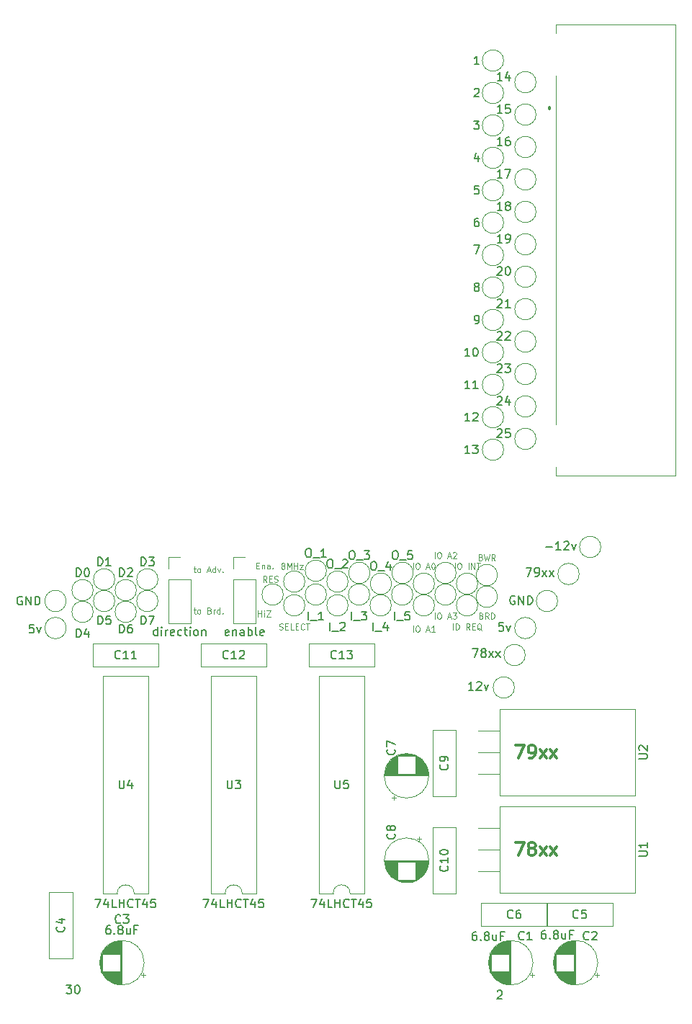
<source format=gto>
%TF.GenerationSoftware,KiCad,Pcbnew,(6.0.0)*%
%TF.CreationDate,2022-03-13T19:33:12-04:00*%
%TF.ProjectId,Northstar Protoboard,4e6f7274-6873-4746-9172-2050726f746f,rev?*%
%TF.SameCoordinates,Original*%
%TF.FileFunction,Legend,Top*%
%TF.FilePolarity,Positive*%
%FSLAX46Y46*%
G04 Gerber Fmt 4.6, Leading zero omitted, Abs format (unit mm)*
G04 Created by KiCad (PCBNEW (6.0.0)) date 2022-03-13 19:33:12*
%MOMM*%
%LPD*%
G01*
G04 APERTURE LIST*
%ADD10C,0.100000*%
%ADD11C,0.300000*%
%ADD12C,0.150000*%
%ADD13C,0.120000*%
%ADD14C,1.700000*%
%ADD15C,2.000000*%
%ADD16C,3.200000*%
%ADD17R,1.600000X1.600000*%
%ADD18C,1.600000*%
%ADD19R,1.700000X1.700000*%
%ADD20O,1.700000X1.700000*%
%ADD21O,3.500000X3.500000*%
%ADD22R,2.000000X1.905000*%
%ADD23O,2.000000X1.905000*%
%ADD24R,1.700000X7.400000*%
%ADD25O,1.600000X1.600000*%
%ADD26C,1.500000*%
%ADD27C,4.800000*%
G04 APERTURE END LIST*
D10*
X86502200Y-110135200D02*
X86735533Y-110135200D01*
X86835533Y-110501866D02*
X86502200Y-110501866D01*
X86502200Y-109801866D01*
X86835533Y-109801866D01*
X87135533Y-110035200D02*
X87135533Y-110501866D01*
X87135533Y-110101866D02*
X87168866Y-110068533D01*
X87235533Y-110035200D01*
X87335533Y-110035200D01*
X87402200Y-110068533D01*
X87435533Y-110135200D01*
X87435533Y-110501866D01*
X88068866Y-110501866D02*
X88068866Y-110135200D01*
X88035533Y-110068533D01*
X87968866Y-110035200D01*
X87835533Y-110035200D01*
X87768866Y-110068533D01*
X88068866Y-110468533D02*
X88002200Y-110501866D01*
X87835533Y-110501866D01*
X87768866Y-110468533D01*
X87735533Y-110401866D01*
X87735533Y-110335200D01*
X87768866Y-110268533D01*
X87835533Y-110235200D01*
X88002200Y-110235200D01*
X88068866Y-110201866D01*
X88402200Y-110435200D02*
X88435533Y-110468533D01*
X88402200Y-110501866D01*
X88368866Y-110468533D01*
X88402200Y-110435200D01*
X88402200Y-110501866D01*
D11*
X116951428Y-142688571D02*
X117951428Y-142688571D01*
X117308571Y-144188571D01*
X118737142Y-143331428D02*
X118594285Y-143260000D01*
X118522857Y-143188571D01*
X118451428Y-143045714D01*
X118451428Y-142974285D01*
X118522857Y-142831428D01*
X118594285Y-142760000D01*
X118737142Y-142688571D01*
X119022857Y-142688571D01*
X119165714Y-142760000D01*
X119237142Y-142831428D01*
X119308571Y-142974285D01*
X119308571Y-143045714D01*
X119237142Y-143188571D01*
X119165714Y-143260000D01*
X119022857Y-143331428D01*
X118737142Y-143331428D01*
X118594285Y-143402857D01*
X118522857Y-143474285D01*
X118451428Y-143617142D01*
X118451428Y-143902857D01*
X118522857Y-144045714D01*
X118594285Y-144117142D01*
X118737142Y-144188571D01*
X119022857Y-144188571D01*
X119165714Y-144117142D01*
X119237142Y-144045714D01*
X119308571Y-143902857D01*
X119308571Y-143617142D01*
X119237142Y-143474285D01*
X119165714Y-143402857D01*
X119022857Y-143331428D01*
X119808571Y-144188571D02*
X120594285Y-143188571D01*
X119808571Y-143188571D02*
X120594285Y-144188571D01*
X121022857Y-144188571D02*
X121808571Y-143188571D01*
X121022857Y-143188571D02*
X121808571Y-144188571D01*
D10*
X86676000Y-116140666D02*
X86676000Y-115440666D01*
X86676000Y-115774000D02*
X87076000Y-115774000D01*
X87076000Y-116140666D02*
X87076000Y-115440666D01*
X87409333Y-116140666D02*
X87409333Y-115674000D01*
X87409333Y-115440666D02*
X87376000Y-115474000D01*
X87409333Y-115507333D01*
X87442666Y-115474000D01*
X87409333Y-115440666D01*
X87409333Y-115507333D01*
X87676000Y-115440666D02*
X88142666Y-115440666D01*
X87676000Y-116140666D01*
X88142666Y-116140666D01*
X79081533Y-110467000D02*
X79348200Y-110467000D01*
X79181533Y-110233666D02*
X79181533Y-110833666D01*
X79214866Y-110900333D01*
X79281533Y-110933666D01*
X79348200Y-110933666D01*
X79681533Y-110933666D02*
X79614866Y-110900333D01*
X79581533Y-110867000D01*
X79548200Y-110800333D01*
X79548200Y-110600333D01*
X79581533Y-110533666D01*
X79614866Y-110500333D01*
X79681533Y-110467000D01*
X79781533Y-110467000D01*
X79848200Y-110500333D01*
X79881533Y-110533666D01*
X79914866Y-110600333D01*
X79914866Y-110800333D01*
X79881533Y-110867000D01*
X79848200Y-110900333D01*
X79781533Y-110933666D01*
X79681533Y-110933666D01*
X80714866Y-110733666D02*
X81048200Y-110733666D01*
X80648200Y-110933666D02*
X80881533Y-110233666D01*
X81114866Y-110933666D01*
X81648200Y-110933666D02*
X81648200Y-110233666D01*
X81648200Y-110900333D02*
X81581533Y-110933666D01*
X81448200Y-110933666D01*
X81381533Y-110900333D01*
X81348200Y-110867000D01*
X81314866Y-110800333D01*
X81314866Y-110600333D01*
X81348200Y-110533666D01*
X81381533Y-110500333D01*
X81448200Y-110467000D01*
X81581533Y-110467000D01*
X81648200Y-110500333D01*
X81914866Y-110467000D02*
X82081533Y-110933666D01*
X82248200Y-110467000D01*
X82514866Y-110867000D02*
X82548200Y-110900333D01*
X82514866Y-110933666D01*
X82481533Y-110900333D01*
X82514866Y-110867000D01*
X82514866Y-110933666D01*
D12*
X118192752Y-110399580D02*
X118859419Y-110399580D01*
X118430847Y-111399580D01*
X119287990Y-111399580D02*
X119478466Y-111399580D01*
X119573704Y-111351961D01*
X119621323Y-111304342D01*
X119716561Y-111161485D01*
X119764180Y-110971009D01*
X119764180Y-110590057D01*
X119716561Y-110494819D01*
X119668942Y-110447200D01*
X119573704Y-110399580D01*
X119383228Y-110399580D01*
X119287990Y-110447200D01*
X119240371Y-110494819D01*
X119192752Y-110590057D01*
X119192752Y-110828152D01*
X119240371Y-110923390D01*
X119287990Y-110971009D01*
X119383228Y-111018628D01*
X119573704Y-111018628D01*
X119668942Y-110971009D01*
X119716561Y-110923390D01*
X119764180Y-110828152D01*
X120097514Y-111399580D02*
X120621323Y-110732914D01*
X120097514Y-110732914D02*
X120621323Y-111399580D01*
X120907038Y-111399580D02*
X121430847Y-110732914D01*
X120907038Y-110732914D02*
X121430847Y-111399580D01*
D11*
X116951428Y-131258571D02*
X117951428Y-131258571D01*
X117308571Y-132758571D01*
X118594285Y-132758571D02*
X118880000Y-132758571D01*
X119022857Y-132687142D01*
X119094285Y-132615714D01*
X119237142Y-132401428D01*
X119308571Y-132115714D01*
X119308571Y-131544285D01*
X119237142Y-131401428D01*
X119165714Y-131330000D01*
X119022857Y-131258571D01*
X118737142Y-131258571D01*
X118594285Y-131330000D01*
X118522857Y-131401428D01*
X118451428Y-131544285D01*
X118451428Y-131901428D01*
X118522857Y-132044285D01*
X118594285Y-132115714D01*
X118737142Y-132187142D01*
X119022857Y-132187142D01*
X119165714Y-132115714D01*
X119237142Y-132044285D01*
X119308571Y-131901428D01*
X119808571Y-132758571D02*
X120594285Y-131758571D01*
X119808571Y-131758571D02*
X120594285Y-132758571D01*
X121022857Y-132758571D02*
X121808571Y-131758571D01*
X121022857Y-131758571D02*
X121808571Y-132758571D01*
D12*
X64127476Y-159423380D02*
X64746523Y-159423380D01*
X64413190Y-159804333D01*
X64556047Y-159804333D01*
X64651285Y-159851952D01*
X64698904Y-159899571D01*
X64746523Y-159994809D01*
X64746523Y-160232904D01*
X64698904Y-160328142D01*
X64651285Y-160375761D01*
X64556047Y-160423380D01*
X64270333Y-160423380D01*
X64175095Y-160375761D01*
X64127476Y-160328142D01*
X65365571Y-159423380D02*
X65460809Y-159423380D01*
X65556047Y-159471000D01*
X65603666Y-159518619D01*
X65651285Y-159613857D01*
X65698904Y-159804333D01*
X65698904Y-160042428D01*
X65651285Y-160232904D01*
X65603666Y-160328142D01*
X65556047Y-160375761D01*
X65460809Y-160423380D01*
X65365571Y-160423380D01*
X65270333Y-160375761D01*
X65222714Y-160328142D01*
X65175095Y-160232904D01*
X65127476Y-160042428D01*
X65127476Y-159804333D01*
X65175095Y-159613857D01*
X65222714Y-159518619D01*
X65270333Y-159471000D01*
X65365571Y-159423380D01*
D10*
X79081533Y-115318400D02*
X79348200Y-115318400D01*
X79181533Y-115085066D02*
X79181533Y-115685066D01*
X79214866Y-115751733D01*
X79281533Y-115785066D01*
X79348200Y-115785066D01*
X79681533Y-115785066D02*
X79614866Y-115751733D01*
X79581533Y-115718400D01*
X79548200Y-115651733D01*
X79548200Y-115451733D01*
X79581533Y-115385066D01*
X79614866Y-115351733D01*
X79681533Y-115318400D01*
X79781533Y-115318400D01*
X79848200Y-115351733D01*
X79881533Y-115385066D01*
X79914866Y-115451733D01*
X79914866Y-115651733D01*
X79881533Y-115718400D01*
X79848200Y-115751733D01*
X79781533Y-115785066D01*
X79681533Y-115785066D01*
X80981533Y-115418400D02*
X81081533Y-115451733D01*
X81114866Y-115485066D01*
X81148200Y-115551733D01*
X81148200Y-115651733D01*
X81114866Y-115718400D01*
X81081533Y-115751733D01*
X81014866Y-115785066D01*
X80748200Y-115785066D01*
X80748200Y-115085066D01*
X80981533Y-115085066D01*
X81048200Y-115118400D01*
X81081533Y-115151733D01*
X81114866Y-115218400D01*
X81114866Y-115285066D01*
X81081533Y-115351733D01*
X81048200Y-115385066D01*
X80981533Y-115418400D01*
X80748200Y-115418400D01*
X81448200Y-115785066D02*
X81448200Y-115318400D01*
X81448200Y-115451733D02*
X81481533Y-115385066D01*
X81514866Y-115351733D01*
X81581533Y-115318400D01*
X81648200Y-115318400D01*
X82181533Y-115785066D02*
X82181533Y-115085066D01*
X82181533Y-115751733D02*
X82114866Y-115785066D01*
X81981533Y-115785066D01*
X81914866Y-115751733D01*
X81881533Y-115718400D01*
X81848200Y-115651733D01*
X81848200Y-115451733D01*
X81881533Y-115385066D01*
X81914866Y-115351733D01*
X81981533Y-115318400D01*
X82114866Y-115318400D01*
X82181533Y-115351733D01*
X82514866Y-115718400D02*
X82548200Y-115751733D01*
X82514866Y-115785066D01*
X82481533Y-115751733D01*
X82514866Y-115718400D01*
X82514866Y-115785066D01*
D12*
X114816285Y-160153619D02*
X114863904Y-160106000D01*
X114959142Y-160058380D01*
X115197238Y-160058380D01*
X115292476Y-160106000D01*
X115340095Y-160153619D01*
X115387714Y-160248857D01*
X115387714Y-160344095D01*
X115340095Y-160486952D01*
X114768666Y-161058380D01*
X115387714Y-161058380D01*
X111918952Y-119924580D02*
X112585619Y-119924580D01*
X112157047Y-120924580D01*
X113109428Y-120353152D02*
X113014190Y-120305533D01*
X112966571Y-120257914D01*
X112918952Y-120162676D01*
X112918952Y-120115057D01*
X112966571Y-120019819D01*
X113014190Y-119972200D01*
X113109428Y-119924580D01*
X113299904Y-119924580D01*
X113395142Y-119972200D01*
X113442761Y-120019819D01*
X113490380Y-120115057D01*
X113490380Y-120162676D01*
X113442761Y-120257914D01*
X113395142Y-120305533D01*
X113299904Y-120353152D01*
X113109428Y-120353152D01*
X113014190Y-120400771D01*
X112966571Y-120448390D01*
X112918952Y-120543628D01*
X112918952Y-120734104D01*
X112966571Y-120829342D01*
X113014190Y-120876961D01*
X113109428Y-120924580D01*
X113299904Y-120924580D01*
X113395142Y-120876961D01*
X113442761Y-120829342D01*
X113490380Y-120734104D01*
X113490380Y-120543628D01*
X113442761Y-120448390D01*
X113395142Y-120400771D01*
X113299904Y-120353152D01*
X113823714Y-120924580D02*
X114347523Y-120257914D01*
X113823714Y-120257914D02*
X114347523Y-120924580D01*
X114633238Y-120924580D02*
X115157047Y-120257914D01*
X114633238Y-120257914D02*
X115157047Y-120924580D01*
%TO.C,J6*%
X102774857Y-116530380D02*
X102774857Y-115530380D01*
X103012952Y-116625619D02*
X103774857Y-116625619D01*
X104489142Y-115530380D02*
X104012952Y-115530380D01*
X103965333Y-116006571D01*
X104012952Y-115958952D01*
X104108190Y-115911333D01*
X104346285Y-115911333D01*
X104441523Y-115958952D01*
X104489142Y-116006571D01*
X104536761Y-116101809D01*
X104536761Y-116339904D01*
X104489142Y-116435142D01*
X104441523Y-116482761D01*
X104346285Y-116530380D01*
X104108190Y-116530380D01*
X104012952Y-116482761D01*
X103965333Y-116435142D01*
%TO.C,J41*%
X114808095Y-94162619D02*
X114855714Y-94115000D01*
X114950952Y-94067380D01*
X115189047Y-94067380D01*
X115284285Y-94115000D01*
X115331904Y-94162619D01*
X115379523Y-94257857D01*
X115379523Y-94353095D01*
X115331904Y-94495952D01*
X114760476Y-95067380D01*
X115379523Y-95067380D01*
X116284285Y-94067380D02*
X115808095Y-94067380D01*
X115760476Y-94543571D01*
X115808095Y-94495952D01*
X115903333Y-94448333D01*
X116141428Y-94448333D01*
X116236666Y-94495952D01*
X116284285Y-94543571D01*
X116331904Y-94638809D01*
X116331904Y-94876904D01*
X116284285Y-94972142D01*
X116236666Y-95019761D01*
X116141428Y-95067380D01*
X115903333Y-95067380D01*
X115808095Y-95019761D01*
X115760476Y-94972142D01*
D10*
%TO.C,J28*%
X109818666Y-110534666D02*
X109818666Y-109834666D01*
X110285333Y-109834666D02*
X110418666Y-109834666D01*
X110485333Y-109868000D01*
X110552000Y-109934666D01*
X110585333Y-110068000D01*
X110585333Y-110301333D01*
X110552000Y-110434666D01*
X110485333Y-110501333D01*
X110418666Y-110534666D01*
X110285333Y-110534666D01*
X110218666Y-110501333D01*
X110152000Y-110434666D01*
X110118666Y-110301333D01*
X110118666Y-110068000D01*
X110152000Y-109934666D01*
X110218666Y-109868000D01*
X110285333Y-109834666D01*
X111418666Y-110534666D02*
X111418666Y-109834666D01*
X111752000Y-110534666D02*
X111752000Y-109834666D01*
X112152000Y-110534666D01*
X112152000Y-109834666D01*
X112385333Y-109834666D02*
X112785333Y-109834666D01*
X112585333Y-110534666D02*
X112585333Y-109834666D01*
D12*
%TO.C,J45*%
X114808095Y-86542619D02*
X114855714Y-86495000D01*
X114950952Y-86447380D01*
X115189047Y-86447380D01*
X115284285Y-86495000D01*
X115331904Y-86542619D01*
X115379523Y-86637857D01*
X115379523Y-86733095D01*
X115331904Y-86875952D01*
X114760476Y-87447380D01*
X115379523Y-87447380D01*
X115712857Y-86447380D02*
X116331904Y-86447380D01*
X115998571Y-86828333D01*
X116141428Y-86828333D01*
X116236666Y-86875952D01*
X116284285Y-86923571D01*
X116331904Y-87018809D01*
X116331904Y-87256904D01*
X116284285Y-87352142D01*
X116236666Y-87399761D01*
X116141428Y-87447380D01*
X115855714Y-87447380D01*
X115760476Y-87399761D01*
X115712857Y-87352142D01*
%TO.C,J12*%
X92614857Y-116530380D02*
X92614857Y-115530380D01*
X92852952Y-116625619D02*
X93614857Y-116625619D01*
X94376761Y-116530380D02*
X93805333Y-116530380D01*
X94091047Y-116530380D02*
X94091047Y-115530380D01*
X93995809Y-115673238D01*
X93900571Y-115768476D01*
X93805333Y-115816095D01*
%TO.C,J3*%
X60309142Y-117054380D02*
X59832952Y-117054380D01*
X59785333Y-117530571D01*
X59832952Y-117482952D01*
X59928190Y-117435333D01*
X60166285Y-117435333D01*
X60261523Y-117482952D01*
X60309142Y-117530571D01*
X60356761Y-117625809D01*
X60356761Y-117863904D01*
X60309142Y-117959142D01*
X60261523Y-118006761D01*
X60166285Y-118054380D01*
X59928190Y-118054380D01*
X59832952Y-118006761D01*
X59785333Y-117959142D01*
X60690095Y-117387714D02*
X60928190Y-118054380D01*
X61166285Y-117387714D01*
%TO.C,J58*%
X112585476Y-62015714D02*
X112585476Y-62682380D01*
X112347380Y-61634761D02*
X112109285Y-62349047D01*
X112728333Y-62349047D01*
D10*
%TO.C,J37*%
X107445333Y-109264666D02*
X107445333Y-108564666D01*
X107912000Y-108564666D02*
X108045333Y-108564666D01*
X108112000Y-108598000D01*
X108178666Y-108664666D01*
X108212000Y-108798000D01*
X108212000Y-109031333D01*
X108178666Y-109164666D01*
X108112000Y-109231333D01*
X108045333Y-109264666D01*
X107912000Y-109264666D01*
X107845333Y-109231333D01*
X107778666Y-109164666D01*
X107745333Y-109031333D01*
X107745333Y-108798000D01*
X107778666Y-108664666D01*
X107845333Y-108598000D01*
X107912000Y-108564666D01*
X109012000Y-109064666D02*
X109345333Y-109064666D01*
X108945333Y-109264666D02*
X109178666Y-108564666D01*
X109412000Y-109264666D01*
X109612000Y-108631333D02*
X109645333Y-108598000D01*
X109712000Y-108564666D01*
X109878666Y-108564666D01*
X109945333Y-108598000D01*
X109978666Y-108631333D01*
X110012000Y-108698000D01*
X110012000Y-108764666D01*
X109978666Y-108864666D01*
X109578666Y-109264666D01*
X110012000Y-109264666D01*
D12*
%TO.C,J52*%
X112061666Y-72477380D02*
X112728333Y-72477380D01*
X112299761Y-73477380D01*
%TO.C,C8*%
X102719142Y-141644666D02*
X102766761Y-141692285D01*
X102814380Y-141835142D01*
X102814380Y-141930380D01*
X102766761Y-142073238D01*
X102671523Y-142168476D01*
X102576285Y-142216095D01*
X102385809Y-142263714D01*
X102242952Y-142263714D01*
X102052476Y-142216095D01*
X101957238Y-142168476D01*
X101862000Y-142073238D01*
X101814380Y-141930380D01*
X101814380Y-141835142D01*
X101862000Y-141692285D01*
X101909619Y-141644666D01*
X102242952Y-141073238D02*
X102195333Y-141168476D01*
X102147714Y-141216095D01*
X102052476Y-141263714D01*
X102004857Y-141263714D01*
X101909619Y-141216095D01*
X101862000Y-141168476D01*
X101814380Y-141073238D01*
X101814380Y-140882761D01*
X101862000Y-140787523D01*
X101909619Y-140739904D01*
X102004857Y-140692285D01*
X102052476Y-140692285D01*
X102147714Y-140739904D01*
X102195333Y-140787523D01*
X102242952Y-140882761D01*
X102242952Y-141073238D01*
X102290571Y-141168476D01*
X102338190Y-141216095D01*
X102433428Y-141263714D01*
X102623904Y-141263714D01*
X102719142Y-141216095D01*
X102766761Y-141168476D01*
X102814380Y-141073238D01*
X102814380Y-140882761D01*
X102766761Y-140787523D01*
X102719142Y-140739904D01*
X102623904Y-140692285D01*
X102433428Y-140692285D01*
X102338190Y-140739904D01*
X102290571Y-140787523D01*
X102242952Y-140882761D01*
%TO.C,J29*%
X100177621Y-109670380D02*
X100368097Y-109670380D01*
X100463335Y-109718000D01*
X100558573Y-109813238D01*
X100606192Y-110003714D01*
X100606192Y-110337047D01*
X100558573Y-110527523D01*
X100463335Y-110622761D01*
X100368097Y-110670380D01*
X100177621Y-110670380D01*
X100082382Y-110622761D01*
X99987144Y-110527523D01*
X99939525Y-110337047D01*
X99939525Y-110003714D01*
X99987144Y-109813238D01*
X100082382Y-109718000D01*
X100177621Y-109670380D01*
X100796668Y-110765619D02*
X101558573Y-110765619D01*
X102225240Y-110003714D02*
X102225240Y-110670380D01*
X101987144Y-109622761D02*
X101749049Y-110337047D01*
X102368097Y-110337047D01*
%TO.C,C5*%
X124333333Y-151487142D02*
X124285714Y-151534761D01*
X124142857Y-151582380D01*
X124047619Y-151582380D01*
X123904761Y-151534761D01*
X123809523Y-151439523D01*
X123761904Y-151344285D01*
X123714285Y-151153809D01*
X123714285Y-151010952D01*
X123761904Y-150820476D01*
X123809523Y-150725238D01*
X123904761Y-150630000D01*
X124047619Y-150582380D01*
X124142857Y-150582380D01*
X124285714Y-150630000D01*
X124333333Y-150677619D01*
X125238095Y-150582380D02*
X124761904Y-150582380D01*
X124714285Y-151058571D01*
X124761904Y-151010952D01*
X124857142Y-150963333D01*
X125095238Y-150963333D01*
X125190476Y-151010952D01*
X125238095Y-151058571D01*
X125285714Y-151153809D01*
X125285714Y-151391904D01*
X125238095Y-151487142D01*
X125190476Y-151534761D01*
X125095238Y-151582380D01*
X124857142Y-151582380D01*
X124761904Y-151534761D01*
X124714285Y-151487142D01*
%TO.C,C13*%
X95877142Y-121007142D02*
X95829523Y-121054761D01*
X95686666Y-121102380D01*
X95591428Y-121102380D01*
X95448571Y-121054761D01*
X95353333Y-120959523D01*
X95305714Y-120864285D01*
X95258095Y-120673809D01*
X95258095Y-120530952D01*
X95305714Y-120340476D01*
X95353333Y-120245238D01*
X95448571Y-120150000D01*
X95591428Y-120102380D01*
X95686666Y-120102380D01*
X95829523Y-120150000D01*
X95877142Y-120197619D01*
X96829523Y-121102380D02*
X96258095Y-121102380D01*
X96543809Y-121102380D02*
X96543809Y-120102380D01*
X96448571Y-120245238D01*
X96353333Y-120340476D01*
X96258095Y-120388095D01*
X97162857Y-120102380D02*
X97781904Y-120102380D01*
X97448571Y-120483333D01*
X97591428Y-120483333D01*
X97686666Y-120530952D01*
X97734285Y-120578571D01*
X97781904Y-120673809D01*
X97781904Y-120911904D01*
X97734285Y-121007142D01*
X97686666Y-121054761D01*
X97591428Y-121102380D01*
X97305714Y-121102380D01*
X97210476Y-121054761D01*
X97162857Y-121007142D01*
%TO.C,J4*%
X116865495Y-113749200D02*
X116770257Y-113701580D01*
X116627400Y-113701580D01*
X116484542Y-113749200D01*
X116389304Y-113844438D01*
X116341685Y-113939676D01*
X116294066Y-114130152D01*
X116294066Y-114273009D01*
X116341685Y-114463485D01*
X116389304Y-114558723D01*
X116484542Y-114653961D01*
X116627400Y-114701580D01*
X116722638Y-114701580D01*
X116865495Y-114653961D01*
X116913114Y-114606342D01*
X116913114Y-114273009D01*
X116722638Y-114273009D01*
X117341685Y-114701580D02*
X117341685Y-113701580D01*
X117913114Y-114701580D01*
X117913114Y-113701580D01*
X118389304Y-114701580D02*
X118389304Y-113701580D01*
X118627400Y-113701580D01*
X118770257Y-113749200D01*
X118865495Y-113844438D01*
X118913114Y-113939676D01*
X118960733Y-114130152D01*
X118960733Y-114273009D01*
X118913114Y-114463485D01*
X118865495Y-114558723D01*
X118770257Y-114653961D01*
X118627400Y-114701580D01*
X118389304Y-114701580D01*
%TO.C,J27*%
X74850952Y-118352380D02*
X74850952Y-117352380D01*
X74850952Y-118304761D02*
X74755714Y-118352380D01*
X74565238Y-118352380D01*
X74470000Y-118304761D01*
X74422380Y-118257142D01*
X74374761Y-118161904D01*
X74374761Y-117876190D01*
X74422380Y-117780952D01*
X74470000Y-117733333D01*
X74565238Y-117685714D01*
X74755714Y-117685714D01*
X74850952Y-117733333D01*
X75327142Y-118352380D02*
X75327142Y-117685714D01*
X75327142Y-117352380D02*
X75279523Y-117400000D01*
X75327142Y-117447619D01*
X75374761Y-117400000D01*
X75327142Y-117352380D01*
X75327142Y-117447619D01*
X75803333Y-118352380D02*
X75803333Y-117685714D01*
X75803333Y-117876190D02*
X75850952Y-117780952D01*
X75898571Y-117733333D01*
X75993809Y-117685714D01*
X76089047Y-117685714D01*
X76803333Y-118304761D02*
X76708095Y-118352380D01*
X76517619Y-118352380D01*
X76422380Y-118304761D01*
X76374761Y-118209523D01*
X76374761Y-117828571D01*
X76422380Y-117733333D01*
X76517619Y-117685714D01*
X76708095Y-117685714D01*
X76803333Y-117733333D01*
X76850952Y-117828571D01*
X76850952Y-117923809D01*
X76374761Y-118019047D01*
X77708095Y-118304761D02*
X77612857Y-118352380D01*
X77422380Y-118352380D01*
X77327142Y-118304761D01*
X77279523Y-118257142D01*
X77231904Y-118161904D01*
X77231904Y-117876190D01*
X77279523Y-117780952D01*
X77327142Y-117733333D01*
X77422380Y-117685714D01*
X77612857Y-117685714D01*
X77708095Y-117733333D01*
X77993809Y-117685714D02*
X78374761Y-117685714D01*
X78136666Y-117352380D02*
X78136666Y-118209523D01*
X78184285Y-118304761D01*
X78279523Y-118352380D01*
X78374761Y-118352380D01*
X78708095Y-118352380D02*
X78708095Y-117685714D01*
X78708095Y-117352380D02*
X78660476Y-117400000D01*
X78708095Y-117447619D01*
X78755714Y-117400000D01*
X78708095Y-117352380D01*
X78708095Y-117447619D01*
X79327142Y-118352380D02*
X79231904Y-118304761D01*
X79184285Y-118257142D01*
X79136666Y-118161904D01*
X79136666Y-117876190D01*
X79184285Y-117780952D01*
X79231904Y-117733333D01*
X79327142Y-117685714D01*
X79470000Y-117685714D01*
X79565238Y-117733333D01*
X79612857Y-117780952D01*
X79660476Y-117876190D01*
X79660476Y-118161904D01*
X79612857Y-118257142D01*
X79565238Y-118304761D01*
X79470000Y-118352380D01*
X79327142Y-118352380D01*
X80089047Y-117685714D02*
X80089047Y-118352380D01*
X80089047Y-117780952D02*
X80136666Y-117733333D01*
X80231904Y-117685714D01*
X80374761Y-117685714D01*
X80470000Y-117733333D01*
X80517619Y-117828571D01*
X80517619Y-118352380D01*
D10*
%TO.C,J35*%
X104905333Y-117918666D02*
X104905333Y-117218666D01*
X105372000Y-117218666D02*
X105505333Y-117218666D01*
X105572000Y-117252000D01*
X105638666Y-117318666D01*
X105672000Y-117452000D01*
X105672000Y-117685333D01*
X105638666Y-117818666D01*
X105572000Y-117885333D01*
X105505333Y-117918666D01*
X105372000Y-117918666D01*
X105305333Y-117885333D01*
X105238666Y-117818666D01*
X105205333Y-117685333D01*
X105205333Y-117452000D01*
X105238666Y-117318666D01*
X105305333Y-117252000D01*
X105372000Y-117218666D01*
X106472000Y-117718666D02*
X106805333Y-117718666D01*
X106405333Y-117918666D02*
X106638666Y-117218666D01*
X106872000Y-117918666D01*
X107472000Y-117918666D02*
X107072000Y-117918666D01*
X107272000Y-117918666D02*
X107272000Y-117218666D01*
X107205333Y-117318666D01*
X107138666Y-117385333D01*
X107072000Y-117418666D01*
D12*
%TO.C,J47*%
X114808095Y-82732619D02*
X114855714Y-82685000D01*
X114950952Y-82637380D01*
X115189047Y-82637380D01*
X115284285Y-82685000D01*
X115331904Y-82732619D01*
X115379523Y-82827857D01*
X115379523Y-82923095D01*
X115331904Y-83065952D01*
X114760476Y-83637380D01*
X115379523Y-83637380D01*
X115760476Y-82732619D02*
X115808095Y-82685000D01*
X115903333Y-82637380D01*
X116141428Y-82637380D01*
X116236666Y-82685000D01*
X116284285Y-82732619D01*
X116331904Y-82827857D01*
X116331904Y-82923095D01*
X116284285Y-83065952D01*
X115712857Y-83637380D01*
X116331904Y-83637380D01*
%TO.C,C4*%
X63857142Y-152566666D02*
X63904761Y-152614285D01*
X63952380Y-152757142D01*
X63952380Y-152852380D01*
X63904761Y-152995238D01*
X63809523Y-153090476D01*
X63714285Y-153138095D01*
X63523809Y-153185714D01*
X63380952Y-153185714D01*
X63190476Y-153138095D01*
X63095238Y-153090476D01*
X63000000Y-152995238D01*
X62952380Y-152852380D01*
X62952380Y-152757142D01*
X63000000Y-152614285D01*
X63047619Y-152566666D01*
X63285714Y-151709523D02*
X63952380Y-151709523D01*
X62904761Y-151947619D02*
X63619047Y-152185714D01*
X63619047Y-151566666D01*
%TO.C,C2*%
X125563333Y-154027142D02*
X125515714Y-154074761D01*
X125372857Y-154122380D01*
X125277619Y-154122380D01*
X125134761Y-154074761D01*
X125039523Y-153979523D01*
X124991904Y-153884285D01*
X124944285Y-153693809D01*
X124944285Y-153550952D01*
X124991904Y-153360476D01*
X125039523Y-153265238D01*
X125134761Y-153170000D01*
X125277619Y-153122380D01*
X125372857Y-153122380D01*
X125515714Y-153170000D01*
X125563333Y-153217619D01*
X125944285Y-153217619D02*
X125991904Y-153170000D01*
X126087142Y-153122380D01*
X126325238Y-153122380D01*
X126420476Y-153170000D01*
X126468095Y-153217619D01*
X126515714Y-153312857D01*
X126515714Y-153408095D01*
X126468095Y-153550952D01*
X125896666Y-154122380D01*
X126515714Y-154122380D01*
X120464438Y-152995380D02*
X120273961Y-152995380D01*
X120178723Y-153043000D01*
X120131104Y-153090619D01*
X120035866Y-153233476D01*
X119988247Y-153423952D01*
X119988247Y-153804904D01*
X120035866Y-153900142D01*
X120083485Y-153947761D01*
X120178723Y-153995380D01*
X120369200Y-153995380D01*
X120464438Y-153947761D01*
X120512057Y-153900142D01*
X120559676Y-153804904D01*
X120559676Y-153566809D01*
X120512057Y-153471571D01*
X120464438Y-153423952D01*
X120369200Y-153376333D01*
X120178723Y-153376333D01*
X120083485Y-153423952D01*
X120035866Y-153471571D01*
X119988247Y-153566809D01*
X120988247Y-153900142D02*
X121035866Y-153947761D01*
X120988247Y-153995380D01*
X120940628Y-153947761D01*
X120988247Y-153900142D01*
X120988247Y-153995380D01*
X121607295Y-153423952D02*
X121512057Y-153376333D01*
X121464438Y-153328714D01*
X121416819Y-153233476D01*
X121416819Y-153185857D01*
X121464438Y-153090619D01*
X121512057Y-153043000D01*
X121607295Y-152995380D01*
X121797771Y-152995380D01*
X121893009Y-153043000D01*
X121940628Y-153090619D01*
X121988247Y-153185857D01*
X121988247Y-153233476D01*
X121940628Y-153328714D01*
X121893009Y-153376333D01*
X121797771Y-153423952D01*
X121607295Y-153423952D01*
X121512057Y-153471571D01*
X121464438Y-153519190D01*
X121416819Y-153614428D01*
X121416819Y-153804904D01*
X121464438Y-153900142D01*
X121512057Y-153947761D01*
X121607295Y-153995380D01*
X121797771Y-153995380D01*
X121893009Y-153947761D01*
X121940628Y-153900142D01*
X121988247Y-153804904D01*
X121988247Y-153614428D01*
X121940628Y-153519190D01*
X121893009Y-153471571D01*
X121797771Y-153423952D01*
X122845390Y-153328714D02*
X122845390Y-153995380D01*
X122416819Y-153328714D02*
X122416819Y-153852523D01*
X122464438Y-153947761D01*
X122559676Y-153995380D01*
X122702533Y-153995380D01*
X122797771Y-153947761D01*
X122845390Y-153900142D01*
X123654914Y-153471571D02*
X123321580Y-153471571D01*
X123321580Y-153995380D02*
X123321580Y-152995380D01*
X123797771Y-152995380D01*
%TO.C,J39*%
X111569523Y-96972380D02*
X110998095Y-96972380D01*
X111283809Y-96972380D02*
X111283809Y-95972380D01*
X111188571Y-96115238D01*
X111093333Y-96210476D01*
X110998095Y-96258095D01*
X111902857Y-95972380D02*
X112521904Y-95972380D01*
X112188571Y-96353333D01*
X112331428Y-96353333D01*
X112426666Y-96400952D01*
X112474285Y-96448571D01*
X112521904Y-96543809D01*
X112521904Y-96781904D01*
X112474285Y-96877142D01*
X112426666Y-96924761D01*
X112331428Y-96972380D01*
X112045714Y-96972380D01*
X111950476Y-96924761D01*
X111902857Y-96877142D01*
%TO.C,J55*%
X115379523Y-68397380D02*
X114808095Y-68397380D01*
X115093809Y-68397380D02*
X115093809Y-67397380D01*
X114998571Y-67540238D01*
X114903333Y-67635476D01*
X114808095Y-67683095D01*
X115950952Y-67825952D02*
X115855714Y-67778333D01*
X115808095Y-67730714D01*
X115760476Y-67635476D01*
X115760476Y-67587857D01*
X115808095Y-67492619D01*
X115855714Y-67445000D01*
X115950952Y-67397380D01*
X116141428Y-67397380D01*
X116236666Y-67445000D01*
X116284285Y-67492619D01*
X116331904Y-67587857D01*
X116331904Y-67635476D01*
X116284285Y-67730714D01*
X116236666Y-67778333D01*
X116141428Y-67825952D01*
X115950952Y-67825952D01*
X115855714Y-67873571D01*
X115808095Y-67921190D01*
X115760476Y-68016428D01*
X115760476Y-68206904D01*
X115808095Y-68302142D01*
X115855714Y-68349761D01*
X115950952Y-68397380D01*
X116141428Y-68397380D01*
X116236666Y-68349761D01*
X116284285Y-68302142D01*
X116331904Y-68206904D01*
X116331904Y-68016428D01*
X116284285Y-67921190D01*
X116236666Y-67873571D01*
X116141428Y-67825952D01*
%TO.C,J2*%
X112001371Y-124785380D02*
X111429942Y-124785380D01*
X111715657Y-124785380D02*
X111715657Y-123785380D01*
X111620419Y-123928238D01*
X111525180Y-124023476D01*
X111429942Y-124071095D01*
X112382323Y-123880619D02*
X112429942Y-123833000D01*
X112525180Y-123785380D01*
X112763276Y-123785380D01*
X112858514Y-123833000D01*
X112906133Y-123880619D01*
X112953752Y-123975857D01*
X112953752Y-124071095D01*
X112906133Y-124213952D01*
X112334704Y-124785380D01*
X112953752Y-124785380D01*
X113287085Y-124118714D02*
X113525180Y-124785380D01*
X113763276Y-124118714D01*
%TO.C,J56*%
X112633095Y-65492380D02*
X112156904Y-65492380D01*
X112109285Y-65968571D01*
X112156904Y-65920952D01*
X112252142Y-65873333D01*
X112490238Y-65873333D01*
X112585476Y-65920952D01*
X112633095Y-65968571D01*
X112680714Y-66063809D01*
X112680714Y-66301904D01*
X112633095Y-66397142D01*
X112585476Y-66444761D01*
X112490238Y-66492380D01*
X112252142Y-66492380D01*
X112156904Y-66444761D01*
X112109285Y-66397142D01*
%TO.C,J30*%
X95059619Y-109416380D02*
X95250095Y-109416380D01*
X95345333Y-109464000D01*
X95440571Y-109559238D01*
X95488190Y-109749714D01*
X95488190Y-110083047D01*
X95440571Y-110273523D01*
X95345333Y-110368761D01*
X95250095Y-110416380D01*
X95059619Y-110416380D01*
X94964380Y-110368761D01*
X94869142Y-110273523D01*
X94821523Y-110083047D01*
X94821523Y-109749714D01*
X94869142Y-109559238D01*
X94964380Y-109464000D01*
X95059619Y-109416380D01*
X95678666Y-110511619D02*
X96440571Y-110511619D01*
X96631047Y-109511619D02*
X96678666Y-109464000D01*
X96773904Y-109416380D01*
X97012000Y-109416380D01*
X97107238Y-109464000D01*
X97154857Y-109511619D01*
X97202476Y-109606857D01*
X97202476Y-109702095D01*
X97154857Y-109844952D01*
X96583428Y-110416380D01*
X97202476Y-110416380D01*
%TO.C,C6*%
X116633333Y-151487142D02*
X116585714Y-151534761D01*
X116442857Y-151582380D01*
X116347619Y-151582380D01*
X116204761Y-151534761D01*
X116109523Y-151439523D01*
X116061904Y-151344285D01*
X116014285Y-151153809D01*
X116014285Y-151010952D01*
X116061904Y-150820476D01*
X116109523Y-150725238D01*
X116204761Y-150630000D01*
X116347619Y-150582380D01*
X116442857Y-150582380D01*
X116585714Y-150630000D01*
X116633333Y-150677619D01*
X117490476Y-150582380D02*
X117300000Y-150582380D01*
X117204761Y-150630000D01*
X117157142Y-150677619D01*
X117061904Y-150820476D01*
X117014285Y-151010952D01*
X117014285Y-151391904D01*
X117061904Y-151487142D01*
X117109523Y-151534761D01*
X117204761Y-151582380D01*
X117395238Y-151582380D01*
X117490476Y-151534761D01*
X117538095Y-151487142D01*
X117585714Y-151391904D01*
X117585714Y-151153809D01*
X117538095Y-151058571D01*
X117490476Y-151010952D01*
X117395238Y-150963333D01*
X117204761Y-150963333D01*
X117109523Y-151010952D01*
X117061904Y-151058571D01*
X117014285Y-151153809D01*
D10*
%TO.C,J9*%
X112926002Y-116028000D02*
X113026002Y-116061333D01*
X113059335Y-116094666D01*
X113092668Y-116161333D01*
X113092668Y-116261333D01*
X113059335Y-116328000D01*
X113026002Y-116361333D01*
X112959335Y-116394666D01*
X112692668Y-116394666D01*
X112692668Y-115694666D01*
X112926002Y-115694666D01*
X112992668Y-115728000D01*
X113026002Y-115761333D01*
X113059335Y-115828000D01*
X113059335Y-115894666D01*
X113026002Y-115961333D01*
X112992668Y-115994666D01*
X112926002Y-116028000D01*
X112692668Y-116028000D01*
X113792668Y-116394666D02*
X113559335Y-116061333D01*
X113392668Y-116394666D02*
X113392668Y-115694666D01*
X113659335Y-115694666D01*
X113726002Y-115728000D01*
X113759335Y-115761333D01*
X113792668Y-115828000D01*
X113792668Y-115928000D01*
X113759335Y-115994666D01*
X113726002Y-116028000D01*
X113659335Y-116061333D01*
X113392668Y-116061333D01*
X114092668Y-116394666D02*
X114092668Y-115694666D01*
X114259335Y-115694666D01*
X114359335Y-115728000D01*
X114426002Y-115794666D01*
X114459335Y-115861333D01*
X114492668Y-115994666D01*
X114492668Y-116094666D01*
X114459335Y-116228000D01*
X114426002Y-116294666D01*
X114359335Y-116361333D01*
X114259335Y-116394666D01*
X114092668Y-116394666D01*
D12*
%TO.C,J21*%
X70381904Y-118054380D02*
X70381904Y-117054380D01*
X70620000Y-117054380D01*
X70762857Y-117102000D01*
X70858095Y-117197238D01*
X70905714Y-117292476D01*
X70953333Y-117482952D01*
X70953333Y-117625809D01*
X70905714Y-117816285D01*
X70858095Y-117911523D01*
X70762857Y-118006761D01*
X70620000Y-118054380D01*
X70381904Y-118054380D01*
X71810476Y-117054380D02*
X71620000Y-117054380D01*
X71524761Y-117102000D01*
X71477142Y-117149619D01*
X71381904Y-117292476D01*
X71334285Y-117482952D01*
X71334285Y-117863904D01*
X71381904Y-117959142D01*
X71429523Y-118006761D01*
X71524761Y-118054380D01*
X71715238Y-118054380D01*
X71810476Y-118006761D01*
X71858095Y-117959142D01*
X71905714Y-117863904D01*
X71905714Y-117625809D01*
X71858095Y-117530571D01*
X71810476Y-117482952D01*
X71715238Y-117435333D01*
X71524761Y-117435333D01*
X71429523Y-117482952D01*
X71381904Y-117530571D01*
X71334285Y-117625809D01*
%TO.C,C1*%
X117943333Y-154027142D02*
X117895714Y-154074761D01*
X117752857Y-154122380D01*
X117657619Y-154122380D01*
X117514761Y-154074761D01*
X117419523Y-153979523D01*
X117371904Y-153884285D01*
X117324285Y-153693809D01*
X117324285Y-153550952D01*
X117371904Y-153360476D01*
X117419523Y-153265238D01*
X117514761Y-153170000D01*
X117657619Y-153122380D01*
X117752857Y-153122380D01*
X117895714Y-153170000D01*
X117943333Y-153217619D01*
X118895714Y-154122380D02*
X118324285Y-154122380D01*
X118610000Y-154122380D02*
X118610000Y-153122380D01*
X118514761Y-153265238D01*
X118419523Y-153360476D01*
X118324285Y-153408095D01*
X112336438Y-153173180D02*
X112145961Y-153173180D01*
X112050723Y-153220800D01*
X112003104Y-153268419D01*
X111907866Y-153411276D01*
X111860247Y-153601752D01*
X111860247Y-153982704D01*
X111907866Y-154077942D01*
X111955485Y-154125561D01*
X112050723Y-154173180D01*
X112241200Y-154173180D01*
X112336438Y-154125561D01*
X112384057Y-154077942D01*
X112431676Y-153982704D01*
X112431676Y-153744609D01*
X112384057Y-153649371D01*
X112336438Y-153601752D01*
X112241200Y-153554133D01*
X112050723Y-153554133D01*
X111955485Y-153601752D01*
X111907866Y-153649371D01*
X111860247Y-153744609D01*
X112860247Y-154077942D02*
X112907866Y-154125561D01*
X112860247Y-154173180D01*
X112812628Y-154125561D01*
X112860247Y-154077942D01*
X112860247Y-154173180D01*
X113479295Y-153601752D02*
X113384057Y-153554133D01*
X113336438Y-153506514D01*
X113288819Y-153411276D01*
X113288819Y-153363657D01*
X113336438Y-153268419D01*
X113384057Y-153220800D01*
X113479295Y-153173180D01*
X113669771Y-153173180D01*
X113765009Y-153220800D01*
X113812628Y-153268419D01*
X113860247Y-153363657D01*
X113860247Y-153411276D01*
X113812628Y-153506514D01*
X113765009Y-153554133D01*
X113669771Y-153601752D01*
X113479295Y-153601752D01*
X113384057Y-153649371D01*
X113336438Y-153696990D01*
X113288819Y-153792228D01*
X113288819Y-153982704D01*
X113336438Y-154077942D01*
X113384057Y-154125561D01*
X113479295Y-154173180D01*
X113669771Y-154173180D01*
X113765009Y-154125561D01*
X113812628Y-154077942D01*
X113860247Y-153982704D01*
X113860247Y-153792228D01*
X113812628Y-153696990D01*
X113765009Y-153649371D01*
X113669771Y-153601752D01*
X114717390Y-153506514D02*
X114717390Y-154173180D01*
X114288819Y-153506514D02*
X114288819Y-154030323D01*
X114336438Y-154125561D01*
X114431676Y-154173180D01*
X114574533Y-154173180D01*
X114669771Y-154125561D01*
X114717390Y-154077942D01*
X115526914Y-153649371D02*
X115193580Y-153649371D01*
X115193580Y-154173180D02*
X115193580Y-153173180D01*
X115669771Y-153173180D01*
%TO.C,J63*%
X115379523Y-53157380D02*
X114808095Y-53157380D01*
X115093809Y-53157380D02*
X115093809Y-52157380D01*
X114998571Y-52300238D01*
X114903333Y-52395476D01*
X114808095Y-52443095D01*
X116236666Y-52490714D02*
X116236666Y-53157380D01*
X115998571Y-52109761D02*
X115760476Y-52824047D01*
X116379523Y-52824047D01*
%TO.C,U1*%
X131452380Y-144271904D02*
X132261904Y-144271904D01*
X132357142Y-144224285D01*
X132404761Y-144176666D01*
X132452380Y-144081428D01*
X132452380Y-143890952D01*
X132404761Y-143795714D01*
X132357142Y-143748095D01*
X132261904Y-143700476D01*
X131452380Y-143700476D01*
X132452380Y-142700476D02*
X132452380Y-143271904D01*
X132452380Y-142986190D02*
X131452380Y-142986190D01*
X131595238Y-143081428D01*
X131690476Y-143176666D01*
X131738095Y-143271904D01*
%TO.C,J57*%
X115379523Y-64587380D02*
X114808095Y-64587380D01*
X115093809Y-64587380D02*
X115093809Y-63587380D01*
X114998571Y-63730238D01*
X114903333Y-63825476D01*
X114808095Y-63873095D01*
X115712857Y-63587380D02*
X116379523Y-63587380D01*
X115950952Y-64587380D01*
%TO.C,J66*%
X115503342Y-116825780D02*
X115027152Y-116825780D01*
X114979533Y-117301971D01*
X115027152Y-117254352D01*
X115122390Y-117206733D01*
X115360485Y-117206733D01*
X115455723Y-117254352D01*
X115503342Y-117301971D01*
X115550961Y-117397209D01*
X115550961Y-117635304D01*
X115503342Y-117730542D01*
X115455723Y-117778161D01*
X115360485Y-117825780D01*
X115122390Y-117825780D01*
X115027152Y-117778161D01*
X114979533Y-117730542D01*
X115884295Y-117159114D02*
X116122390Y-117825780D01*
X116360485Y-117159114D01*
%TO.C,J65*%
X58928095Y-113800000D02*
X58832857Y-113752380D01*
X58690000Y-113752380D01*
X58547142Y-113800000D01*
X58451904Y-113895238D01*
X58404285Y-113990476D01*
X58356666Y-114180952D01*
X58356666Y-114323809D01*
X58404285Y-114514285D01*
X58451904Y-114609523D01*
X58547142Y-114704761D01*
X58690000Y-114752380D01*
X58785238Y-114752380D01*
X58928095Y-114704761D01*
X58975714Y-114657142D01*
X58975714Y-114323809D01*
X58785238Y-114323809D01*
X59404285Y-114752380D02*
X59404285Y-113752380D01*
X59975714Y-114752380D01*
X59975714Y-113752380D01*
X60451904Y-114752380D02*
X60451904Y-113752380D01*
X60690000Y-113752380D01*
X60832857Y-113800000D01*
X60928095Y-113895238D01*
X60975714Y-113990476D01*
X61023333Y-114180952D01*
X61023333Y-114323809D01*
X60975714Y-114514285D01*
X60928095Y-114609523D01*
X60832857Y-114704761D01*
X60690000Y-114752380D01*
X60451904Y-114752380D01*
%TO.C,J13*%
X95154857Y-117800380D02*
X95154857Y-116800380D01*
X95392952Y-117895619D02*
X96154857Y-117895619D01*
X96345333Y-116895619D02*
X96392952Y-116848000D01*
X96488190Y-116800380D01*
X96726285Y-116800380D01*
X96821523Y-116848000D01*
X96869142Y-116895619D01*
X96916761Y-116990857D01*
X96916761Y-117086095D01*
X96869142Y-117228952D01*
X96297714Y-117800380D01*
X96916761Y-117800380D01*
%TO.C,C9*%
X108942142Y-133516666D02*
X108989761Y-133564285D01*
X109037380Y-133707142D01*
X109037380Y-133802380D01*
X108989761Y-133945238D01*
X108894523Y-134040476D01*
X108799285Y-134088095D01*
X108608809Y-134135714D01*
X108465952Y-134135714D01*
X108275476Y-134088095D01*
X108180238Y-134040476D01*
X108085000Y-133945238D01*
X108037380Y-133802380D01*
X108037380Y-133707142D01*
X108085000Y-133564285D01*
X108132619Y-133516666D01*
X109037380Y-133040476D02*
X109037380Y-132850000D01*
X108989761Y-132754761D01*
X108942142Y-132707142D01*
X108799285Y-132611904D01*
X108608809Y-132564285D01*
X108227857Y-132564285D01*
X108132619Y-132611904D01*
X108085000Y-132659523D01*
X108037380Y-132754761D01*
X108037380Y-132945238D01*
X108085000Y-133040476D01*
X108132619Y-133088095D01*
X108227857Y-133135714D01*
X108465952Y-133135714D01*
X108561190Y-133088095D01*
X108608809Y-133040476D01*
X108656428Y-132945238D01*
X108656428Y-132754761D01*
X108608809Y-132659523D01*
X108561190Y-132611904D01*
X108465952Y-132564285D01*
%TO.C,C10*%
X108942142Y-145422857D02*
X108989761Y-145470476D01*
X109037380Y-145613333D01*
X109037380Y-145708571D01*
X108989761Y-145851428D01*
X108894523Y-145946666D01*
X108799285Y-145994285D01*
X108608809Y-146041904D01*
X108465952Y-146041904D01*
X108275476Y-145994285D01*
X108180238Y-145946666D01*
X108085000Y-145851428D01*
X108037380Y-145708571D01*
X108037380Y-145613333D01*
X108085000Y-145470476D01*
X108132619Y-145422857D01*
X109037380Y-144470476D02*
X109037380Y-145041904D01*
X109037380Y-144756190D02*
X108037380Y-144756190D01*
X108180238Y-144851428D01*
X108275476Y-144946666D01*
X108323095Y-145041904D01*
X108037380Y-143851428D02*
X108037380Y-143756190D01*
X108085000Y-143660952D01*
X108132619Y-143613333D01*
X108227857Y-143565714D01*
X108418333Y-143518095D01*
X108656428Y-143518095D01*
X108846904Y-143565714D01*
X108942142Y-143613333D01*
X108989761Y-143660952D01*
X109037380Y-143756190D01*
X109037380Y-143851428D01*
X108989761Y-143946666D01*
X108942142Y-143994285D01*
X108846904Y-144041904D01*
X108656428Y-144089523D01*
X108418333Y-144089523D01*
X108227857Y-144041904D01*
X108132619Y-143994285D01*
X108085000Y-143946666D01*
X108037380Y-143851428D01*
%TO.C,U2*%
X131452380Y-132841904D02*
X132261904Y-132841904D01*
X132357142Y-132794285D01*
X132404761Y-132746666D01*
X132452380Y-132651428D01*
X132452380Y-132460952D01*
X132404761Y-132365714D01*
X132357142Y-132318095D01*
X132261904Y-132270476D01*
X131452380Y-132270476D01*
X131547619Y-131841904D02*
X131500000Y-131794285D01*
X131452380Y-131699047D01*
X131452380Y-131460952D01*
X131500000Y-131365714D01*
X131547619Y-131318095D01*
X131642857Y-131270476D01*
X131738095Y-131270476D01*
X131880952Y-131318095D01*
X132452380Y-131889523D01*
X132452380Y-131270476D01*
D10*
%TO.C,J33*%
X87704666Y-112076666D02*
X87471333Y-111743333D01*
X87304666Y-112076666D02*
X87304666Y-111376666D01*
X87571333Y-111376666D01*
X87638000Y-111410000D01*
X87671333Y-111443333D01*
X87704666Y-111510000D01*
X87704666Y-111610000D01*
X87671333Y-111676666D01*
X87638000Y-111710000D01*
X87571333Y-111743333D01*
X87304666Y-111743333D01*
X88004666Y-111710000D02*
X88238000Y-111710000D01*
X88338000Y-112076666D02*
X88004666Y-112076666D01*
X88004666Y-111376666D01*
X88338000Y-111376666D01*
X88604666Y-112043333D02*
X88704666Y-112076666D01*
X88871333Y-112076666D01*
X88938000Y-112043333D01*
X88971333Y-112010000D01*
X89004666Y-111943333D01*
X89004666Y-111876666D01*
X88971333Y-111810000D01*
X88938000Y-111776666D01*
X88871333Y-111743333D01*
X88738000Y-111710000D01*
X88671333Y-111676666D01*
X88638000Y-111643333D01*
X88604666Y-111576666D01*
X88604666Y-111510000D01*
X88638000Y-111443333D01*
X88671333Y-111410000D01*
X88738000Y-111376666D01*
X88904666Y-111376666D01*
X89004666Y-111410000D01*
D12*
%TO.C,J59*%
X115379523Y-60777380D02*
X114808095Y-60777380D01*
X115093809Y-60777380D02*
X115093809Y-59777380D01*
X114998571Y-59920238D01*
X114903333Y-60015476D01*
X114808095Y-60063095D01*
X116236666Y-59777380D02*
X116046190Y-59777380D01*
X115950952Y-59825000D01*
X115903333Y-59872619D01*
X115808095Y-60015476D01*
X115760476Y-60205952D01*
X115760476Y-60586904D01*
X115808095Y-60682142D01*
X115855714Y-60729761D01*
X115950952Y-60777380D01*
X116141428Y-60777380D01*
X116236666Y-60729761D01*
X116284285Y-60682142D01*
X116331904Y-60586904D01*
X116331904Y-60348809D01*
X116284285Y-60253571D01*
X116236666Y-60205952D01*
X116141428Y-60158333D01*
X115950952Y-60158333D01*
X115855714Y-60205952D01*
X115808095Y-60253571D01*
X115760476Y-60348809D01*
%TO.C,J15*%
X102717621Y-108400380D02*
X102908097Y-108400380D01*
X103003335Y-108448000D01*
X103098573Y-108543238D01*
X103146192Y-108733714D01*
X103146192Y-109067047D01*
X103098573Y-109257523D01*
X103003335Y-109352761D01*
X102908097Y-109400380D01*
X102717621Y-109400380D01*
X102622382Y-109352761D01*
X102527144Y-109257523D01*
X102479525Y-109067047D01*
X102479525Y-108733714D01*
X102527144Y-108543238D01*
X102622382Y-108448000D01*
X102717621Y-108400380D01*
X103336668Y-109495619D02*
X104098573Y-109495619D01*
X104812859Y-108400380D02*
X104336668Y-108400380D01*
X104289049Y-108876571D01*
X104336668Y-108828952D01*
X104431906Y-108781333D01*
X104670002Y-108781333D01*
X104765240Y-108828952D01*
X104812859Y-108876571D01*
X104860478Y-108971809D01*
X104860478Y-109209904D01*
X104812859Y-109305142D01*
X104765240Y-109352761D01*
X104670002Y-109400380D01*
X104431906Y-109400380D01*
X104336668Y-109352761D01*
X104289049Y-109305142D01*
%TO.C,C11*%
X70477142Y-121007142D02*
X70429523Y-121054761D01*
X70286666Y-121102380D01*
X70191428Y-121102380D01*
X70048571Y-121054761D01*
X69953333Y-120959523D01*
X69905714Y-120864285D01*
X69858095Y-120673809D01*
X69858095Y-120530952D01*
X69905714Y-120340476D01*
X69953333Y-120245238D01*
X70048571Y-120150000D01*
X70191428Y-120102380D01*
X70286666Y-120102380D01*
X70429523Y-120150000D01*
X70477142Y-120197619D01*
X71429523Y-121102380D02*
X70858095Y-121102380D01*
X71143809Y-121102380D02*
X71143809Y-120102380D01*
X71048571Y-120245238D01*
X70953333Y-120340476D01*
X70858095Y-120388095D01*
X72381904Y-121102380D02*
X71810476Y-121102380D01*
X72096190Y-121102380D02*
X72096190Y-120102380D01*
X72000952Y-120245238D01*
X71905714Y-120340476D01*
X71810476Y-120388095D01*
%TO.C,C12*%
X83177142Y-121007142D02*
X83129523Y-121054761D01*
X82986666Y-121102380D01*
X82891428Y-121102380D01*
X82748571Y-121054761D01*
X82653333Y-120959523D01*
X82605714Y-120864285D01*
X82558095Y-120673809D01*
X82558095Y-120530952D01*
X82605714Y-120340476D01*
X82653333Y-120245238D01*
X82748571Y-120150000D01*
X82891428Y-120102380D01*
X82986666Y-120102380D01*
X83129523Y-120150000D01*
X83177142Y-120197619D01*
X84129523Y-121102380D02*
X83558095Y-121102380D01*
X83843809Y-121102380D02*
X83843809Y-120102380D01*
X83748571Y-120245238D01*
X83653333Y-120340476D01*
X83558095Y-120388095D01*
X84510476Y-120197619D02*
X84558095Y-120150000D01*
X84653333Y-120102380D01*
X84891428Y-120102380D01*
X84986666Y-120150000D01*
X85034285Y-120197619D01*
X85081904Y-120292857D01*
X85081904Y-120388095D01*
X85034285Y-120530952D01*
X84462857Y-121102380D01*
X85081904Y-121102380D01*
%TO.C,J50*%
X112299761Y-77350952D02*
X112204523Y-77303333D01*
X112156904Y-77255714D01*
X112109285Y-77160476D01*
X112109285Y-77112857D01*
X112156904Y-77017619D01*
X112204523Y-76970000D01*
X112299761Y-76922380D01*
X112490238Y-76922380D01*
X112585476Y-76970000D01*
X112633095Y-77017619D01*
X112680714Y-77112857D01*
X112680714Y-77160476D01*
X112633095Y-77255714D01*
X112585476Y-77303333D01*
X112490238Y-77350952D01*
X112299761Y-77350952D01*
X112204523Y-77398571D01*
X112156904Y-77446190D01*
X112109285Y-77541428D01*
X112109285Y-77731904D01*
X112156904Y-77827142D01*
X112204523Y-77874761D01*
X112299761Y-77922380D01*
X112490238Y-77922380D01*
X112585476Y-77874761D01*
X112633095Y-77827142D01*
X112680714Y-77731904D01*
X112680714Y-77541428D01*
X112633095Y-77446190D01*
X112585476Y-77398571D01*
X112490238Y-77350952D01*
%TO.C,J60*%
X112061666Y-57872380D02*
X112680714Y-57872380D01*
X112347380Y-58253333D01*
X112490238Y-58253333D01*
X112585476Y-58300952D01*
X112633095Y-58348571D01*
X112680714Y-58443809D01*
X112680714Y-58681904D01*
X112633095Y-58777142D01*
X112585476Y-58824761D01*
X112490238Y-58872380D01*
X112204523Y-58872380D01*
X112109285Y-58824761D01*
X112061666Y-58777142D01*
%TO.C,J61*%
X115379523Y-56967380D02*
X114808095Y-56967380D01*
X115093809Y-56967380D02*
X115093809Y-55967380D01*
X114998571Y-56110238D01*
X114903333Y-56205476D01*
X114808095Y-56253095D01*
X116284285Y-55967380D02*
X115808095Y-55967380D01*
X115760476Y-56443571D01*
X115808095Y-56395952D01*
X115903333Y-56348333D01*
X116141428Y-56348333D01*
X116236666Y-56395952D01*
X116284285Y-56443571D01*
X116331904Y-56538809D01*
X116331904Y-56776904D01*
X116284285Y-56872142D01*
X116236666Y-56919761D01*
X116141428Y-56967380D01*
X115903333Y-56967380D01*
X115808095Y-56919761D01*
X115760476Y-56872142D01*
%TO.C,C7*%
X102719142Y-131738666D02*
X102766761Y-131786285D01*
X102814380Y-131929142D01*
X102814380Y-132024380D01*
X102766761Y-132167238D01*
X102671523Y-132262476D01*
X102576285Y-132310095D01*
X102385809Y-132357714D01*
X102242952Y-132357714D01*
X102052476Y-132310095D01*
X101957238Y-132262476D01*
X101862000Y-132167238D01*
X101814380Y-132024380D01*
X101814380Y-131929142D01*
X101862000Y-131786285D01*
X101909619Y-131738666D01*
X101814380Y-131405333D02*
X101814380Y-130738666D01*
X102814380Y-131167238D01*
%TO.C,J23*%
X65301904Y-111432380D02*
X65301904Y-110432380D01*
X65540000Y-110432380D01*
X65682857Y-110480000D01*
X65778095Y-110575238D01*
X65825714Y-110670476D01*
X65873333Y-110860952D01*
X65873333Y-111003809D01*
X65825714Y-111194285D01*
X65778095Y-111289523D01*
X65682857Y-111384761D01*
X65540000Y-111432380D01*
X65301904Y-111432380D01*
X66492380Y-110432380D02*
X66587619Y-110432380D01*
X66682857Y-110480000D01*
X66730476Y-110527619D01*
X66778095Y-110622857D01*
X66825714Y-110813333D01*
X66825714Y-111051428D01*
X66778095Y-111241904D01*
X66730476Y-111337142D01*
X66682857Y-111384761D01*
X66587619Y-111432380D01*
X66492380Y-111432380D01*
X66397142Y-111384761D01*
X66349523Y-111337142D01*
X66301904Y-111241904D01*
X66254285Y-111051428D01*
X66254285Y-110813333D01*
X66301904Y-110622857D01*
X66349523Y-110527619D01*
X66397142Y-110480000D01*
X66492380Y-110432380D01*
%TO.C,J24*%
X72921904Y-117038380D02*
X72921904Y-116038380D01*
X73160000Y-116038380D01*
X73302857Y-116086000D01*
X73398095Y-116181238D01*
X73445714Y-116276476D01*
X73493333Y-116466952D01*
X73493333Y-116609809D01*
X73445714Y-116800285D01*
X73398095Y-116895523D01*
X73302857Y-116990761D01*
X73160000Y-117038380D01*
X72921904Y-117038380D01*
X73826666Y-116038380D02*
X74493333Y-116038380D01*
X74064761Y-117038380D01*
%TO.C,U5*%
X95748095Y-135342380D02*
X95748095Y-136151904D01*
X95795714Y-136247142D01*
X95843333Y-136294761D01*
X95938571Y-136342380D01*
X96129047Y-136342380D01*
X96224285Y-136294761D01*
X96271904Y-136247142D01*
X96319523Y-136151904D01*
X96319523Y-135342380D01*
X97271904Y-135342380D02*
X96795714Y-135342380D01*
X96748095Y-135818571D01*
X96795714Y-135770952D01*
X96890952Y-135723333D01*
X97129047Y-135723333D01*
X97224285Y-135770952D01*
X97271904Y-135818571D01*
X97319523Y-135913809D01*
X97319523Y-136151904D01*
X97271904Y-136247142D01*
X97224285Y-136294761D01*
X97129047Y-136342380D01*
X96890952Y-136342380D01*
X96795714Y-136294761D01*
X96748095Y-136247142D01*
X92938571Y-149312380D02*
X93605238Y-149312380D01*
X93176666Y-150312380D01*
X94414761Y-149645714D02*
X94414761Y-150312380D01*
X94176666Y-149264761D02*
X93938571Y-149979047D01*
X94557619Y-149979047D01*
X95414761Y-150312380D02*
X94938571Y-150312380D01*
X94938571Y-149312380D01*
X95748095Y-150312380D02*
X95748095Y-149312380D01*
X95748095Y-149788571D02*
X96319523Y-149788571D01*
X96319523Y-150312380D02*
X96319523Y-149312380D01*
X97367142Y-150217142D02*
X97319523Y-150264761D01*
X97176666Y-150312380D01*
X97081428Y-150312380D01*
X96938571Y-150264761D01*
X96843333Y-150169523D01*
X96795714Y-150074285D01*
X96748095Y-149883809D01*
X96748095Y-149740952D01*
X96795714Y-149550476D01*
X96843333Y-149455238D01*
X96938571Y-149360000D01*
X97081428Y-149312380D01*
X97176666Y-149312380D01*
X97319523Y-149360000D01*
X97367142Y-149407619D01*
X97652857Y-149312380D02*
X98224285Y-149312380D01*
X97938571Y-150312380D02*
X97938571Y-149312380D01*
X98986190Y-149645714D02*
X98986190Y-150312380D01*
X98748095Y-149264761D02*
X98510000Y-149979047D01*
X99129047Y-149979047D01*
X99986190Y-149312380D02*
X99510000Y-149312380D01*
X99462380Y-149788571D01*
X99510000Y-149740952D01*
X99605238Y-149693333D01*
X99843333Y-149693333D01*
X99938571Y-149740952D01*
X99986190Y-149788571D01*
X100033809Y-149883809D01*
X100033809Y-150121904D01*
X99986190Y-150217142D01*
X99938571Y-150264761D01*
X99843333Y-150312380D01*
X99605238Y-150312380D01*
X99510000Y-150264761D01*
X99462380Y-150217142D01*
%TO.C,J48*%
X112204523Y-81732380D02*
X112395000Y-81732380D01*
X112490238Y-81684761D01*
X112537857Y-81637142D01*
X112633095Y-81494285D01*
X112680714Y-81303809D01*
X112680714Y-80922857D01*
X112633095Y-80827619D01*
X112585476Y-80780000D01*
X112490238Y-80732380D01*
X112299761Y-80732380D01*
X112204523Y-80780000D01*
X112156904Y-80827619D01*
X112109285Y-80922857D01*
X112109285Y-81160952D01*
X112156904Y-81256190D01*
X112204523Y-81303809D01*
X112299761Y-81351428D01*
X112490238Y-81351428D01*
X112585476Y-81303809D01*
X112633095Y-81256190D01*
X112680714Y-81160952D01*
%TO.C,J19*%
X65301904Y-118562380D02*
X65301904Y-117562380D01*
X65540000Y-117562380D01*
X65682857Y-117610000D01*
X65778095Y-117705238D01*
X65825714Y-117800476D01*
X65873333Y-117990952D01*
X65873333Y-118133809D01*
X65825714Y-118324285D01*
X65778095Y-118419523D01*
X65682857Y-118514761D01*
X65540000Y-118562380D01*
X65301904Y-118562380D01*
X66730476Y-117895714D02*
X66730476Y-118562380D01*
X66492380Y-117514761D02*
X66254285Y-118229047D01*
X66873333Y-118229047D01*
%TO.C,J20*%
X67841904Y-117038380D02*
X67841904Y-116038380D01*
X68080000Y-116038380D01*
X68222857Y-116086000D01*
X68318095Y-116181238D01*
X68365714Y-116276476D01*
X68413333Y-116466952D01*
X68413333Y-116609809D01*
X68365714Y-116800285D01*
X68318095Y-116895523D01*
X68222857Y-116990761D01*
X68080000Y-117038380D01*
X67841904Y-117038380D01*
X69318095Y-116038380D02*
X68841904Y-116038380D01*
X68794285Y-116514571D01*
X68841904Y-116466952D01*
X68937142Y-116419333D01*
X69175238Y-116419333D01*
X69270476Y-116466952D01*
X69318095Y-116514571D01*
X69365714Y-116609809D01*
X69365714Y-116847904D01*
X69318095Y-116943142D01*
X69270476Y-116990761D01*
X69175238Y-117038380D01*
X68937142Y-117038380D01*
X68841904Y-116990761D01*
X68794285Y-116943142D01*
%TO.C,J18*%
X70381904Y-111432380D02*
X70381904Y-110432380D01*
X70620000Y-110432380D01*
X70762857Y-110480000D01*
X70858095Y-110575238D01*
X70905714Y-110670476D01*
X70953333Y-110860952D01*
X70953333Y-111003809D01*
X70905714Y-111194285D01*
X70858095Y-111289523D01*
X70762857Y-111384761D01*
X70620000Y-111432380D01*
X70381904Y-111432380D01*
X71334285Y-110527619D02*
X71381904Y-110480000D01*
X71477142Y-110432380D01*
X71715238Y-110432380D01*
X71810476Y-110480000D01*
X71858095Y-110527619D01*
X71905714Y-110622857D01*
X71905714Y-110718095D01*
X71858095Y-110860952D01*
X71286666Y-111432380D01*
X71905714Y-111432380D01*
%TO.C,U4*%
X70358095Y-135342380D02*
X70358095Y-136151904D01*
X70405714Y-136247142D01*
X70453333Y-136294761D01*
X70548571Y-136342380D01*
X70739047Y-136342380D01*
X70834285Y-136294761D01*
X70881904Y-136247142D01*
X70929523Y-136151904D01*
X70929523Y-135342380D01*
X71834285Y-135675714D02*
X71834285Y-136342380D01*
X71596190Y-135294761D02*
X71358095Y-136009047D01*
X71977142Y-136009047D01*
X67548571Y-149312380D02*
X68215238Y-149312380D01*
X67786666Y-150312380D01*
X69024761Y-149645714D02*
X69024761Y-150312380D01*
X68786666Y-149264761D02*
X68548571Y-149979047D01*
X69167619Y-149979047D01*
X70024761Y-150312380D02*
X69548571Y-150312380D01*
X69548571Y-149312380D01*
X70358095Y-150312380D02*
X70358095Y-149312380D01*
X70358095Y-149788571D02*
X70929523Y-149788571D01*
X70929523Y-150312380D02*
X70929523Y-149312380D01*
X71977142Y-150217142D02*
X71929523Y-150264761D01*
X71786666Y-150312380D01*
X71691428Y-150312380D01*
X71548571Y-150264761D01*
X71453333Y-150169523D01*
X71405714Y-150074285D01*
X71358095Y-149883809D01*
X71358095Y-149740952D01*
X71405714Y-149550476D01*
X71453333Y-149455238D01*
X71548571Y-149360000D01*
X71691428Y-149312380D01*
X71786666Y-149312380D01*
X71929523Y-149360000D01*
X71977142Y-149407619D01*
X72262857Y-149312380D02*
X72834285Y-149312380D01*
X72548571Y-150312380D02*
X72548571Y-149312380D01*
X73596190Y-149645714D02*
X73596190Y-150312380D01*
X73358095Y-149264761D02*
X73120000Y-149979047D01*
X73739047Y-149979047D01*
X74596190Y-149312380D02*
X74120000Y-149312380D01*
X74072380Y-149788571D01*
X74120000Y-149740952D01*
X74215238Y-149693333D01*
X74453333Y-149693333D01*
X74548571Y-149740952D01*
X74596190Y-149788571D01*
X74643809Y-149883809D01*
X74643809Y-150121904D01*
X74596190Y-150217142D01*
X74548571Y-150264761D01*
X74453333Y-150312380D01*
X74215238Y-150312380D01*
X74120000Y-150264761D01*
X74072380Y-150217142D01*
%TO.C,C3*%
X70505333Y-152073142D02*
X70457714Y-152120761D01*
X70314857Y-152168380D01*
X70219619Y-152168380D01*
X70076761Y-152120761D01*
X69981523Y-152025523D01*
X69933904Y-151930285D01*
X69886285Y-151739809D01*
X69886285Y-151596952D01*
X69933904Y-151406476D01*
X69981523Y-151311238D01*
X70076761Y-151216000D01*
X70219619Y-151168380D01*
X70314857Y-151168380D01*
X70457714Y-151216000D01*
X70505333Y-151263619D01*
X70838666Y-151168380D02*
X71457714Y-151168380D01*
X71124380Y-151549333D01*
X71267238Y-151549333D01*
X71362476Y-151596952D01*
X71410095Y-151644571D01*
X71457714Y-151739809D01*
X71457714Y-151977904D01*
X71410095Y-152073142D01*
X71362476Y-152120761D01*
X71267238Y-152168380D01*
X70981523Y-152168380D01*
X70886285Y-152120761D01*
X70838666Y-152073142D01*
X69267238Y-152438380D02*
X69076761Y-152438380D01*
X68981523Y-152486000D01*
X68933904Y-152533619D01*
X68838666Y-152676476D01*
X68791047Y-152866952D01*
X68791047Y-153247904D01*
X68838666Y-153343142D01*
X68886285Y-153390761D01*
X68981523Y-153438380D01*
X69172000Y-153438380D01*
X69267238Y-153390761D01*
X69314857Y-153343142D01*
X69362476Y-153247904D01*
X69362476Y-153009809D01*
X69314857Y-152914571D01*
X69267238Y-152866952D01*
X69172000Y-152819333D01*
X68981523Y-152819333D01*
X68886285Y-152866952D01*
X68838666Y-152914571D01*
X68791047Y-153009809D01*
X69791047Y-153343142D02*
X69838666Y-153390761D01*
X69791047Y-153438380D01*
X69743428Y-153390761D01*
X69791047Y-153343142D01*
X69791047Y-153438380D01*
X70410095Y-152866952D02*
X70314857Y-152819333D01*
X70267238Y-152771714D01*
X70219619Y-152676476D01*
X70219619Y-152628857D01*
X70267238Y-152533619D01*
X70314857Y-152486000D01*
X70410095Y-152438380D01*
X70600571Y-152438380D01*
X70695809Y-152486000D01*
X70743428Y-152533619D01*
X70791047Y-152628857D01*
X70791047Y-152676476D01*
X70743428Y-152771714D01*
X70695809Y-152819333D01*
X70600571Y-152866952D01*
X70410095Y-152866952D01*
X70314857Y-152914571D01*
X70267238Y-152962190D01*
X70219619Y-153057428D01*
X70219619Y-153247904D01*
X70267238Y-153343142D01*
X70314857Y-153390761D01*
X70410095Y-153438380D01*
X70600571Y-153438380D01*
X70695809Y-153390761D01*
X70743428Y-153343142D01*
X70791047Y-153247904D01*
X70791047Y-153057428D01*
X70743428Y-152962190D01*
X70695809Y-152914571D01*
X70600571Y-152866952D01*
X71648190Y-152771714D02*
X71648190Y-153438380D01*
X71219619Y-152771714D02*
X71219619Y-153295523D01*
X71267238Y-153390761D01*
X71362476Y-153438380D01*
X71505333Y-153438380D01*
X71600571Y-153390761D01*
X71648190Y-153343142D01*
X72457714Y-152914571D02*
X72124380Y-152914571D01*
X72124380Y-153438380D02*
X72124380Y-152438380D01*
X72600571Y-152438380D01*
%TO.C,J64*%
X112680714Y-51252380D02*
X112109285Y-51252380D01*
X112395000Y-51252380D02*
X112395000Y-50252380D01*
X112299761Y-50395238D01*
X112204523Y-50490476D01*
X112109285Y-50538095D01*
%TO.C,J42*%
X111569523Y-93162380D02*
X110998095Y-93162380D01*
X111283809Y-93162380D02*
X111283809Y-92162380D01*
X111188571Y-92305238D01*
X111093333Y-92400476D01*
X110998095Y-92448095D01*
X111950476Y-92257619D02*
X111998095Y-92210000D01*
X112093333Y-92162380D01*
X112331428Y-92162380D01*
X112426666Y-92210000D01*
X112474285Y-92257619D01*
X112521904Y-92352857D01*
X112521904Y-92448095D01*
X112474285Y-92590952D01*
X111902857Y-93162380D01*
X112521904Y-93162380D01*
%TO.C,J5*%
X120510514Y-107919828D02*
X121272419Y-107919828D01*
X122272419Y-108300780D02*
X121700990Y-108300780D01*
X121986704Y-108300780D02*
X121986704Y-107300780D01*
X121891466Y-107443638D01*
X121796228Y-107538876D01*
X121700990Y-107586495D01*
X122653371Y-107396019D02*
X122700990Y-107348400D01*
X122796228Y-107300780D01*
X123034323Y-107300780D01*
X123129561Y-107348400D01*
X123177180Y-107396019D01*
X123224800Y-107491257D01*
X123224800Y-107586495D01*
X123177180Y-107729352D01*
X122605752Y-108300780D01*
X123224800Y-108300780D01*
X123558133Y-107634114D02*
X123796228Y-108300780D01*
X124034323Y-107634114D01*
%TO.C,J62*%
X112109285Y-54157619D02*
X112156904Y-54110000D01*
X112252142Y-54062380D01*
X112490238Y-54062380D01*
X112585476Y-54110000D01*
X112633095Y-54157619D01*
X112680714Y-54252857D01*
X112680714Y-54348095D01*
X112633095Y-54490952D01*
X112061666Y-55062380D01*
X112680714Y-55062380D01*
%TO.C,J51*%
X114808095Y-75112619D02*
X114855714Y-75065000D01*
X114950952Y-75017380D01*
X115189047Y-75017380D01*
X115284285Y-75065000D01*
X115331904Y-75112619D01*
X115379523Y-75207857D01*
X115379523Y-75303095D01*
X115331904Y-75445952D01*
X114760476Y-76017380D01*
X115379523Y-76017380D01*
X115998571Y-75017380D02*
X116093809Y-75017380D01*
X116189047Y-75065000D01*
X116236666Y-75112619D01*
X116284285Y-75207857D01*
X116331904Y-75398333D01*
X116331904Y-75636428D01*
X116284285Y-75826904D01*
X116236666Y-75922142D01*
X116189047Y-75969761D01*
X116093809Y-76017380D01*
X115998571Y-76017380D01*
X115903333Y-75969761D01*
X115855714Y-75922142D01*
X115808095Y-75826904D01*
X115760476Y-75636428D01*
X115760476Y-75398333D01*
X115808095Y-75207857D01*
X115855714Y-75112619D01*
X115903333Y-75065000D01*
X115998571Y-75017380D01*
%TO.C,J46*%
X111569523Y-85542380D02*
X110998095Y-85542380D01*
X111283809Y-85542380D02*
X111283809Y-84542380D01*
X111188571Y-84685238D01*
X111093333Y-84780476D01*
X110998095Y-84828095D01*
X112188571Y-84542380D02*
X112283809Y-84542380D01*
X112379047Y-84590000D01*
X112426666Y-84637619D01*
X112474285Y-84732857D01*
X112521904Y-84923333D01*
X112521904Y-85161428D01*
X112474285Y-85351904D01*
X112426666Y-85447142D01*
X112379047Y-85494761D01*
X112283809Y-85542380D01*
X112188571Y-85542380D01*
X112093333Y-85494761D01*
X112045714Y-85447142D01*
X111998095Y-85351904D01*
X111950476Y-85161428D01*
X111950476Y-84923333D01*
X111998095Y-84732857D01*
X112045714Y-84637619D01*
X112093333Y-84590000D01*
X112188571Y-84542380D01*
D10*
%TO.C,J34*%
X89561333Y-110152666D02*
X89494666Y-110119333D01*
X89461333Y-110086000D01*
X89428000Y-110019333D01*
X89428000Y-109986000D01*
X89461333Y-109919333D01*
X89494666Y-109886000D01*
X89561333Y-109852666D01*
X89694666Y-109852666D01*
X89761333Y-109886000D01*
X89794666Y-109919333D01*
X89828000Y-109986000D01*
X89828000Y-110019333D01*
X89794666Y-110086000D01*
X89761333Y-110119333D01*
X89694666Y-110152666D01*
X89561333Y-110152666D01*
X89494666Y-110186000D01*
X89461333Y-110219333D01*
X89428000Y-110286000D01*
X89428000Y-110419333D01*
X89461333Y-110486000D01*
X89494666Y-110519333D01*
X89561333Y-110552666D01*
X89694666Y-110552666D01*
X89761333Y-110519333D01*
X89794666Y-110486000D01*
X89828000Y-110419333D01*
X89828000Y-110286000D01*
X89794666Y-110219333D01*
X89761333Y-110186000D01*
X89694666Y-110152666D01*
X90128000Y-110552666D02*
X90128000Y-109852666D01*
X90361333Y-110352666D01*
X90594666Y-109852666D01*
X90594666Y-110552666D01*
X90928000Y-110552666D02*
X90928000Y-109852666D01*
X90928000Y-110186000D02*
X91328000Y-110186000D01*
X91328000Y-110552666D02*
X91328000Y-109852666D01*
X91594666Y-110086000D02*
X91961333Y-110086000D01*
X91594666Y-110552666D01*
X91961333Y-110552666D01*
D12*
%TO.C,J16*%
X97637621Y-108400380D02*
X97828097Y-108400380D01*
X97923335Y-108448000D01*
X98018573Y-108543238D01*
X98066192Y-108733714D01*
X98066192Y-109067047D01*
X98018573Y-109257523D01*
X97923335Y-109352761D01*
X97828097Y-109400380D01*
X97637621Y-109400380D01*
X97542382Y-109352761D01*
X97447144Y-109257523D01*
X97399525Y-109067047D01*
X97399525Y-108733714D01*
X97447144Y-108543238D01*
X97542382Y-108448000D01*
X97637621Y-108400380D01*
X98256668Y-109495619D02*
X99018573Y-109495619D01*
X99161430Y-108400380D02*
X99780478Y-108400380D01*
X99447144Y-108781333D01*
X99590002Y-108781333D01*
X99685240Y-108828952D01*
X99732859Y-108876571D01*
X99780478Y-108971809D01*
X99780478Y-109209904D01*
X99732859Y-109305142D01*
X99685240Y-109352761D01*
X99590002Y-109400380D01*
X99304287Y-109400380D01*
X99209049Y-109352761D01*
X99161430Y-109305142D01*
%TO.C,J54*%
X112585476Y-69302380D02*
X112395000Y-69302380D01*
X112299761Y-69350000D01*
X112252142Y-69397619D01*
X112156904Y-69540476D01*
X112109285Y-69730952D01*
X112109285Y-70111904D01*
X112156904Y-70207142D01*
X112204523Y-70254761D01*
X112299761Y-70302380D01*
X112490238Y-70302380D01*
X112585476Y-70254761D01*
X112633095Y-70207142D01*
X112680714Y-70111904D01*
X112680714Y-69873809D01*
X112633095Y-69778571D01*
X112585476Y-69730952D01*
X112490238Y-69683333D01*
X112299761Y-69683333D01*
X112204523Y-69730952D01*
X112156904Y-69778571D01*
X112109285Y-69873809D01*
%TO.C,J49*%
X114808095Y-78922619D02*
X114855714Y-78875000D01*
X114950952Y-78827380D01*
X115189047Y-78827380D01*
X115284285Y-78875000D01*
X115331904Y-78922619D01*
X115379523Y-79017857D01*
X115379523Y-79113095D01*
X115331904Y-79255952D01*
X114760476Y-79827380D01*
X115379523Y-79827380D01*
X116331904Y-79827380D02*
X115760476Y-79827380D01*
X116046190Y-79827380D02*
X116046190Y-78827380D01*
X115950952Y-78970238D01*
X115855714Y-79065476D01*
X115760476Y-79113095D01*
D10*
%TO.C,J10*%
X104905333Y-110534666D02*
X104905333Y-109834666D01*
X105372000Y-109834666D02*
X105505333Y-109834666D01*
X105572000Y-109868000D01*
X105638666Y-109934666D01*
X105672000Y-110068000D01*
X105672000Y-110301333D01*
X105638666Y-110434666D01*
X105572000Y-110501333D01*
X105505333Y-110534666D01*
X105372000Y-110534666D01*
X105305333Y-110501333D01*
X105238666Y-110434666D01*
X105205333Y-110301333D01*
X105205333Y-110068000D01*
X105238666Y-109934666D01*
X105305333Y-109868000D01*
X105372000Y-109834666D01*
X106472000Y-110334666D02*
X106805333Y-110334666D01*
X106405333Y-110534666D02*
X106638666Y-109834666D01*
X106872000Y-110534666D01*
X107238666Y-109834666D02*
X107305333Y-109834666D01*
X107372000Y-109868000D01*
X107405333Y-109901333D01*
X107438666Y-109968000D01*
X107472000Y-110101333D01*
X107472000Y-110268000D01*
X107438666Y-110401333D01*
X107405333Y-110468000D01*
X107372000Y-110501333D01*
X107305333Y-110534666D01*
X107238666Y-110534666D01*
X107172000Y-110501333D01*
X107138666Y-110468000D01*
X107105333Y-110401333D01*
X107072000Y-110268000D01*
X107072000Y-110101333D01*
X107105333Y-109968000D01*
X107138666Y-109901333D01*
X107172000Y-109868000D01*
X107238666Y-109834666D01*
%TO.C,J38*%
X109602000Y-117664666D02*
X109602000Y-116964666D01*
X109935333Y-117664666D02*
X109935333Y-116964666D01*
X110102000Y-116964666D01*
X110202000Y-116998000D01*
X110268666Y-117064666D01*
X110302000Y-117131333D01*
X110335333Y-117264666D01*
X110335333Y-117364666D01*
X110302000Y-117498000D01*
X110268666Y-117564666D01*
X110202000Y-117631333D01*
X110102000Y-117664666D01*
X109935333Y-117664666D01*
X111568666Y-117664666D02*
X111335333Y-117331333D01*
X111168666Y-117664666D02*
X111168666Y-116964666D01*
X111435333Y-116964666D01*
X111502000Y-116998000D01*
X111535333Y-117031333D01*
X111568666Y-117098000D01*
X111568666Y-117198000D01*
X111535333Y-117264666D01*
X111502000Y-117298000D01*
X111435333Y-117331333D01*
X111168666Y-117331333D01*
X111868666Y-117298000D02*
X112102000Y-117298000D01*
X112202000Y-117664666D02*
X111868666Y-117664666D01*
X111868666Y-116964666D01*
X112202000Y-116964666D01*
X112968666Y-117731333D02*
X112902000Y-117698000D01*
X112835333Y-117631333D01*
X112735333Y-117531333D01*
X112668666Y-117498000D01*
X112602000Y-117498000D01*
X112635333Y-117664666D02*
X112568666Y-117631333D01*
X112502000Y-117564666D01*
X112468666Y-117431333D01*
X112468666Y-117198000D01*
X112502000Y-117064666D01*
X112568666Y-116998000D01*
X112635333Y-116964666D01*
X112768666Y-116964666D01*
X112835333Y-116998000D01*
X112902000Y-117064666D01*
X112935333Y-117198000D01*
X112935333Y-117431333D01*
X112902000Y-117564666D01*
X112835333Y-117631333D01*
X112768666Y-117664666D01*
X112635333Y-117664666D01*
D12*
%TO.C,J53*%
X115379523Y-72207380D02*
X114808095Y-72207380D01*
X115093809Y-72207380D02*
X115093809Y-71207380D01*
X114998571Y-71350238D01*
X114903333Y-71445476D01*
X114808095Y-71493095D01*
X115855714Y-72207380D02*
X116046190Y-72207380D01*
X116141428Y-72159761D01*
X116189047Y-72112142D01*
X116284285Y-71969285D01*
X116331904Y-71778809D01*
X116331904Y-71397857D01*
X116284285Y-71302619D01*
X116236666Y-71255000D01*
X116141428Y-71207380D01*
X115950952Y-71207380D01*
X115855714Y-71255000D01*
X115808095Y-71302619D01*
X115760476Y-71397857D01*
X115760476Y-71635952D01*
X115808095Y-71731190D01*
X115855714Y-71778809D01*
X115950952Y-71826428D01*
X116141428Y-71826428D01*
X116236666Y-71778809D01*
X116284285Y-71731190D01*
X116331904Y-71635952D01*
%TO.C,J43*%
X114808095Y-90352619D02*
X114855714Y-90305000D01*
X114950952Y-90257380D01*
X115189047Y-90257380D01*
X115284285Y-90305000D01*
X115331904Y-90352619D01*
X115379523Y-90447857D01*
X115379523Y-90543095D01*
X115331904Y-90685952D01*
X114760476Y-91257380D01*
X115379523Y-91257380D01*
X116236666Y-90590714D02*
X116236666Y-91257380D01*
X115998571Y-90209761D02*
X115760476Y-90924047D01*
X116379523Y-90924047D01*
D10*
%TO.C,J36*%
X107445333Y-116394666D02*
X107445333Y-115694666D01*
X107912000Y-115694666D02*
X108045333Y-115694666D01*
X108112000Y-115728000D01*
X108178666Y-115794666D01*
X108212000Y-115928000D01*
X108212000Y-116161333D01*
X108178666Y-116294666D01*
X108112000Y-116361333D01*
X108045333Y-116394666D01*
X107912000Y-116394666D01*
X107845333Y-116361333D01*
X107778666Y-116294666D01*
X107745333Y-116161333D01*
X107745333Y-115928000D01*
X107778666Y-115794666D01*
X107845333Y-115728000D01*
X107912000Y-115694666D01*
X109012000Y-116194666D02*
X109345333Y-116194666D01*
X108945333Y-116394666D02*
X109178666Y-115694666D01*
X109412000Y-116394666D01*
X109578666Y-115694666D02*
X110012000Y-115694666D01*
X109778666Y-115961333D01*
X109878666Y-115961333D01*
X109945333Y-115994666D01*
X109978666Y-116028000D01*
X110012000Y-116094666D01*
X110012000Y-116261333D01*
X109978666Y-116328000D01*
X109945333Y-116361333D01*
X109878666Y-116394666D01*
X109678666Y-116394666D01*
X109612000Y-116361333D01*
X109578666Y-116328000D01*
D12*
%TO.C,J17*%
X72921904Y-110162380D02*
X72921904Y-109162380D01*
X73160000Y-109162380D01*
X73302857Y-109210000D01*
X73398095Y-109305238D01*
X73445714Y-109400476D01*
X73493333Y-109590952D01*
X73493333Y-109733809D01*
X73445714Y-109924285D01*
X73398095Y-110019523D01*
X73302857Y-110114761D01*
X73160000Y-110162380D01*
X72921904Y-110162380D01*
X73826666Y-109162380D02*
X74445714Y-109162380D01*
X74112380Y-109543333D01*
X74255238Y-109543333D01*
X74350476Y-109590952D01*
X74398095Y-109638571D01*
X74445714Y-109733809D01*
X74445714Y-109971904D01*
X74398095Y-110067142D01*
X74350476Y-110114761D01*
X74255238Y-110162380D01*
X73969523Y-110162380D01*
X73874285Y-110114761D01*
X73826666Y-110067142D01*
%TO.C,J22*%
X67841904Y-110162380D02*
X67841904Y-109162380D01*
X68080000Y-109162380D01*
X68222857Y-109210000D01*
X68318095Y-109305238D01*
X68365714Y-109400476D01*
X68413333Y-109590952D01*
X68413333Y-109733809D01*
X68365714Y-109924285D01*
X68318095Y-110019523D01*
X68222857Y-110114761D01*
X68080000Y-110162380D01*
X67841904Y-110162380D01*
X69365714Y-110162380D02*
X68794285Y-110162380D01*
X69080000Y-110162380D02*
X69080000Y-109162380D01*
X68984761Y-109305238D01*
X68889523Y-109400476D01*
X68794285Y-109448095D01*
%TO.C,J14*%
X83232857Y-118319761D02*
X83137619Y-118367380D01*
X82947142Y-118367380D01*
X82851904Y-118319761D01*
X82804285Y-118224523D01*
X82804285Y-117843571D01*
X82851904Y-117748333D01*
X82947142Y-117700714D01*
X83137619Y-117700714D01*
X83232857Y-117748333D01*
X83280476Y-117843571D01*
X83280476Y-117938809D01*
X82804285Y-118034047D01*
X83709047Y-117700714D02*
X83709047Y-118367380D01*
X83709047Y-117795952D02*
X83756666Y-117748333D01*
X83851904Y-117700714D01*
X83994761Y-117700714D01*
X84090000Y-117748333D01*
X84137619Y-117843571D01*
X84137619Y-118367380D01*
X85042380Y-118367380D02*
X85042380Y-117843571D01*
X84994761Y-117748333D01*
X84899523Y-117700714D01*
X84709047Y-117700714D01*
X84613809Y-117748333D01*
X85042380Y-118319761D02*
X84947142Y-118367380D01*
X84709047Y-118367380D01*
X84613809Y-118319761D01*
X84566190Y-118224523D01*
X84566190Y-118129285D01*
X84613809Y-118034047D01*
X84709047Y-117986428D01*
X84947142Y-117986428D01*
X85042380Y-117938809D01*
X85518571Y-118367380D02*
X85518571Y-117367380D01*
X85518571Y-117748333D02*
X85613809Y-117700714D01*
X85804285Y-117700714D01*
X85899523Y-117748333D01*
X85947142Y-117795952D01*
X85994761Y-117891190D01*
X85994761Y-118176904D01*
X85947142Y-118272142D01*
X85899523Y-118319761D01*
X85804285Y-118367380D01*
X85613809Y-118367380D01*
X85518571Y-118319761D01*
X86566190Y-118367380D02*
X86470952Y-118319761D01*
X86423333Y-118224523D01*
X86423333Y-117367380D01*
X87328095Y-118319761D02*
X87232857Y-118367380D01*
X87042380Y-118367380D01*
X86947142Y-118319761D01*
X86899523Y-118224523D01*
X86899523Y-117843571D01*
X86947142Y-117748333D01*
X87042380Y-117700714D01*
X87232857Y-117700714D01*
X87328095Y-117748333D01*
X87375714Y-117843571D01*
X87375714Y-117938809D01*
X86899523Y-118034047D01*
%TO.C,J11*%
X97694857Y-116530380D02*
X97694857Y-115530380D01*
X97932952Y-116625619D02*
X98694857Y-116625619D01*
X98837714Y-115530380D02*
X99456761Y-115530380D01*
X99123428Y-115911333D01*
X99266285Y-115911333D01*
X99361523Y-115958952D01*
X99409142Y-116006571D01*
X99456761Y-116101809D01*
X99456761Y-116339904D01*
X99409142Y-116435142D01*
X99361523Y-116482761D01*
X99266285Y-116530380D01*
X98980571Y-116530380D01*
X98885333Y-116482761D01*
X98837714Y-116435142D01*
D10*
%TO.C,J8*%
X112876002Y-109152000D02*
X112976002Y-109185333D01*
X113009335Y-109218666D01*
X113042668Y-109285333D01*
X113042668Y-109385333D01*
X113009335Y-109452000D01*
X112976002Y-109485333D01*
X112909335Y-109518666D01*
X112642668Y-109518666D01*
X112642668Y-108818666D01*
X112876002Y-108818666D01*
X112942668Y-108852000D01*
X112976002Y-108885333D01*
X113009335Y-108952000D01*
X113009335Y-109018666D01*
X112976002Y-109085333D01*
X112942668Y-109118666D01*
X112876002Y-109152000D01*
X112642668Y-109152000D01*
X113276002Y-108818666D02*
X113442668Y-109518666D01*
X113576002Y-109018666D01*
X113709335Y-109518666D01*
X113876002Y-108818666D01*
X114542668Y-109518666D02*
X114309335Y-109185333D01*
X114142668Y-109518666D02*
X114142668Y-108818666D01*
X114409335Y-108818666D01*
X114476002Y-108852000D01*
X114509335Y-108885333D01*
X114542668Y-108952000D01*
X114542668Y-109052000D01*
X114509335Y-109118666D01*
X114476002Y-109152000D01*
X114409335Y-109185333D01*
X114142668Y-109185333D01*
D12*
%TO.C,J7*%
X100234857Y-117800380D02*
X100234857Y-116800380D01*
X100472952Y-117895619D02*
X101234857Y-117895619D01*
X101901523Y-117133714D02*
X101901523Y-117800380D01*
X101663428Y-116752761D02*
X101425333Y-117467047D01*
X102044380Y-117467047D01*
D10*
%TO.C,J32*%
X89198666Y-117631333D02*
X89298666Y-117664666D01*
X89465333Y-117664666D01*
X89532000Y-117631333D01*
X89565333Y-117598000D01*
X89598666Y-117531333D01*
X89598666Y-117464666D01*
X89565333Y-117398000D01*
X89532000Y-117364666D01*
X89465333Y-117331333D01*
X89332000Y-117298000D01*
X89265333Y-117264666D01*
X89232000Y-117231333D01*
X89198666Y-117164666D01*
X89198666Y-117098000D01*
X89232000Y-117031333D01*
X89265333Y-116998000D01*
X89332000Y-116964666D01*
X89498666Y-116964666D01*
X89598666Y-116998000D01*
X89898666Y-117298000D02*
X90132000Y-117298000D01*
X90232000Y-117664666D02*
X89898666Y-117664666D01*
X89898666Y-116964666D01*
X90232000Y-116964666D01*
X90865333Y-117664666D02*
X90532000Y-117664666D01*
X90532000Y-116964666D01*
X91098666Y-117298000D02*
X91332000Y-117298000D01*
X91432000Y-117664666D02*
X91098666Y-117664666D01*
X91098666Y-116964666D01*
X91432000Y-116964666D01*
X92132000Y-117598000D02*
X92098666Y-117631333D01*
X91998666Y-117664666D01*
X91932000Y-117664666D01*
X91832000Y-117631333D01*
X91765333Y-117564666D01*
X91732000Y-117498000D01*
X91698666Y-117364666D01*
X91698666Y-117264666D01*
X91732000Y-117131333D01*
X91765333Y-117064666D01*
X91832000Y-116998000D01*
X91932000Y-116964666D01*
X91998666Y-116964666D01*
X92098666Y-116998000D01*
X92132000Y-117031333D01*
X92332000Y-116964666D02*
X92732000Y-116964666D01*
X92532000Y-117664666D02*
X92532000Y-116964666D01*
D12*
%TO.C,U3*%
X83058095Y-135342380D02*
X83058095Y-136151904D01*
X83105714Y-136247142D01*
X83153333Y-136294761D01*
X83248571Y-136342380D01*
X83439047Y-136342380D01*
X83534285Y-136294761D01*
X83581904Y-136247142D01*
X83629523Y-136151904D01*
X83629523Y-135342380D01*
X84010476Y-135342380D02*
X84629523Y-135342380D01*
X84296190Y-135723333D01*
X84439047Y-135723333D01*
X84534285Y-135770952D01*
X84581904Y-135818571D01*
X84629523Y-135913809D01*
X84629523Y-136151904D01*
X84581904Y-136247142D01*
X84534285Y-136294761D01*
X84439047Y-136342380D01*
X84153333Y-136342380D01*
X84058095Y-136294761D01*
X84010476Y-136247142D01*
X80248571Y-149312380D02*
X80915238Y-149312380D01*
X80486666Y-150312380D01*
X81724761Y-149645714D02*
X81724761Y-150312380D01*
X81486666Y-149264761D02*
X81248571Y-149979047D01*
X81867619Y-149979047D01*
X82724761Y-150312380D02*
X82248571Y-150312380D01*
X82248571Y-149312380D01*
X83058095Y-150312380D02*
X83058095Y-149312380D01*
X83058095Y-149788571D02*
X83629523Y-149788571D01*
X83629523Y-150312380D02*
X83629523Y-149312380D01*
X84677142Y-150217142D02*
X84629523Y-150264761D01*
X84486666Y-150312380D01*
X84391428Y-150312380D01*
X84248571Y-150264761D01*
X84153333Y-150169523D01*
X84105714Y-150074285D01*
X84058095Y-149883809D01*
X84058095Y-149740952D01*
X84105714Y-149550476D01*
X84153333Y-149455238D01*
X84248571Y-149360000D01*
X84391428Y-149312380D01*
X84486666Y-149312380D01*
X84629523Y-149360000D01*
X84677142Y-149407619D01*
X84962857Y-149312380D02*
X85534285Y-149312380D01*
X85248571Y-150312380D02*
X85248571Y-149312380D01*
X86296190Y-149645714D02*
X86296190Y-150312380D01*
X86058095Y-149264761D02*
X85820000Y-149979047D01*
X86439047Y-149979047D01*
X87296190Y-149312380D02*
X86820000Y-149312380D01*
X86772380Y-149788571D01*
X86820000Y-149740952D01*
X86915238Y-149693333D01*
X87153333Y-149693333D01*
X87248571Y-149740952D01*
X87296190Y-149788571D01*
X87343809Y-149883809D01*
X87343809Y-150121904D01*
X87296190Y-150217142D01*
X87248571Y-150264761D01*
X87153333Y-150312380D01*
X86915238Y-150312380D01*
X86820000Y-150264761D01*
X86772380Y-150217142D01*
%TO.C,J31*%
X92519619Y-108146380D02*
X92710095Y-108146380D01*
X92805333Y-108194000D01*
X92900571Y-108289238D01*
X92948190Y-108479714D01*
X92948190Y-108813047D01*
X92900571Y-109003523D01*
X92805333Y-109098761D01*
X92710095Y-109146380D01*
X92519619Y-109146380D01*
X92424380Y-109098761D01*
X92329142Y-109003523D01*
X92281523Y-108813047D01*
X92281523Y-108479714D01*
X92329142Y-108289238D01*
X92424380Y-108194000D01*
X92519619Y-108146380D01*
X93138666Y-109241619D02*
X93900571Y-109241619D01*
X94662476Y-109146380D02*
X94091047Y-109146380D01*
X94376761Y-109146380D02*
X94376761Y-108146380D01*
X94281523Y-108289238D01*
X94186285Y-108384476D01*
X94091047Y-108432095D01*
%TO.C,J44*%
X111569523Y-89352380D02*
X110998095Y-89352380D01*
X111283809Y-89352380D02*
X111283809Y-88352380D01*
X111188571Y-88495238D01*
X111093333Y-88590476D01*
X110998095Y-88638095D01*
X112521904Y-89352380D02*
X111950476Y-89352380D01*
X112236190Y-89352380D02*
X112236190Y-88352380D01*
X112140952Y-88495238D01*
X112045714Y-88590476D01*
X111950476Y-88638095D01*
D13*
%TO.C,J6*%
X104883000Y-113538000D02*
G75*
G03*
X104883000Y-113538000I-1251000J0D01*
G01*
%TO.C,J41*%
X119361000Y-95250000D02*
G75*
G03*
X119361000Y-95250000I-1251000J0D01*
G01*
%TO.C,J26*%
X124441000Y-111125000D02*
G75*
G03*
X124441000Y-111125000I-1251000J0D01*
G01*
%TO.C,J28*%
X112503000Y-112268000D02*
G75*
G03*
X112503000Y-112268000I-1251000J0D01*
G01*
%TO.C,J45*%
X119361000Y-87630000D02*
G75*
G03*
X119361000Y-87630000I-1251000J0D01*
G01*
%TO.C,J12*%
X94723000Y-113538000D02*
G75*
G03*
X94723000Y-113538000I-1251000J0D01*
G01*
%TO.C,J3*%
X64116000Y-117475000D02*
G75*
G03*
X64116000Y-117475000I-1251000J0D01*
G01*
%TO.C,J58*%
X115551000Y-62230000D02*
G75*
G03*
X115551000Y-62230000I-1251000J0D01*
G01*
%TO.C,J37*%
X109963000Y-110998000D02*
G75*
G03*
X109963000Y-110998000I-1251000J0D01*
G01*
%TO.C,J52*%
X115551000Y-73660000D02*
G75*
G03*
X115551000Y-73660000I-1251000J0D01*
G01*
%TO.C,C8*%
X103100000Y-147001000D02*
X102821000Y-147001000D01*
X106522000Y-145761000D02*
X105180000Y-145761000D01*
X103100000Y-146081000D02*
X101916000Y-146081000D01*
X105793000Y-146761000D02*
X105180000Y-146761000D01*
X106696000Y-145120000D02*
X105180000Y-145120000D01*
X103100000Y-145601000D02*
X101698000Y-145601000D01*
X105966000Y-146601000D02*
X105180000Y-146601000D01*
X106651000Y-145360000D02*
X105180000Y-145360000D01*
X103100000Y-146561000D02*
X102276000Y-146561000D01*
X103100000Y-145921000D02*
X101830000Y-145921000D01*
X105583000Y-146921000D02*
X105180000Y-146921000D01*
X103100000Y-146281000D02*
X102045000Y-146281000D01*
X105615000Y-141955225D02*
X105615000Y-142455225D01*
X103100000Y-145440000D02*
X101649000Y-145440000D01*
X106554000Y-145681000D02*
X105180000Y-145681000D01*
X103100000Y-146001000D02*
X101872000Y-146001000D01*
X104424000Y-147361000D02*
X103856000Y-147361000D01*
X103100000Y-145360000D02*
X101629000Y-145360000D01*
X103100000Y-145561000D02*
X101685000Y-145561000D01*
X103100000Y-145400000D02*
X101639000Y-145400000D01*
X103100000Y-145841000D02*
X101792000Y-145841000D01*
X103100000Y-145280000D02*
X101612000Y-145280000D01*
X106668000Y-145280000D02*
X105180000Y-145280000D01*
X103100000Y-146361000D02*
X102105000Y-146361000D01*
X106488000Y-145841000D02*
X105180000Y-145841000D01*
X106718000Y-144880000D02*
X101562000Y-144880000D01*
X103100000Y-146241000D02*
X102018000Y-146241000D01*
X105391000Y-147041000D02*
X105180000Y-147041000D01*
X103100000Y-145641000D02*
X101712000Y-145641000D01*
X103100000Y-145761000D02*
X101758000Y-145761000D01*
X106719000Y-144840000D02*
X101561000Y-144840000D01*
X103100000Y-145881000D02*
X101811000Y-145881000D01*
X103100000Y-146841000D02*
X102586000Y-146841000D01*
X106077000Y-146481000D02*
X105180000Y-146481000D01*
X103100000Y-145681000D02*
X101726000Y-145681000D01*
X106631000Y-145440000D02*
X105180000Y-145440000D01*
X103100000Y-145160000D02*
X101590000Y-145160000D01*
X106595000Y-145561000D02*
X105180000Y-145561000D01*
X106608000Y-145521000D02*
X105180000Y-145521000D01*
X104658000Y-147321000D02*
X103622000Y-147321000D01*
X105459000Y-147001000D02*
X105180000Y-147001000D01*
X103100000Y-145240000D02*
X101604000Y-145240000D01*
X106713000Y-144960000D02*
X101567000Y-144960000D01*
X106683000Y-145200000D02*
X105180000Y-145200000D01*
X106430000Y-145961000D02*
X105180000Y-145961000D01*
X103100000Y-145200000D02*
X101597000Y-145200000D01*
X103100000Y-146521000D02*
X102239000Y-146521000D01*
X106568000Y-145641000D02*
X105180000Y-145641000D01*
X105640000Y-146881000D02*
X105180000Y-146881000D01*
X103100000Y-146801000D02*
X102535000Y-146801000D01*
X103100000Y-145801000D02*
X101775000Y-145801000D01*
X105839000Y-146721000D02*
X105180000Y-146721000D01*
X103100000Y-145721000D02*
X101742000Y-145721000D01*
X103100000Y-146881000D02*
X102640000Y-146881000D01*
X103100000Y-146201000D02*
X101991000Y-146201000D01*
X106408000Y-146001000D02*
X105180000Y-146001000D01*
X103100000Y-145481000D02*
X101660000Y-145481000D01*
X106289000Y-146201000D02*
X105180000Y-146201000D01*
X103100000Y-146681000D02*
X102397000Y-146681000D01*
X103100000Y-145080000D02*
X101579000Y-145080000D01*
X105238000Y-147121000D02*
X103042000Y-147121000D01*
X106709000Y-145000000D02*
X105180000Y-145000000D01*
X105523000Y-146961000D02*
X105180000Y-146961000D01*
X106364000Y-146081000D02*
X105180000Y-146081000D01*
X103100000Y-146041000D02*
X101893000Y-146041000D01*
X106340000Y-146121000D02*
X105180000Y-146121000D01*
X103100000Y-146481000D02*
X102203000Y-146481000D01*
X103100000Y-146761000D02*
X102487000Y-146761000D01*
X105055000Y-147201000D02*
X103225000Y-147201000D01*
X104945000Y-147241000D02*
X103335000Y-147241000D01*
X106705000Y-145040000D02*
X105180000Y-145040000D01*
X106720000Y-144760000D02*
X101560000Y-144760000D01*
X105745000Y-146801000D02*
X105180000Y-146801000D01*
X106690000Y-145160000D02*
X105180000Y-145160000D01*
X103100000Y-145521000D02*
X101672000Y-145521000D01*
X106582000Y-145601000D02*
X105180000Y-145601000D01*
X106387000Y-146041000D02*
X105180000Y-146041000D01*
X105694000Y-146841000D02*
X105180000Y-146841000D01*
X103100000Y-146921000D02*
X102697000Y-146921000D01*
X105318000Y-147081000D02*
X102962000Y-147081000D01*
X106315000Y-146161000D02*
X105180000Y-146161000D01*
X104817000Y-147281000D02*
X103463000Y-147281000D01*
X103100000Y-147041000D02*
X102889000Y-147041000D01*
X106660000Y-145320000D02*
X105180000Y-145320000D01*
X103100000Y-146601000D02*
X102314000Y-146601000D01*
X103100000Y-145000000D02*
X101571000Y-145000000D01*
X106205000Y-146321000D02*
X105180000Y-146321000D01*
X106701000Y-145080000D02*
X105180000Y-145080000D01*
X106111000Y-146441000D02*
X105180000Y-146441000D01*
X106175000Y-146361000D02*
X105180000Y-146361000D01*
X106620000Y-145481000D02*
X105180000Y-145481000D01*
X103100000Y-146641000D02*
X102355000Y-146641000D01*
X103100000Y-146721000D02*
X102441000Y-146721000D01*
X103100000Y-145120000D02*
X101584000Y-145120000D01*
X103100000Y-146961000D02*
X102757000Y-146961000D01*
X103100000Y-146401000D02*
X102136000Y-146401000D01*
X106235000Y-146281000D02*
X105180000Y-146281000D01*
X105865000Y-142205225D02*
X105365000Y-142205225D01*
X103100000Y-145320000D02*
X101620000Y-145320000D01*
X103100000Y-145961000D02*
X101850000Y-145961000D01*
X106469000Y-145881000D02*
X105180000Y-145881000D01*
X106004000Y-146561000D02*
X105180000Y-146561000D01*
X103100000Y-146321000D02*
X102075000Y-146321000D01*
X103100000Y-146161000D02*
X101965000Y-146161000D01*
X106041000Y-146521000D02*
X105180000Y-146521000D01*
X106505000Y-145801000D02*
X105180000Y-145801000D01*
X103100000Y-146441000D02*
X102169000Y-146441000D01*
X106450000Y-145921000D02*
X105180000Y-145921000D01*
X105151000Y-147161000D02*
X103129000Y-147161000D01*
X106641000Y-145400000D02*
X105180000Y-145400000D01*
X106144000Y-146401000D02*
X105180000Y-146401000D01*
X106538000Y-145721000D02*
X105180000Y-145721000D01*
X106716000Y-144920000D02*
X101564000Y-144920000D01*
X106720000Y-144800000D02*
X101560000Y-144800000D01*
X105925000Y-146641000D02*
X105180000Y-146641000D01*
X106262000Y-146241000D02*
X105180000Y-146241000D01*
X105883000Y-146681000D02*
X105180000Y-146681000D01*
X103100000Y-145040000D02*
X101575000Y-145040000D01*
X106676000Y-145240000D02*
X105180000Y-145240000D01*
X103100000Y-146121000D02*
X101940000Y-146121000D01*
X106760000Y-144760000D02*
G75*
G03*
X106760000Y-144760000I-2620000J0D01*
G01*
%TO.C,J29*%
X102381002Y-112268000D02*
G75*
G03*
X102381002Y-112268000I-1251000J0D01*
G01*
%TO.C,C5*%
X128370000Y-152500000D02*
X128370000Y-149760000D01*
X120630000Y-152500000D02*
X120630000Y-149760000D01*
X128370000Y-152500000D02*
X120630000Y-152500000D01*
X128370000Y-149760000D02*
X120630000Y-149760000D01*
%TO.C,C13*%
X92650000Y-119280000D02*
X92650000Y-122020000D01*
X92650000Y-119280000D02*
X100390000Y-119280000D01*
X92650000Y-122020000D02*
X100390000Y-122020000D01*
X100390000Y-119280000D02*
X100390000Y-122020000D01*
%TO.C,J4*%
X121901000Y-114300000D02*
G75*
G03*
X121901000Y-114300000I-1251000J0D01*
G01*
%TO.C,J25*%
X118091000Y-120650000D02*
G75*
G03*
X118091000Y-120650000I-1251000J0D01*
G01*
%TO.C,J27*%
X78800000Y-111760000D02*
X78800000Y-116900000D01*
X76140000Y-111760000D02*
X76140000Y-116900000D01*
X76140000Y-109160000D02*
X77470000Y-109160000D01*
X76140000Y-110490000D02*
X76140000Y-109160000D01*
X76140000Y-116900000D02*
X78800000Y-116900000D01*
X76140000Y-111760000D02*
X78800000Y-111760000D01*
%TO.C,J35*%
X107423000Y-114808000D02*
G75*
G03*
X107423000Y-114808000I-1251000J0D01*
G01*
%TO.C,J47*%
X119361000Y-83820000D02*
G75*
G03*
X119361000Y-83820000I-1251000J0D01*
G01*
%TO.C,C4*%
X62130000Y-148530000D02*
X62130000Y-156270000D01*
X64870000Y-156270000D02*
X62130000Y-156270000D01*
X64870000Y-148530000D02*
X64870000Y-156270000D01*
X64870000Y-148530000D02*
X62130000Y-148530000D01*
%TO.C,C2*%
X123051000Y-155756000D02*
X123051000Y-154398000D01*
X123572000Y-155756000D02*
X123572000Y-154253000D01*
X123332000Y-155756000D02*
X123332000Y-154305000D01*
X123211000Y-159251000D02*
X123211000Y-157836000D01*
X123692000Y-155756000D02*
X123692000Y-154235000D01*
X123452000Y-159316000D02*
X123452000Y-157836000D01*
X122411000Y-155756000D02*
X122411000Y-154761000D01*
X122531000Y-155756000D02*
X122531000Y-154674000D01*
X123171000Y-159238000D02*
X123171000Y-157836000D01*
X123492000Y-155756000D02*
X123492000Y-154268000D01*
X121811000Y-158179000D02*
X121811000Y-157836000D01*
X121931000Y-155756000D02*
X121931000Y-155242000D01*
X123572000Y-159339000D02*
X123572000Y-157836000D01*
X123211000Y-155756000D02*
X123211000Y-154341000D01*
X122051000Y-158495000D02*
X122051000Y-157836000D01*
X121731000Y-158047000D02*
X121731000Y-157836000D01*
X123932000Y-159375000D02*
X123932000Y-154217000D01*
X123612000Y-159346000D02*
X123612000Y-157836000D01*
X122931000Y-155756000D02*
X122931000Y-154448000D01*
X122651000Y-158996000D02*
X122651000Y-157836000D01*
X123171000Y-155756000D02*
X123171000Y-154354000D01*
X122771000Y-155756000D02*
X122771000Y-154528000D01*
X122451000Y-155756000D02*
X122451000Y-154731000D01*
X121851000Y-155756000D02*
X121851000Y-155353000D01*
X124012000Y-159376000D02*
X124012000Y-154216000D01*
X123131000Y-159224000D02*
X123131000Y-157836000D01*
X123892000Y-159374000D02*
X123892000Y-154218000D01*
X123532000Y-155756000D02*
X123532000Y-154260000D01*
X122331000Y-155756000D02*
X122331000Y-154825000D01*
X122091000Y-155756000D02*
X122091000Y-155053000D01*
X121411000Y-157080000D02*
X121411000Y-156512000D01*
X121931000Y-158350000D02*
X121931000Y-157836000D01*
X123772000Y-155756000D02*
X123772000Y-154227000D01*
X122971000Y-159161000D02*
X122971000Y-157836000D01*
X122931000Y-159144000D02*
X122931000Y-157836000D01*
X126566775Y-158521000D02*
X126566775Y-158021000D01*
X123131000Y-155756000D02*
X123131000Y-154368000D01*
X123652000Y-159352000D02*
X123652000Y-157836000D01*
X122731000Y-159043000D02*
X122731000Y-157836000D01*
X123412000Y-155756000D02*
X123412000Y-154285000D01*
X123372000Y-159297000D02*
X123372000Y-157836000D01*
X122131000Y-155756000D02*
X122131000Y-155011000D01*
X123091000Y-155756000D02*
X123091000Y-154382000D01*
X123972000Y-159376000D02*
X123972000Y-154216000D01*
X123492000Y-159324000D02*
X123492000Y-157836000D01*
X121451000Y-157314000D02*
X121451000Y-156278000D01*
X123291000Y-155756000D02*
X123291000Y-154316000D01*
X123412000Y-159307000D02*
X123412000Y-157836000D01*
X123812000Y-159369000D02*
X123812000Y-154223000D01*
X121771000Y-155756000D02*
X121771000Y-155477000D01*
X122011000Y-155756000D02*
X122011000Y-155143000D01*
X122651000Y-155756000D02*
X122651000Y-154596000D01*
X121611000Y-157807000D02*
X121611000Y-155785000D01*
X121691000Y-157974000D02*
X121691000Y-155618000D01*
X122251000Y-158697000D02*
X122251000Y-157836000D01*
X122691000Y-155756000D02*
X122691000Y-154572000D01*
X122451000Y-158861000D02*
X122451000Y-157836000D01*
X123011000Y-155756000D02*
X123011000Y-154414000D01*
X123612000Y-155756000D02*
X123612000Y-154246000D01*
X122211000Y-158660000D02*
X122211000Y-157836000D01*
X122251000Y-155756000D02*
X122251000Y-154895000D01*
X122491000Y-155756000D02*
X122491000Y-154701000D01*
X122331000Y-158767000D02*
X122331000Y-157836000D01*
X123291000Y-159276000D02*
X123291000Y-157836000D01*
X123772000Y-159365000D02*
X123772000Y-157836000D01*
X122011000Y-158449000D02*
X122011000Y-157836000D01*
X122171000Y-158622000D02*
X122171000Y-157836000D01*
X123091000Y-159210000D02*
X123091000Y-157836000D01*
X122571000Y-158945000D02*
X122571000Y-157836000D01*
X122171000Y-155756000D02*
X122171000Y-154970000D01*
X122891000Y-155756000D02*
X122891000Y-154467000D01*
X123051000Y-159194000D02*
X123051000Y-157836000D01*
X126816775Y-158271000D02*
X126316775Y-158271000D01*
X121531000Y-157601000D02*
X121531000Y-155991000D01*
X122371000Y-155756000D02*
X122371000Y-154792000D01*
X123692000Y-159357000D02*
X123692000Y-157836000D01*
X123011000Y-159178000D02*
X123011000Y-157836000D01*
X122891000Y-159125000D02*
X122891000Y-157836000D01*
X122051000Y-155756000D02*
X122051000Y-155097000D01*
X122531000Y-158918000D02*
X122531000Y-157836000D01*
X122211000Y-155756000D02*
X122211000Y-154932000D01*
X121651000Y-157894000D02*
X121651000Y-155698000D01*
X122291000Y-158733000D02*
X122291000Y-157836000D01*
X123251000Y-159264000D02*
X123251000Y-157836000D01*
X123852000Y-159372000D02*
X123852000Y-154220000D01*
X121491000Y-157473000D02*
X121491000Y-156119000D01*
X121811000Y-155756000D02*
X121811000Y-155413000D01*
X121891000Y-155756000D02*
X121891000Y-155296000D01*
X122731000Y-155756000D02*
X122731000Y-154549000D01*
X121971000Y-158401000D02*
X121971000Y-157836000D01*
X122611000Y-155756000D02*
X122611000Y-154621000D01*
X121731000Y-155756000D02*
X121731000Y-155545000D01*
X122811000Y-155756000D02*
X122811000Y-154506000D01*
X122131000Y-158581000D02*
X122131000Y-157836000D01*
X123372000Y-155756000D02*
X123372000Y-154295000D01*
X121571000Y-157711000D02*
X121571000Y-155881000D01*
X122291000Y-155756000D02*
X122291000Y-154859000D01*
X122691000Y-159020000D02*
X122691000Y-157836000D01*
X123332000Y-159287000D02*
X123332000Y-157836000D01*
X122811000Y-159086000D02*
X122811000Y-157836000D01*
X122851000Y-155756000D02*
X122851000Y-154486000D01*
X122971000Y-155756000D02*
X122971000Y-154431000D01*
X123452000Y-155756000D02*
X123452000Y-154276000D01*
X122771000Y-159064000D02*
X122771000Y-157836000D01*
X121851000Y-158239000D02*
X121851000Y-157836000D01*
X122491000Y-158891000D02*
X122491000Y-157836000D01*
X123732000Y-155756000D02*
X123732000Y-154231000D01*
X122611000Y-158971000D02*
X122611000Y-157836000D01*
X122371000Y-158800000D02*
X122371000Y-157836000D01*
X123532000Y-159332000D02*
X123532000Y-157836000D01*
X122851000Y-159106000D02*
X122851000Y-157836000D01*
X121971000Y-155756000D02*
X121971000Y-155191000D01*
X123732000Y-159361000D02*
X123732000Y-157836000D01*
X123652000Y-155756000D02*
X123652000Y-154240000D01*
X121771000Y-158115000D02*
X121771000Y-157836000D01*
X122411000Y-158831000D02*
X122411000Y-157836000D01*
X123251000Y-155756000D02*
X123251000Y-154328000D01*
X121891000Y-158296000D02*
X121891000Y-157836000D01*
X122091000Y-158539000D02*
X122091000Y-157836000D01*
X122571000Y-155756000D02*
X122571000Y-154647000D01*
X126632000Y-156796000D02*
G75*
G03*
X126632000Y-156796000I-2620000J0D01*
G01*
%TO.C,J39*%
X115551000Y-96520000D02*
G75*
G03*
X115551000Y-96520000I-1251000J0D01*
G01*
%TO.C,J55*%
X119361000Y-68580000D02*
G75*
G03*
X119361000Y-68580000I-1251000J0D01*
G01*
%TO.C,J2*%
X116821000Y-124460000D02*
G75*
G03*
X116821000Y-124460000I-1251000J0D01*
G01*
%TO.C,J56*%
X115551000Y-66040000D02*
G75*
G03*
X115551000Y-66040000I-1251000J0D01*
G01*
%TO.C,J30*%
X97263000Y-112014000D02*
G75*
G03*
X97263000Y-112014000I-1251000J0D01*
G01*
%TO.C,C6*%
X112930000Y-149760000D02*
X112930000Y-152500000D01*
X112930000Y-149760000D02*
X120670000Y-149760000D01*
X120670000Y-149760000D02*
X120670000Y-152500000D01*
X112930000Y-152500000D02*
X120670000Y-152500000D01*
%TO.C,J9*%
X114827002Y-113792000D02*
G75*
G03*
X114827002Y-113792000I-1251000J0D01*
G01*
%TO.C,J21*%
X72371000Y-115570000D02*
G75*
G03*
X72371000Y-115570000I-1251000J0D01*
G01*
%TO.C,C1*%
X114911000Y-155756000D02*
X114911000Y-154674000D01*
X114351000Y-158401000D02*
X114351000Y-157836000D01*
X115792000Y-159307000D02*
X115792000Y-157836000D01*
X116392000Y-159376000D02*
X116392000Y-154216000D01*
X115591000Y-159251000D02*
X115591000Y-157836000D01*
X114431000Y-155756000D02*
X114431000Y-155097000D01*
X115591000Y-155756000D02*
X115591000Y-154341000D01*
X115471000Y-155756000D02*
X115471000Y-154382000D01*
X115271000Y-159125000D02*
X115271000Y-157836000D01*
X114871000Y-155756000D02*
X114871000Y-154701000D01*
X114991000Y-155756000D02*
X114991000Y-154621000D01*
X115231000Y-155756000D02*
X115231000Y-154486000D01*
X116032000Y-155756000D02*
X116032000Y-154240000D01*
X115231000Y-159106000D02*
X115231000Y-157836000D01*
X114111000Y-155756000D02*
X114111000Y-155545000D01*
X115992000Y-155756000D02*
X115992000Y-154246000D01*
X115271000Y-155756000D02*
X115271000Y-154467000D01*
X116192000Y-159369000D02*
X116192000Y-154223000D01*
X115832000Y-155756000D02*
X115832000Y-154276000D01*
X115351000Y-159161000D02*
X115351000Y-157836000D01*
X116312000Y-159375000D02*
X116312000Y-154217000D01*
X115712000Y-155756000D02*
X115712000Y-154305000D01*
X114591000Y-158660000D02*
X114591000Y-157836000D01*
X114231000Y-155756000D02*
X114231000Y-155353000D01*
X118946775Y-158521000D02*
X118946775Y-158021000D01*
X113831000Y-157314000D02*
X113831000Y-156278000D01*
X115792000Y-155756000D02*
X115792000Y-154285000D01*
X115311000Y-155756000D02*
X115311000Y-154448000D01*
X115151000Y-155756000D02*
X115151000Y-154528000D01*
X114511000Y-158581000D02*
X114511000Y-157836000D01*
X116112000Y-159361000D02*
X116112000Y-157836000D01*
X114471000Y-158539000D02*
X114471000Y-157836000D01*
X114791000Y-158831000D02*
X114791000Y-157836000D01*
X114871000Y-158891000D02*
X114871000Y-157836000D01*
X115471000Y-159210000D02*
X115471000Y-157836000D01*
X115952000Y-159339000D02*
X115952000Y-157836000D01*
X114511000Y-155756000D02*
X114511000Y-155011000D01*
X114431000Y-158495000D02*
X114431000Y-157836000D01*
X114711000Y-158767000D02*
X114711000Y-157836000D01*
X116152000Y-155756000D02*
X116152000Y-154227000D01*
X114231000Y-158239000D02*
X114231000Y-157836000D01*
X114191000Y-158179000D02*
X114191000Y-157836000D01*
X115031000Y-158996000D02*
X115031000Y-157836000D01*
X114751000Y-155756000D02*
X114751000Y-154792000D01*
X114271000Y-158296000D02*
X114271000Y-157836000D01*
X115431000Y-155756000D02*
X115431000Y-154398000D01*
X115752000Y-155756000D02*
X115752000Y-154295000D01*
X115111000Y-159043000D02*
X115111000Y-157836000D01*
X114391000Y-158449000D02*
X114391000Y-157836000D01*
X115551000Y-159238000D02*
X115551000Y-157836000D01*
X115311000Y-159144000D02*
X115311000Y-157836000D01*
X113951000Y-157711000D02*
X113951000Y-155881000D01*
X114751000Y-158800000D02*
X114751000Y-157836000D01*
X114151000Y-155756000D02*
X114151000Y-155477000D01*
X114951000Y-158945000D02*
X114951000Y-157836000D01*
X114471000Y-155756000D02*
X114471000Y-155053000D01*
X115832000Y-159316000D02*
X115832000Y-157836000D01*
X114311000Y-155756000D02*
X114311000Y-155242000D01*
X114351000Y-155756000D02*
X114351000Y-155191000D01*
X114631000Y-155756000D02*
X114631000Y-154895000D01*
X114831000Y-158861000D02*
X114831000Y-157836000D01*
X115431000Y-159194000D02*
X115431000Y-157836000D01*
X114831000Y-155756000D02*
X114831000Y-154731000D01*
X113991000Y-157807000D02*
X113991000Y-155785000D01*
X116352000Y-159376000D02*
X116352000Y-154216000D01*
X114631000Y-158697000D02*
X114631000Y-157836000D01*
X115752000Y-159297000D02*
X115752000Y-157836000D01*
X114911000Y-158918000D02*
X114911000Y-157836000D01*
X115071000Y-159020000D02*
X115071000Y-157836000D01*
X115872000Y-159324000D02*
X115872000Y-157836000D01*
X115631000Y-159264000D02*
X115631000Y-157836000D01*
X115511000Y-155756000D02*
X115511000Y-154368000D01*
X114271000Y-155756000D02*
X114271000Y-155296000D01*
X114071000Y-157974000D02*
X114071000Y-155618000D01*
X116112000Y-155756000D02*
X116112000Y-154231000D01*
X115671000Y-155756000D02*
X115671000Y-154316000D01*
X116072000Y-159357000D02*
X116072000Y-157836000D01*
X114191000Y-155756000D02*
X114191000Y-155413000D01*
X114151000Y-158115000D02*
X114151000Y-157836000D01*
X114031000Y-157894000D02*
X114031000Y-155698000D01*
X114111000Y-158047000D02*
X114111000Y-157836000D01*
X115391000Y-159178000D02*
X115391000Y-157836000D01*
X115351000Y-155756000D02*
X115351000Y-154431000D01*
X113791000Y-157080000D02*
X113791000Y-156512000D01*
X116032000Y-159352000D02*
X116032000Y-157836000D01*
X114951000Y-155756000D02*
X114951000Y-154647000D01*
X115912000Y-159332000D02*
X115912000Y-157836000D01*
X114671000Y-158733000D02*
X114671000Y-157836000D01*
X115111000Y-155756000D02*
X115111000Y-154549000D01*
X115872000Y-155756000D02*
X115872000Y-154268000D01*
X115671000Y-159276000D02*
X115671000Y-157836000D01*
X114791000Y-155756000D02*
X114791000Y-154761000D01*
X115031000Y-155756000D02*
X115031000Y-154596000D01*
X115551000Y-155756000D02*
X115551000Y-154354000D01*
X115191000Y-155756000D02*
X115191000Y-154506000D01*
X114311000Y-158350000D02*
X114311000Y-157836000D01*
X116232000Y-159372000D02*
X116232000Y-154220000D01*
X113871000Y-157473000D02*
X113871000Y-156119000D01*
X115511000Y-159224000D02*
X115511000Y-157836000D01*
X114551000Y-155756000D02*
X114551000Y-154970000D01*
X116272000Y-159374000D02*
X116272000Y-154218000D01*
X116072000Y-155756000D02*
X116072000Y-154235000D01*
X115071000Y-155756000D02*
X115071000Y-154572000D01*
X115191000Y-159086000D02*
X115191000Y-157836000D01*
X114551000Y-158622000D02*
X114551000Y-157836000D01*
X114991000Y-158971000D02*
X114991000Y-157836000D01*
X114391000Y-155756000D02*
X114391000Y-155143000D01*
X115952000Y-155756000D02*
X115952000Y-154253000D01*
X114671000Y-155756000D02*
X114671000Y-154859000D01*
X115712000Y-159287000D02*
X115712000Y-157836000D01*
X115992000Y-159346000D02*
X115992000Y-157836000D01*
X116152000Y-159365000D02*
X116152000Y-157836000D01*
X115151000Y-159064000D02*
X115151000Y-157836000D01*
X114591000Y-155756000D02*
X114591000Y-154932000D01*
X115912000Y-155756000D02*
X115912000Y-154260000D01*
X114711000Y-155756000D02*
X114711000Y-154825000D01*
X113911000Y-157601000D02*
X113911000Y-155991000D01*
X115631000Y-155756000D02*
X115631000Y-154328000D01*
X119196775Y-158271000D02*
X118696775Y-158271000D01*
X115391000Y-155756000D02*
X115391000Y-154414000D01*
X119012000Y-156796000D02*
G75*
G03*
X119012000Y-156796000I-2620000J0D01*
G01*
%TO.C,J63*%
X119361000Y-53340000D02*
G75*
G03*
X119361000Y-53340000I-1251000J0D01*
G01*
%TO.C,U1*%
X115110000Y-146050000D02*
X112570000Y-146050000D01*
X131000000Y-148630000D02*
X115110000Y-148630000D01*
X115110000Y-140970000D02*
X112570000Y-140970000D01*
X115110000Y-143510000D02*
X112570000Y-143510000D01*
X115110000Y-138390000D02*
X115110000Y-148630000D01*
X131000000Y-138390000D02*
X131000000Y-148630000D01*
X131000000Y-138390000D02*
X115110000Y-138390000D01*
%TO.C,J57*%
X119361000Y-64770000D02*
G75*
G03*
X119361000Y-64770000I-1251000J0D01*
G01*
%TO.C,J66*%
X119361000Y-117475000D02*
G75*
G03*
X119361000Y-117475000I-1251000J0D01*
G01*
%TO.C,J65*%
X64116000Y-114300000D02*
G75*
G03*
X64116000Y-114300000I-1251000J0D01*
G01*
%TO.C,J13*%
X97263000Y-114808000D02*
G75*
G03*
X97263000Y-114808000I-1251000J0D01*
G01*
%TO.C,C9*%
X107215000Y-137220000D02*
X109955000Y-137220000D01*
X107215000Y-129480000D02*
X109955000Y-129480000D01*
X107215000Y-137220000D02*
X107215000Y-129480000D01*
X109955000Y-137220000D02*
X109955000Y-129480000D01*
%TO.C,C10*%
X107215000Y-148650000D02*
X109955000Y-148650000D01*
X109955000Y-148650000D02*
X109955000Y-140910000D01*
X107215000Y-148650000D02*
X107215000Y-140910000D01*
X107215000Y-140910000D02*
X109955000Y-140910000D01*
%TO.C,U2*%
X115110000Y-129540000D02*
X112570000Y-129540000D01*
X131000000Y-126960000D02*
X131000000Y-137200000D01*
X131000000Y-137200000D02*
X115110000Y-137200000D01*
X115110000Y-126960000D02*
X115110000Y-137200000D01*
X115110000Y-132080000D02*
X112570000Y-132080000D01*
X115110000Y-134620000D02*
X112570000Y-134620000D01*
X131000000Y-126960000D02*
X115110000Y-126960000D01*
%TO.C,J33*%
X89643000Y-113538000D02*
G75*
G03*
X89643000Y-113538000I-1251000J0D01*
G01*
%TO.C,J59*%
X119361000Y-60960000D02*
G75*
G03*
X119361000Y-60960000I-1251000J0D01*
G01*
%TO.C,J15*%
X104921002Y-110998000D02*
G75*
G03*
X104921002Y-110998000I-1251000J0D01*
G01*
%TO.C,C11*%
X67250000Y-119280000D02*
X74990000Y-119280000D01*
X74990000Y-119280000D02*
X74990000Y-122020000D01*
X67250000Y-122020000D02*
X74990000Y-122020000D01*
X67250000Y-119280000D02*
X67250000Y-122020000D01*
%TO.C,C12*%
X79950000Y-119280000D02*
X87690000Y-119280000D01*
X79950000Y-119280000D02*
X79950000Y-122020000D01*
X87690000Y-119280000D02*
X87690000Y-122020000D01*
X79950000Y-122020000D02*
X87690000Y-122020000D01*
%TO.C,J50*%
X115551000Y-77470000D02*
G75*
G03*
X115551000Y-77470000I-1251000J0D01*
G01*
%TO.C,J60*%
X115551000Y-58420000D02*
G75*
G03*
X115551000Y-58420000I-1251000J0D01*
G01*
%TO.C,J61*%
X119361000Y-57150000D02*
G75*
G03*
X119361000Y-57150000I-1251000J0D01*
G01*
%TO.C,C7*%
X105180000Y-133708113D02*
X106469000Y-133708113D01*
X105180000Y-132908113D02*
X105883000Y-132908113D01*
X105180000Y-133228113D02*
X106175000Y-133228113D01*
X105180000Y-132748113D02*
X105694000Y-132748113D01*
X101940000Y-133468113D02*
X103100000Y-133468113D01*
X102075000Y-133268113D02*
X103100000Y-133268113D01*
X101575000Y-134549113D02*
X103100000Y-134549113D01*
X105180000Y-134469113D02*
X106696000Y-134469113D01*
X101639000Y-134189113D02*
X103100000Y-134189113D01*
X101612000Y-134309113D02*
X103100000Y-134309113D01*
X103335000Y-132348113D02*
X104945000Y-132348113D01*
X105180000Y-134349113D02*
X106676000Y-134349113D01*
X105180000Y-133988113D02*
X106582000Y-133988113D01*
X105180000Y-132588113D02*
X105459000Y-132588113D01*
X103225000Y-132388113D02*
X105055000Y-132388113D01*
X101597000Y-134389113D02*
X103100000Y-134389113D01*
X105180000Y-133628113D02*
X106430000Y-133628113D01*
X105180000Y-134149113D02*
X106631000Y-134149113D01*
X101698000Y-133988113D02*
X103100000Y-133988113D01*
X101649000Y-134149113D02*
X103100000Y-134149113D01*
X105180000Y-133948113D02*
X106568000Y-133948113D01*
X103622000Y-132268113D02*
X104658000Y-132268113D01*
X101916000Y-133508113D02*
X103100000Y-133508113D01*
X105180000Y-133148113D02*
X106111000Y-133148113D01*
X102535000Y-132788113D02*
X103100000Y-132788113D01*
X105180000Y-133668113D02*
X106450000Y-133668113D01*
X101742000Y-133868113D02*
X103100000Y-133868113D01*
X102314000Y-132988113D02*
X103100000Y-132988113D01*
X101561000Y-134749113D02*
X106719000Y-134749113D01*
X105180000Y-133068113D02*
X106041000Y-133068113D01*
X101564000Y-134669113D02*
X106716000Y-134669113D01*
X102697000Y-132668113D02*
X103100000Y-132668113D01*
X101712000Y-133948113D02*
X103100000Y-133948113D01*
X102415000Y-137383888D02*
X102915000Y-137383888D01*
X103463000Y-132308113D02*
X104817000Y-132308113D01*
X105180000Y-132548113D02*
X105391000Y-132548113D01*
X105180000Y-133348113D02*
X106262000Y-133348113D01*
X105180000Y-132628113D02*
X105523000Y-132628113D01*
X105180000Y-133828113D02*
X106522000Y-133828113D01*
X105180000Y-132828113D02*
X105793000Y-132828113D01*
X102355000Y-132948113D02*
X103100000Y-132948113D01*
X101604000Y-134349113D02*
X103100000Y-134349113D01*
X105180000Y-133308113D02*
X106235000Y-133308113D01*
X105180000Y-133188113D02*
X106144000Y-133188113D01*
X102018000Y-133348113D02*
X103100000Y-133348113D01*
X102821000Y-132588113D02*
X103100000Y-132588113D01*
X101872000Y-133588113D02*
X103100000Y-133588113D01*
X105180000Y-133108113D02*
X106077000Y-133108113D01*
X101567000Y-134629113D02*
X106713000Y-134629113D01*
X105180000Y-133028113D02*
X106004000Y-133028113D01*
X103129000Y-132428113D02*
X105151000Y-132428113D01*
X102276000Y-133028113D02*
X103100000Y-133028113D01*
X105180000Y-134068113D02*
X106608000Y-134068113D01*
X101584000Y-134469113D02*
X103100000Y-134469113D01*
X102169000Y-133148113D02*
X103100000Y-133148113D01*
X105180000Y-134189113D02*
X106641000Y-134189113D01*
X105180000Y-132948113D02*
X105925000Y-132948113D01*
X105180000Y-134589113D02*
X106709000Y-134589113D01*
X102757000Y-132628113D02*
X103100000Y-132628113D01*
X105180000Y-134389113D02*
X106683000Y-134389113D01*
X102136000Y-133188113D02*
X103100000Y-133188113D01*
X102640000Y-132708113D02*
X103100000Y-132708113D01*
X101562000Y-134709113D02*
X106718000Y-134709113D01*
X105180000Y-132988113D02*
X105966000Y-132988113D01*
X101758000Y-133828113D02*
X103100000Y-133828113D01*
X102397000Y-132908113D02*
X103100000Y-132908113D01*
X101850000Y-133628113D02*
X103100000Y-133628113D01*
X105180000Y-133748113D02*
X106488000Y-133748113D01*
X105180000Y-132868113D02*
X105839000Y-132868113D01*
X103856000Y-132228113D02*
X104424000Y-132228113D01*
X102203000Y-133108113D02*
X103100000Y-133108113D01*
X101726000Y-133908113D02*
X103100000Y-133908113D01*
X102239000Y-133068113D02*
X103100000Y-133068113D01*
X101775000Y-133788113D02*
X103100000Y-133788113D01*
X101590000Y-134429113D02*
X103100000Y-134429113D01*
X101560000Y-134829113D02*
X106720000Y-134829113D01*
X105180000Y-133548113D02*
X106387000Y-133548113D01*
X102441000Y-132868113D02*
X103100000Y-132868113D01*
X101620000Y-134269113D02*
X103100000Y-134269113D01*
X105180000Y-133388113D02*
X106289000Y-133388113D01*
X105180000Y-132708113D02*
X105640000Y-132708113D01*
X101571000Y-134589113D02*
X103100000Y-134589113D01*
X105180000Y-133508113D02*
X106364000Y-133508113D01*
X105180000Y-133428113D02*
X106315000Y-133428113D01*
X101792000Y-133748113D02*
X103100000Y-133748113D01*
X102487000Y-132828113D02*
X103100000Y-132828113D01*
X105180000Y-134429113D02*
X106690000Y-134429113D01*
X101629000Y-134229113D02*
X103100000Y-134229113D01*
X101672000Y-134068113D02*
X103100000Y-134068113D01*
X102889000Y-132548113D02*
X103100000Y-132548113D01*
X105180000Y-134269113D02*
X106660000Y-134269113D01*
X102045000Y-133308113D02*
X103100000Y-133308113D01*
X105180000Y-133468113D02*
X106340000Y-133468113D01*
X105180000Y-133908113D02*
X106554000Y-133908113D01*
X103042000Y-132468113D02*
X105238000Y-132468113D01*
X105180000Y-133588113D02*
X106408000Y-133588113D01*
X101830000Y-133668113D02*
X103100000Y-133668113D01*
X105180000Y-132668113D02*
X105583000Y-132668113D01*
X105180000Y-134549113D02*
X106705000Y-134549113D01*
X102665000Y-137633888D02*
X102665000Y-137133888D01*
X101991000Y-133388113D02*
X103100000Y-133388113D01*
X105180000Y-134309113D02*
X106668000Y-134309113D01*
X105180000Y-134509113D02*
X106701000Y-134509113D01*
X101965000Y-133428113D02*
X103100000Y-133428113D01*
X105180000Y-134028113D02*
X106595000Y-134028113D01*
X101660000Y-134108113D02*
X103100000Y-134108113D01*
X102105000Y-133228113D02*
X103100000Y-133228113D01*
X101685000Y-134028113D02*
X103100000Y-134028113D01*
X105180000Y-134108113D02*
X106620000Y-134108113D01*
X105180000Y-133788113D02*
X106505000Y-133788113D01*
X102962000Y-132508113D02*
X105318000Y-132508113D01*
X102586000Y-132748113D02*
X103100000Y-132748113D01*
X101579000Y-134509113D02*
X103100000Y-134509113D01*
X101893000Y-133548113D02*
X103100000Y-133548113D01*
X105180000Y-132788113D02*
X105745000Y-132788113D01*
X101811000Y-133708113D02*
X103100000Y-133708113D01*
X105180000Y-134229113D02*
X106651000Y-134229113D01*
X101560000Y-134789113D02*
X106720000Y-134789113D01*
X105180000Y-133268113D02*
X106205000Y-133268113D01*
X105180000Y-133868113D02*
X106538000Y-133868113D01*
X106760000Y-134829113D02*
G75*
G03*
X106760000Y-134829113I-2620000J0D01*
G01*
%TO.C,J23*%
X67291000Y-113030000D02*
G75*
G03*
X67291000Y-113030000I-1251000J0D01*
G01*
%TO.C,J24*%
X74911000Y-114300000D02*
G75*
G03*
X74911000Y-114300000I-1251000J0D01*
G01*
%TO.C,U5*%
X99160000Y-148645000D02*
X99160000Y-123125000D01*
X99160000Y-123125000D02*
X93860000Y-123125000D01*
X93860000Y-148645000D02*
X95510000Y-148645000D01*
X93860000Y-123125000D02*
X93860000Y-148645000D01*
X97510000Y-148645000D02*
X99160000Y-148645000D01*
X97510000Y-148645000D02*
G75*
G03*
X95510000Y-148645000I-1000000J0D01*
G01*
%TO.C,J48*%
X115551000Y-81280000D02*
G75*
G03*
X115551000Y-81280000I-1251000J0D01*
G01*
%TO.C,J19*%
X67291000Y-115570000D02*
G75*
G03*
X67291000Y-115570000I-1251000J0D01*
G01*
%TO.C,J20*%
X69831000Y-114300000D02*
G75*
G03*
X69831000Y-114300000I-1251000J0D01*
G01*
%TO.C,J18*%
X72371000Y-113030000D02*
G75*
G03*
X72371000Y-113030000I-1251000J0D01*
G01*
%TO.C,U4*%
X72120000Y-148650000D02*
X73770000Y-148650000D01*
X68470000Y-123130000D02*
X68470000Y-148650000D01*
X68470000Y-148650000D02*
X70120000Y-148650000D01*
X73770000Y-148650000D02*
X73770000Y-123130000D01*
X73770000Y-123130000D02*
X68470000Y-123130000D01*
X72120000Y-148650000D02*
G75*
G03*
X70120000Y-148650000I-1000000J0D01*
G01*
%TO.C,C3*%
X68431000Y-155756000D02*
X68431000Y-155477000D01*
X70112000Y-159316000D02*
X70112000Y-157836000D01*
X68871000Y-158660000D02*
X68871000Y-157836000D01*
X68631000Y-155756000D02*
X68631000Y-155191000D01*
X69791000Y-159224000D02*
X69791000Y-157836000D01*
X68951000Y-158733000D02*
X68951000Y-157836000D01*
X68911000Y-158697000D02*
X68911000Y-157836000D01*
X68471000Y-158179000D02*
X68471000Y-157836000D01*
X73226775Y-158521000D02*
X73226775Y-158021000D01*
X69671000Y-155756000D02*
X69671000Y-154414000D01*
X69751000Y-159210000D02*
X69751000Y-157836000D01*
X68591000Y-155756000D02*
X68591000Y-155242000D01*
X70072000Y-155756000D02*
X70072000Y-154285000D01*
X69591000Y-159144000D02*
X69591000Y-157836000D01*
X68151000Y-157473000D02*
X68151000Y-156119000D01*
X68911000Y-155756000D02*
X68911000Y-154895000D01*
X69551000Y-159125000D02*
X69551000Y-157836000D01*
X70352000Y-155756000D02*
X70352000Y-154235000D01*
X70232000Y-159339000D02*
X70232000Y-157836000D01*
X68831000Y-158622000D02*
X68831000Y-157836000D01*
X69671000Y-159178000D02*
X69671000Y-157836000D01*
X68351000Y-157974000D02*
X68351000Y-155618000D01*
X70432000Y-159365000D02*
X70432000Y-157836000D01*
X70632000Y-159376000D02*
X70632000Y-154216000D01*
X68231000Y-157711000D02*
X68231000Y-155881000D01*
X69951000Y-155756000D02*
X69951000Y-154316000D01*
X69511000Y-155756000D02*
X69511000Y-154486000D01*
X70432000Y-155756000D02*
X70432000Y-154227000D01*
X68671000Y-155756000D02*
X68671000Y-155143000D01*
X68471000Y-155756000D02*
X68471000Y-155413000D01*
X69031000Y-155756000D02*
X69031000Y-154792000D01*
X69992000Y-159287000D02*
X69992000Y-157836000D01*
X70192000Y-159332000D02*
X70192000Y-157836000D01*
X70072000Y-159307000D02*
X70072000Y-157836000D01*
X70152000Y-159324000D02*
X70152000Y-157836000D01*
X69311000Y-155756000D02*
X69311000Y-154596000D01*
X70112000Y-155756000D02*
X70112000Y-154276000D01*
X69271000Y-158971000D02*
X69271000Y-157836000D01*
X69951000Y-159276000D02*
X69951000Y-157836000D01*
X69631000Y-159161000D02*
X69631000Y-157836000D01*
X69111000Y-158861000D02*
X69111000Y-157836000D01*
X68191000Y-157601000D02*
X68191000Y-155991000D01*
X69911000Y-159264000D02*
X69911000Y-157836000D01*
X69831000Y-159238000D02*
X69831000Y-157836000D01*
X70152000Y-155756000D02*
X70152000Y-154268000D01*
X68991000Y-155756000D02*
X68991000Y-154825000D01*
X69351000Y-155756000D02*
X69351000Y-154572000D01*
X70392000Y-155756000D02*
X70392000Y-154231000D01*
X69471000Y-155756000D02*
X69471000Y-154506000D01*
X68271000Y-157807000D02*
X68271000Y-155785000D01*
X69871000Y-159251000D02*
X69871000Y-157836000D01*
X69551000Y-155756000D02*
X69551000Y-154467000D01*
X68391000Y-155756000D02*
X68391000Y-155545000D01*
X68311000Y-157894000D02*
X68311000Y-155698000D01*
X68751000Y-155756000D02*
X68751000Y-155053000D01*
X69231000Y-155756000D02*
X69231000Y-154647000D01*
X69311000Y-158996000D02*
X69311000Y-157836000D01*
X68551000Y-155756000D02*
X68551000Y-155296000D01*
X70352000Y-159357000D02*
X70352000Y-157836000D01*
X69471000Y-159086000D02*
X69471000Y-157836000D01*
X68391000Y-158047000D02*
X68391000Y-157836000D01*
X68711000Y-155756000D02*
X68711000Y-155097000D01*
X69111000Y-155756000D02*
X69111000Y-154731000D01*
X68511000Y-155756000D02*
X68511000Y-155353000D01*
X69591000Y-155756000D02*
X69591000Y-154448000D01*
X69071000Y-158831000D02*
X69071000Y-157836000D01*
X69151000Y-155756000D02*
X69151000Y-154701000D01*
X68831000Y-155756000D02*
X68831000Y-154970000D01*
X69511000Y-159106000D02*
X69511000Y-157836000D01*
X69751000Y-155756000D02*
X69751000Y-154382000D01*
X68791000Y-155756000D02*
X68791000Y-155011000D01*
X69031000Y-158800000D02*
X69031000Y-157836000D01*
X68111000Y-157314000D02*
X68111000Y-156278000D01*
X69231000Y-158945000D02*
X69231000Y-157836000D01*
X69391000Y-159043000D02*
X69391000Y-157836000D01*
X68711000Y-158495000D02*
X68711000Y-157836000D01*
X70272000Y-155756000D02*
X70272000Y-154246000D01*
X70312000Y-159352000D02*
X70312000Y-157836000D01*
X69431000Y-155756000D02*
X69431000Y-154528000D01*
X69351000Y-159020000D02*
X69351000Y-157836000D01*
X70552000Y-159374000D02*
X70552000Y-154218000D01*
X68511000Y-158239000D02*
X68511000Y-157836000D01*
X70192000Y-155756000D02*
X70192000Y-154260000D01*
X70032000Y-159297000D02*
X70032000Y-157836000D01*
X69992000Y-155756000D02*
X69992000Y-154305000D01*
X69791000Y-155756000D02*
X69791000Y-154368000D01*
X69431000Y-159064000D02*
X69431000Y-157836000D01*
X69191000Y-155756000D02*
X69191000Y-154674000D01*
X69871000Y-155756000D02*
X69871000Y-154341000D01*
X68871000Y-155756000D02*
X68871000Y-154932000D01*
X69911000Y-155756000D02*
X69911000Y-154328000D01*
X68591000Y-158350000D02*
X68591000Y-157836000D01*
X70592000Y-159375000D02*
X70592000Y-154217000D01*
X69711000Y-159194000D02*
X69711000Y-157836000D01*
X68991000Y-158767000D02*
X68991000Y-157836000D01*
X70032000Y-155756000D02*
X70032000Y-154295000D01*
X68631000Y-158401000D02*
X68631000Y-157836000D01*
X70672000Y-159376000D02*
X70672000Y-154216000D01*
X68071000Y-157080000D02*
X68071000Y-156512000D01*
X68791000Y-158581000D02*
X68791000Y-157836000D01*
X69831000Y-155756000D02*
X69831000Y-154354000D01*
X68951000Y-155756000D02*
X68951000Y-154859000D01*
X70312000Y-155756000D02*
X70312000Y-154240000D01*
X69631000Y-155756000D02*
X69631000Y-154431000D01*
X73476775Y-158271000D02*
X72976775Y-158271000D01*
X69151000Y-158891000D02*
X69151000Y-157836000D01*
X70392000Y-159361000D02*
X70392000Y-157836000D01*
X69271000Y-155756000D02*
X69271000Y-154621000D01*
X69391000Y-155756000D02*
X69391000Y-154549000D01*
X70512000Y-159372000D02*
X70512000Y-154220000D01*
X70272000Y-159346000D02*
X70272000Y-157836000D01*
X68751000Y-158539000D02*
X68751000Y-157836000D01*
X70472000Y-159369000D02*
X70472000Y-154223000D01*
X68431000Y-158115000D02*
X68431000Y-157836000D01*
X69191000Y-158918000D02*
X69191000Y-157836000D01*
X69711000Y-155756000D02*
X69711000Y-154398000D01*
X68551000Y-158296000D02*
X68551000Y-157836000D01*
X68671000Y-158449000D02*
X68671000Y-157836000D01*
X70232000Y-155756000D02*
X70232000Y-154253000D01*
X69071000Y-155756000D02*
X69071000Y-154761000D01*
X73292000Y-156796000D02*
G75*
G03*
X73292000Y-156796000I-2620000J0D01*
G01*
%TO.C,J64*%
X115551000Y-50800000D02*
G75*
G03*
X115551000Y-50800000I-1251000J0D01*
G01*
%TO.C,J42*%
X115551000Y-92710000D02*
G75*
G03*
X115551000Y-92710000I-1251000J0D01*
G01*
%TO.C,J5*%
X126981000Y-107950000D02*
G75*
G03*
X126981000Y-107950000I-1251000J0D01*
G01*
%TO.C,J62*%
X115551000Y-54610000D02*
G75*
G03*
X115551000Y-54610000I-1251000J0D01*
G01*
%TO.C,J51*%
X119361000Y-76200000D02*
G75*
G03*
X119361000Y-76200000I-1251000J0D01*
G01*
%TO.C,J46*%
X115551000Y-85090000D02*
G75*
G03*
X115551000Y-85090000I-1251000J0D01*
G01*
%TO.C,J34*%
X92183000Y-112014000D02*
G75*
G03*
X92183000Y-112014000I-1251000J0D01*
G01*
%TO.C,J16*%
X99841002Y-110998000D02*
G75*
G03*
X99841002Y-110998000I-1251000J0D01*
G01*
%TO.C,J54*%
X115551000Y-69850000D02*
G75*
G03*
X115551000Y-69850000I-1251000J0D01*
G01*
%TO.C,J49*%
X119361000Y-80010000D02*
G75*
G03*
X119361000Y-80010000I-1251000J0D01*
G01*
%TO.C,J10*%
X107423000Y-112268000D02*
G75*
G03*
X107423000Y-112268000I-1251000J0D01*
G01*
%TO.C,J38*%
X112503000Y-114808000D02*
G75*
G03*
X112503000Y-114808000I-1251000J0D01*
G01*
%TO.C,J53*%
X119361000Y-72390000D02*
G75*
G03*
X119361000Y-72390000I-1251000J0D01*
G01*
D11*
%TO.C,J40*%
X120918000Y-56346000D02*
X120918000Y-56346000D01*
X120918000Y-56446000D02*
X120918000Y-56446000D01*
D10*
X121688000Y-93586000D02*
X121688000Y-52586000D01*
X121688000Y-99586000D02*
X121688000Y-98586000D01*
X121688000Y-46546000D02*
X121688000Y-47586000D01*
X135758000Y-99586000D02*
X135758000Y-46546000D01*
X121688000Y-99586000D02*
X135758000Y-99586000D01*
X135758000Y-46546000D02*
X121688000Y-46546000D01*
D11*
X120918000Y-56446000D02*
G75*
G03*
X120918000Y-56346000I0J50000D01*
G01*
X120918000Y-56346000D02*
G75*
G03*
X120918000Y-56446000I0J-50000D01*
G01*
D13*
%TO.C,J43*%
X119361000Y-91440000D02*
G75*
G03*
X119361000Y-91440000I-1251000J0D01*
G01*
%TO.C,J36*%
X109963000Y-113538000D02*
G75*
G03*
X109963000Y-113538000I-1251000J0D01*
G01*
%TO.C,J17*%
X74911000Y-111760000D02*
G75*
G03*
X74911000Y-111760000I-1251000J0D01*
G01*
%TO.C,J22*%
X69831000Y-111760000D02*
G75*
G03*
X69831000Y-111760000I-1251000J0D01*
G01*
%TO.C,J14*%
X83760000Y-109175000D02*
X85090000Y-109175000D01*
X83760000Y-111775000D02*
X86420000Y-111775000D01*
X83760000Y-110505000D02*
X83760000Y-109175000D01*
X86420000Y-111775000D02*
X86420000Y-116915000D01*
X83760000Y-116915000D02*
X86420000Y-116915000D01*
X83760000Y-111775000D02*
X83760000Y-116915000D01*
%TO.C,J11*%
X99803000Y-113538000D02*
G75*
G03*
X99803000Y-113538000I-1251000J0D01*
G01*
%TO.C,J8*%
X114827002Y-111252000D02*
G75*
G03*
X114827002Y-111252000I-1251000J0D01*
G01*
%TO.C,J7*%
X102343000Y-114808000D02*
G75*
G03*
X102343000Y-114808000I-1251000J0D01*
G01*
%TO.C,J32*%
X92183000Y-114808000D02*
G75*
G03*
X92183000Y-114808000I-1251000J0D01*
G01*
%TO.C,U3*%
X86470000Y-148650000D02*
X86470000Y-123130000D01*
X81170000Y-123130000D02*
X81170000Y-148650000D01*
X84820000Y-148650000D02*
X86470000Y-148650000D01*
X86470000Y-123130000D02*
X81170000Y-123130000D01*
X81170000Y-148650000D02*
X82820000Y-148650000D01*
X84820000Y-148650000D02*
G75*
G03*
X82820000Y-148650000I-1000000J0D01*
G01*
%TO.C,J31*%
X94723000Y-110744000D02*
G75*
G03*
X94723000Y-110744000I-1251000J0D01*
G01*
%TO.C,J44*%
X115551000Y-88900000D02*
G75*
G03*
X115551000Y-88900000I-1251000J0D01*
G01*
%TD*%
%LPC*%
D14*
%TO.C,REF\u002A\u002A*%
X76200000Y-35560000D03*
%TD*%
%TO.C,REF\u002A\u002A*%
X104140000Y-66040000D03*
%TD*%
%TO.C,REF\u002A\u002A*%
X104140000Y-73660000D03*
%TD*%
%TO.C,REF\u002A\u002A*%
X73660000Y-81280000D03*
%TD*%
%TO.C,REF\u002A\u002A*%
X93980000Y-81280000D03*
%TD*%
%TO.C,REF\u002A\u002A*%
X63500000Y-71120000D03*
%TD*%
%TO.C,REF\u002A\u002A*%
X96520000Y-78740000D03*
%TD*%
%TO.C,REF\u002A\u002A*%
X78740000Y-99060000D03*
%TD*%
%TO.C,REF\u002A\u002A*%
X76200000Y-104140000D03*
%TD*%
D15*
%TO.C,J6*%
X103632000Y-113538000D03*
%TD*%
%TO.C,J41*%
X118110000Y-95250000D03*
%TD*%
D14*
%TO.C,REF\u002A\u002A*%
X66040000Y-55880000D03*
%TD*%
D15*
%TO.C,J26*%
X123190000Y-111125000D03*
%TD*%
D14*
%TO.C,REF\u002A\u002A*%
X106680000Y-58420000D03*
%TD*%
%TO.C,REF\u002A\u002A*%
X93980000Y-78740000D03*
%TD*%
%TO.C,REF\u002A\u002A*%
X91440000Y-43180000D03*
%TD*%
D15*
%TO.C,J28*%
X111252000Y-112268000D03*
%TD*%
D14*
%TO.C,REF\u002A\u002A*%
X111760000Y-40640000D03*
%TD*%
%TO.C,REF\u002A\u002A*%
X93980000Y-33020000D03*
%TD*%
%TO.C,REF\u002A\u002A*%
X104140000Y-93980000D03*
%TD*%
%TO.C,REF\u002A\u002A*%
X106680000Y-40640000D03*
%TD*%
%TO.C,REF\u002A\u002A*%
X119380000Y-45720000D03*
%TD*%
%TO.C,REF\u002A\u002A*%
X88900000Y-43180000D03*
%TD*%
D15*
%TO.C,J45*%
X118110000Y-87630000D03*
%TD*%
D14*
%TO.C,REF\u002A\u002A*%
X116840000Y-35560000D03*
%TD*%
%TO.C,REF\u002A\u002A*%
X104140000Y-45720000D03*
%TD*%
%TO.C,REF\u002A\u002A*%
X96520000Y-30480000D03*
%TD*%
D15*
%TO.C,J12*%
X93472000Y-113538000D03*
%TD*%
D14*
%TO.C,REF\u002A\u002A*%
X66040000Y-60960000D03*
%TD*%
%TO.C,REF\u002A\u002A*%
X63500000Y-88900000D03*
%TD*%
%TO.C,REF\u002A\u002A*%
X109220000Y-73660000D03*
%TD*%
%TO.C,REF\u002A\u002A*%
X86360000Y-50800000D03*
%TD*%
%TO.C,REF\u002A\u002A*%
X63500000Y-78740000D03*
%TD*%
%TO.C,REF\u002A\u002A*%
X63500000Y-38100000D03*
%TD*%
%TO.C,REF\u002A\u002A*%
X111760000Y-33020000D03*
%TD*%
%TO.C,REF\u002A\u002A*%
X114300000Y-45720000D03*
%TD*%
%TO.C,REF\u002A\u002A*%
X124460000Y-30480000D03*
%TD*%
%TO.C,REF\u002A\u002A*%
X83820000Y-27940000D03*
%TD*%
%TO.C,REF\u002A\u002A*%
X127000000Y-43180000D03*
%TD*%
%TO.C,REF\u002A\u002A*%
X109220000Y-43180000D03*
%TD*%
%TO.C,REF\u002A\u002A*%
X76200000Y-58420000D03*
%TD*%
%TO.C,REF\u002A\u002A*%
X88900000Y-78740000D03*
%TD*%
%TO.C,REF\u002A\u002A*%
X91440000Y-60960000D03*
%TD*%
%TO.C,REF\u002A\u002A*%
X104140000Y-43180000D03*
%TD*%
%TO.C,REF\u002A\u002A*%
X88900000Y-76200000D03*
%TD*%
%TO.C,REF\u002A\u002A*%
X101600000Y-86360000D03*
%TD*%
%TO.C,REF\u002A\u002A*%
X60960000Y-76200000D03*
%TD*%
%TO.C,REF\u002A\u002A*%
X111760000Y-25400000D03*
%TD*%
%TO.C,REF\u002A\u002A*%
X63500000Y-96520000D03*
%TD*%
%TO.C,REF\u002A\u002A*%
X73660000Y-96520000D03*
%TD*%
%TO.C,REF\u002A\u002A*%
X99060000Y-25400000D03*
%TD*%
%TO.C,REF\u002A\u002A*%
X88900000Y-99060000D03*
%TD*%
%TO.C,REF\u002A\u002A*%
X60960000Y-88900000D03*
%TD*%
%TO.C,REF\u002A\u002A*%
X63500000Y-45720000D03*
%TD*%
%TO.C,REF\u002A\u002A*%
X104140000Y-55880000D03*
%TD*%
%TO.C,REF\u002A\u002A*%
X76200000Y-63500000D03*
%TD*%
%TO.C,REF\u002A\u002A*%
X68580000Y-76200000D03*
%TD*%
%TO.C,REF\u002A\u002A*%
X86360000Y-55880000D03*
%TD*%
%TO.C,REF\u002A\u002A*%
X106680000Y-76200000D03*
%TD*%
%TO.C,REF\u002A\u002A*%
X93980000Y-50800000D03*
%TD*%
D15*
%TO.C,J3*%
X62865000Y-117475000D03*
%TD*%
D14*
%TO.C,REF\u002A\u002A*%
X109220000Y-71120000D03*
%TD*%
%TO.C,REF\u002A\u002A*%
X119380000Y-27940000D03*
%TD*%
%TO.C,REF\u002A\u002A*%
X76200000Y-53340000D03*
%TD*%
%TO.C,REF\u002A\u002A*%
X76200000Y-48260000D03*
%TD*%
%TO.C,REF\u002A\u002A*%
X88900000Y-96520000D03*
%TD*%
%TO.C,REF\u002A\u002A*%
X106680000Y-33020000D03*
%TD*%
%TO.C,REF\u002A\u002A*%
X66040000Y-101600000D03*
%TD*%
%TO.C,REF\u002A\u002A*%
X99060000Y-33020000D03*
%TD*%
%TO.C,REF\u002A\u002A*%
X60960000Y-96520000D03*
%TD*%
%TO.C,REF\u002A\u002A*%
X96520000Y-101600000D03*
%TD*%
%TO.C,REF\u002A\u002A*%
X104140000Y-35560000D03*
%TD*%
%TO.C,REF\u002A\u002A*%
X111760000Y-45720000D03*
%TD*%
%TO.C,REF\u002A\u002A*%
X60960000Y-71120000D03*
%TD*%
%TO.C,REF\u002A\u002A*%
X78740000Y-48260000D03*
%TD*%
%TO.C,REF\u002A\u002A*%
X96520000Y-96520000D03*
%TD*%
%TO.C,REF\u002A\u002A*%
X68580000Y-83820000D03*
%TD*%
%TO.C,REF\u002A\u002A*%
X106680000Y-86360000D03*
%TD*%
%TO.C,REF\u002A\u002A*%
X66040000Y-33020000D03*
%TD*%
D16*
%TO.C,REF\u002A\u002A*%
X130222000Y-158186000D03*
%TD*%
D14*
%TO.C,REF\u002A\u002A*%
X119380000Y-30480000D03*
%TD*%
%TO.C,REF\u002A\u002A*%
X104140000Y-71120000D03*
%TD*%
%TO.C,REF\u002A\u002A*%
X121920000Y-30480000D03*
%TD*%
%TO.C,REF\u002A\u002A*%
X71120000Y-58420000D03*
%TD*%
%TO.C,REF\u002A\u002A*%
X60960000Y-30480000D03*
%TD*%
%TO.C,REF\u002A\u002A*%
X63500000Y-63500000D03*
%TD*%
%TO.C,REF\u002A\u002A*%
X93980000Y-43180000D03*
%TD*%
%TO.C,REF\u002A\u002A*%
X73660000Y-33020000D03*
%TD*%
%TO.C,REF\u002A\u002A*%
X63500000Y-33020000D03*
%TD*%
%TO.C,REF\u002A\u002A*%
X83820000Y-55880000D03*
%TD*%
%TO.C,REF\u002A\u002A*%
X66040000Y-88900000D03*
%TD*%
%TO.C,REF\u002A\u002A*%
X76200000Y-93980000D03*
%TD*%
%TO.C,REF\u002A\u002A*%
X101600000Y-91440000D03*
%TD*%
%TO.C,REF\u002A\u002A*%
X88900000Y-106680000D03*
%TD*%
%TO.C,REF\u002A\u002A*%
X71120000Y-35560000D03*
%TD*%
%TO.C,REF\u002A\u002A*%
X101600000Y-48260000D03*
%TD*%
%TO.C,REF\u002A\u002A*%
X76200000Y-25400000D03*
%TD*%
%TO.C,REF\u002A\u002A*%
X78740000Y-30480000D03*
%TD*%
%TO.C,REF\u002A\u002A*%
X121920000Y-38100000D03*
%TD*%
%TO.C,REF\u002A\u002A*%
X111760000Y-30480000D03*
%TD*%
%TO.C,REF\u002A\u002A*%
X129540000Y-30480000D03*
%TD*%
%TO.C,REF\u002A\u002A*%
X93980000Y-25400000D03*
%TD*%
%TO.C,REF\u002A\u002A*%
X66040000Y-63500000D03*
%TD*%
%TO.C,REF\u002A\u002A*%
X76200000Y-91440000D03*
%TD*%
%TO.C,REF\u002A\u002A*%
X71120000Y-45720000D03*
%TD*%
D15*
%TO.C,J58*%
X114300000Y-62230000D03*
%TD*%
D14*
%TO.C,REF\u002A\u002A*%
X78740000Y-86360000D03*
%TD*%
%TO.C,REF\u002A\u002A*%
X81280000Y-78740000D03*
%TD*%
%TO.C,REF\u002A\u002A*%
X76200000Y-27940000D03*
%TD*%
%TO.C,REF\u002A\u002A*%
X71120000Y-63500000D03*
%TD*%
%TO.C,REF\u002A\u002A*%
X88900000Y-60960000D03*
%TD*%
%TO.C,REF\u002A\u002A*%
X116840000Y-43180000D03*
%TD*%
%TO.C,REF\u002A\u002A*%
X99060000Y-73660000D03*
%TD*%
%TO.C,REF\u002A\u002A*%
X114300000Y-38100000D03*
%TD*%
%TO.C,REF\u002A\u002A*%
X86360000Y-35560000D03*
%TD*%
%TO.C,REF\u002A\u002A*%
X104140000Y-83820000D03*
%TD*%
%TO.C,REF\u002A\u002A*%
X127000000Y-38100000D03*
%TD*%
%TO.C,REF\u002A\u002A*%
X121920000Y-27940000D03*
%TD*%
%TO.C,REF\u002A\u002A*%
X91440000Y-91440000D03*
%TD*%
%TO.C,REF\u002A\u002A*%
X68580000Y-30480000D03*
%TD*%
%TO.C,REF\u002A\u002A*%
X93980000Y-27940000D03*
%TD*%
%TO.C,REF\u002A\u002A*%
X106680000Y-30480000D03*
%TD*%
%TO.C,REF\u002A\u002A*%
X101600000Y-35560000D03*
%TD*%
%TO.C,REF\u002A\u002A*%
X88900000Y-40640000D03*
%TD*%
%TO.C,REF\u002A\u002A*%
X86360000Y-27940000D03*
%TD*%
%TO.C,REF\u002A\u002A*%
X104140000Y-27940000D03*
%TD*%
%TO.C,REF\u002A\u002A*%
X106680000Y-81280000D03*
%TD*%
%TO.C,REF\u002A\u002A*%
X68580000Y-66040000D03*
%TD*%
%TO.C,REF\u002A\u002A*%
X83820000Y-25400000D03*
%TD*%
%TO.C,REF\u002A\u002A*%
X104140000Y-106680000D03*
%TD*%
%TO.C,REF\u002A\u002A*%
X63500000Y-68580000D03*
%TD*%
%TO.C,REF\u002A\u002A*%
X71120000Y-76200000D03*
%TD*%
%TO.C,REF\u002A\u002A*%
X109220000Y-86360000D03*
%TD*%
%TO.C,REF\u002A\u002A*%
X106680000Y-78740000D03*
%TD*%
%TO.C,REF\u002A\u002A*%
X60960000Y-50800000D03*
%TD*%
%TO.C,REF\u002A\u002A*%
X81280000Y-71120000D03*
%TD*%
%TO.C,REF\u002A\u002A*%
X88900000Y-30480000D03*
%TD*%
%TO.C,REF\u002A\u002A*%
X91440000Y-66040000D03*
%TD*%
%TO.C,REF\u002A\u002A*%
X96520000Y-35560000D03*
%TD*%
%TO.C,REF\u002A\u002A*%
X91440000Y-83820000D03*
%TD*%
%TO.C,REF\u002A\u002A*%
X101600000Y-45720000D03*
%TD*%
%TO.C,REF\u002A\u002A*%
X86360000Y-45720000D03*
%TD*%
%TO.C,REF\u002A\u002A*%
X83820000Y-63500000D03*
%TD*%
%TO.C,REF\u002A\u002A*%
X101600000Y-38100000D03*
%TD*%
%TO.C,REF\u002A\u002A*%
X81280000Y-58420000D03*
%TD*%
%TO.C,REF\u002A\u002A*%
X109220000Y-58420000D03*
%TD*%
%TO.C,REF\u002A\u002A*%
X104140000Y-50800000D03*
%TD*%
%TO.C,REF\u002A\u002A*%
X101600000Y-66040000D03*
%TD*%
%TO.C,REF\u002A\u002A*%
X81280000Y-33020000D03*
%TD*%
%TO.C,REF\u002A\u002A*%
X76200000Y-106680000D03*
%TD*%
%TO.C,REF\u002A\u002A*%
X78740000Y-50800000D03*
%TD*%
%TO.C,REF\u002A\u002A*%
X78740000Y-76200000D03*
%TD*%
%TO.C,REF\u002A\u002A*%
X78740000Y-38100000D03*
%TD*%
%TO.C,REF\u002A\u002A*%
X106680000Y-45720000D03*
%TD*%
%TO.C,REF\u002A\u002A*%
X86360000Y-66040000D03*
%TD*%
%TO.C,REF\u002A\u002A*%
X83820000Y-40640000D03*
%TD*%
D15*
%TO.C,J37*%
X108712000Y-110998000D03*
%TD*%
D14*
%TO.C,REF\u002A\u002A*%
X88900000Y-104140000D03*
%TD*%
%TO.C,REF\u002A\u002A*%
X99060000Y-45720000D03*
%TD*%
%TO.C,REF\u002A\u002A*%
X127000000Y-40640000D03*
%TD*%
%TO.C,REF\u002A\u002A*%
X68580000Y-48260000D03*
%TD*%
%TO.C,REF\u002A\u002A*%
X83820000Y-81280000D03*
%TD*%
%TO.C,REF\u002A\u002A*%
X78740000Y-106680000D03*
%TD*%
%TO.C,REF\u002A\u002A*%
X101600000Y-60960000D03*
%TD*%
%TO.C,REF\u002A\u002A*%
X66040000Y-73660000D03*
%TD*%
%TO.C,REF\u002A\u002A*%
X83820000Y-48260000D03*
%TD*%
%TO.C,REF\u002A\u002A*%
X86360000Y-76200000D03*
%TD*%
%TO.C,REF\u002A\u002A*%
X114300000Y-35560000D03*
%TD*%
D15*
%TO.C,J52*%
X114300000Y-73660000D03*
%TD*%
D17*
%TO.C,C8*%
X104140000Y-143510000D03*
D18*
X104140000Y-146010000D03*
%TD*%
D14*
%TO.C,REF\u002A\u002A*%
X93980000Y-55880000D03*
%TD*%
%TO.C,REF\u002A\u002A*%
X66040000Y-104140000D03*
%TD*%
D15*
%TO.C,J29*%
X101130002Y-112268000D03*
%TD*%
D14*
%TO.C,REF\u002A\u002A*%
X68580000Y-71120000D03*
%TD*%
D15*
%TO.C,C5*%
X127000000Y-151130000D03*
X122000000Y-151130000D03*
%TD*%
D14*
%TO.C,REF\u002A\u002A*%
X83820000Y-58420000D03*
%TD*%
%TO.C,REF\u002A\u002A*%
X86360000Y-63500000D03*
%TD*%
%TO.C,REF\u002A\u002A*%
X96520000Y-86360000D03*
%TD*%
D15*
%TO.C,C13*%
X94020000Y-120650000D03*
X99020000Y-120650000D03*
%TD*%
D14*
%TO.C,REF\u002A\u002A*%
X78740000Y-81280000D03*
%TD*%
%TO.C,REF\u002A\u002A*%
X124460000Y-40640000D03*
%TD*%
%TO.C,REF\u002A\u002A*%
X129540000Y-35560000D03*
%TD*%
%TO.C,REF\u002A\u002A*%
X104140000Y-63500000D03*
%TD*%
%TO.C,REF\u002A\u002A*%
X91440000Y-78740000D03*
%TD*%
%TO.C,REF\u002A\u002A*%
X73660000Y-38100000D03*
%TD*%
%TO.C,REF\u002A\u002A*%
X99060000Y-53340000D03*
%TD*%
D15*
%TO.C,J4*%
X120650000Y-114300000D03*
%TD*%
D14*
%TO.C,REF\u002A\u002A*%
X63500000Y-53340000D03*
%TD*%
%TO.C,REF\u002A\u002A*%
X116840000Y-33020000D03*
%TD*%
%TO.C,REF\u002A\u002A*%
X101600000Y-96520000D03*
%TD*%
%TO.C,REF\u002A\u002A*%
X86360000Y-58420000D03*
%TD*%
%TO.C,REF\u002A\u002A*%
X86360000Y-60960000D03*
%TD*%
%TO.C,REF\u002A\u002A*%
X66040000Y-99060000D03*
%TD*%
D15*
%TO.C,J25*%
X116840000Y-120650000D03*
%TD*%
D14*
%TO.C,REF\u002A\u002A*%
X86360000Y-101600000D03*
%TD*%
%TO.C,REF\u002A\u002A*%
X68580000Y-35560000D03*
%TD*%
%TO.C,REF\u002A\u002A*%
X96520000Y-48260000D03*
%TD*%
%TO.C,REF\u002A\u002A*%
X109220000Y-66040000D03*
%TD*%
%TO.C,REF\u002A\u002A*%
X68580000Y-88900000D03*
%TD*%
%TO.C,REF\u002A\u002A*%
X93980000Y-40640000D03*
%TD*%
%TO.C,REF\u002A\u002A*%
X91440000Y-63500000D03*
%TD*%
%TO.C,REF\u002A\u002A*%
X93980000Y-60960000D03*
%TD*%
%TO.C,REF\u002A\u002A*%
X91440000Y-27940000D03*
%TD*%
%TO.C,REF\u002A\u002A*%
X101600000Y-71120000D03*
%TD*%
%TO.C,REF\u002A\u002A*%
X71120000Y-27940000D03*
%TD*%
%TO.C,REF\u002A\u002A*%
X106680000Y-50800000D03*
%TD*%
%TO.C,REF\u002A\u002A*%
X71120000Y-68580000D03*
%TD*%
%TO.C,REF\u002A\u002A*%
X101600000Y-106680000D03*
%TD*%
%TO.C,REF\u002A\u002A*%
X93980000Y-83820000D03*
%TD*%
%TO.C,REF\u002A\u002A*%
X106680000Y-27940000D03*
%TD*%
D19*
%TO.C,J27*%
X77470000Y-110490000D03*
D20*
X77470000Y-113030000D03*
X77470000Y-115570000D03*
%TD*%
D14*
%TO.C,REF\u002A\u002A*%
X93980000Y-101600000D03*
%TD*%
%TO.C,REF\u002A\u002A*%
X91440000Y-38100000D03*
%TD*%
%TO.C,REF\u002A\u002A*%
X96520000Y-76200000D03*
%TD*%
D15*
%TO.C,J35*%
X106172000Y-114808000D03*
%TD*%
D14*
%TO.C,REF\u002A\u002A*%
X73660000Y-30480000D03*
%TD*%
%TO.C,REF\u002A\u002A*%
X109220000Y-25400000D03*
%TD*%
%TO.C,REF\u002A\u002A*%
X109220000Y-63500000D03*
%TD*%
%TO.C,REF\u002A\u002A*%
X66040000Y-50800000D03*
%TD*%
%TO.C,REF\u002A\u002A*%
X109220000Y-38100000D03*
%TD*%
%TO.C,REF\u002A\u002A*%
X78740000Y-78740000D03*
%TD*%
%TO.C,REF\u002A\u002A*%
X60960000Y-60960000D03*
%TD*%
D15*
%TO.C,J47*%
X118110000Y-83820000D03*
%TD*%
D14*
%TO.C,REF\u002A\u002A*%
X96520000Y-88900000D03*
%TD*%
%TO.C,REF\u002A\u002A*%
X101600000Y-104140000D03*
%TD*%
%TO.C,REF\u002A\u002A*%
X71120000Y-50800000D03*
%TD*%
%TO.C,REF\u002A\u002A*%
X78740000Y-33020000D03*
%TD*%
%TO.C,REF\u002A\u002A*%
X116840000Y-25400000D03*
%TD*%
%TO.C,REF\u002A\u002A*%
X109220000Y-93980000D03*
%TD*%
%TO.C,REF\u002A\u002A*%
X78740000Y-58420000D03*
%TD*%
%TO.C,REF\u002A\u002A*%
X71120000Y-93980000D03*
%TD*%
%TO.C,REF\u002A\u002A*%
X83820000Y-91440000D03*
%TD*%
%TO.C,REF\u002A\u002A*%
X60960000Y-83820000D03*
%TD*%
%TO.C,REF\u002A\u002A*%
X106680000Y-91440000D03*
%TD*%
%TO.C,REF\u002A\u002A*%
X76200000Y-66040000D03*
%TD*%
%TO.C,REF\u002A\u002A*%
X73660000Y-53340000D03*
%TD*%
D15*
%TO.C,C4*%
X63500000Y-149900000D03*
X63500000Y-154900000D03*
%TD*%
D17*
%TO.C,C2*%
X125262000Y-156796000D03*
D18*
X122762000Y-156796000D03*
%TD*%
D14*
%TO.C,REF\u002A\u002A*%
X60960000Y-33020000D03*
%TD*%
%TO.C,REF\u002A\u002A*%
X68580000Y-40640000D03*
%TD*%
%TO.C,REF\u002A\u002A*%
X66040000Y-106680000D03*
%TD*%
%TO.C,REF\u002A\u002A*%
X86360000Y-43180000D03*
%TD*%
%TO.C,REF\u002A\u002A*%
X71120000Y-55880000D03*
%TD*%
%TO.C,REF\u002A\u002A*%
X101600000Y-27940000D03*
%TD*%
D15*
%TO.C,J39*%
X114300000Y-96520000D03*
%TD*%
D14*
%TO.C,REF\u002A\u002A*%
X106680000Y-63500000D03*
%TD*%
D15*
%TO.C,J55*%
X118110000Y-68580000D03*
%TD*%
%TO.C,J2*%
X115570000Y-124460000D03*
%TD*%
%TO.C,J56*%
X114300000Y-66040000D03*
%TD*%
D14*
%TO.C,REF\u002A\u002A*%
X71120000Y-25400000D03*
%TD*%
%TO.C,REF\u002A\u002A*%
X99060000Y-27940000D03*
%TD*%
%TO.C,REF\u002A\u002A*%
X76200000Y-101600000D03*
%TD*%
%TO.C,REF\u002A\u002A*%
X91440000Y-73660000D03*
%TD*%
%TO.C,REF\u002A\u002A*%
X81280000Y-81280000D03*
%TD*%
%TO.C,REF\u002A\u002A*%
X63500000Y-76200000D03*
%TD*%
%TO.C,REF\u002A\u002A*%
X101600000Y-78740000D03*
%TD*%
%TO.C,REF\u002A\u002A*%
X96520000Y-25400000D03*
%TD*%
%TO.C,REF\u002A\u002A*%
X71120000Y-81280000D03*
%TD*%
%TO.C,REF\u002A\u002A*%
X104140000Y-88900000D03*
%TD*%
%TO.C,REF\u002A\u002A*%
X109220000Y-27940000D03*
%TD*%
%TO.C,REF\u002A\u002A*%
X88900000Y-68580000D03*
%TD*%
%TO.C,REF\u002A\u002A*%
X93980000Y-66040000D03*
%TD*%
%TO.C,REF\u002A\u002A*%
X127000000Y-33020000D03*
%TD*%
%TO.C,REF\u002A\u002A*%
X109220000Y-68580000D03*
%TD*%
%TO.C,REF\u002A\u002A*%
X119380000Y-38100000D03*
%TD*%
D15*
%TO.C,J30*%
X96012000Y-112014000D03*
%TD*%
D14*
%TO.C,REF\u002A\u002A*%
X124460000Y-27940000D03*
%TD*%
%TO.C,REF\u002A\u002A*%
X104140000Y-30480000D03*
%TD*%
%TO.C,REF\u002A\u002A*%
X66040000Y-40640000D03*
%TD*%
%TO.C,REF\u002A\u002A*%
X68580000Y-101600000D03*
%TD*%
%TO.C,REF\u002A\u002A*%
X114300000Y-30480000D03*
%TD*%
%TO.C,REF\u002A\u002A*%
X86360000Y-40640000D03*
%TD*%
%TO.C,REF\u002A\u002A*%
X109220000Y-45720000D03*
%TD*%
%TO.C,REF\u002A\u002A*%
X71120000Y-33020000D03*
%TD*%
%TO.C,REF\u002A\u002A*%
X68580000Y-73660000D03*
%TD*%
%TO.C,REF\u002A\u002A*%
X81280000Y-50800000D03*
%TD*%
%TO.C,REF\u002A\u002A*%
X66040000Y-68580000D03*
%TD*%
%TO.C,REF\u002A\u002A*%
X96520000Y-60960000D03*
%TD*%
%TO.C,REF\u002A\u002A*%
X73660000Y-45720000D03*
%TD*%
%TO.C,REF\u002A\u002A*%
X78740000Y-68580000D03*
%TD*%
D15*
%TO.C,C6*%
X114300000Y-151130000D03*
X119300000Y-151130000D03*
%TD*%
D14*
%TO.C,REF\u002A\u002A*%
X91440000Y-25400000D03*
%TD*%
%TO.C,REF\u002A\u002A*%
X83820000Y-35560000D03*
%TD*%
%TO.C,REF\u002A\u002A*%
X73660000Y-58420000D03*
%TD*%
%TO.C,REF\u002A\u002A*%
X71120000Y-43180000D03*
%TD*%
D15*
%TO.C,J9*%
X113576002Y-113792000D03*
%TD*%
D14*
%TO.C,REF\u002A\u002A*%
X124460000Y-35560000D03*
%TD*%
%TO.C,REF\u002A\u002A*%
X68580000Y-99060000D03*
%TD*%
%TO.C,REF\u002A\u002A*%
X129540000Y-43180000D03*
%TD*%
%TO.C,REF\u002A\u002A*%
X63500000Y-40640000D03*
%TD*%
%TO.C,REF\u002A\u002A*%
X91440000Y-71120000D03*
%TD*%
%TO.C,REF\u002A\u002A*%
X60960000Y-45720000D03*
%TD*%
%TO.C,REF\u002A\u002A*%
X83820000Y-43180000D03*
%TD*%
%TO.C,REF\u002A\u002A*%
X91440000Y-33020000D03*
%TD*%
%TO.C,REF\u002A\u002A*%
X96520000Y-66040000D03*
%TD*%
%TO.C,REF\u002A\u002A*%
X71120000Y-78740000D03*
%TD*%
%TO.C,REF\u002A\u002A*%
X86360000Y-53340000D03*
%TD*%
%TO.C,REF\u002A\u002A*%
X81280000Y-76200000D03*
%TD*%
%TO.C,REF\u002A\u002A*%
X101600000Y-101600000D03*
%TD*%
%TO.C,REF\u002A\u002A*%
X73660000Y-40640000D03*
%TD*%
%TO.C,REF\u002A\u002A*%
X63500000Y-99060000D03*
%TD*%
%TO.C,REF\u002A\u002A*%
X104140000Y-91440000D03*
%TD*%
%TO.C,REF\u002A\u002A*%
X81280000Y-53340000D03*
%TD*%
D15*
%TO.C,J21*%
X71120000Y-115570000D03*
%TD*%
D14*
%TO.C,REF\u002A\u002A*%
X93980000Y-48260000D03*
%TD*%
D17*
%TO.C,C1*%
X117642000Y-156796000D03*
D18*
X115142000Y-156796000D03*
%TD*%
D14*
%TO.C,REF\u002A\u002A*%
X66040000Y-27940000D03*
%TD*%
D15*
%TO.C,J63*%
X118110000Y-53340000D03*
%TD*%
D14*
%TO.C,REF\u002A\u002A*%
X60960000Y-66040000D03*
%TD*%
%TO.C,REF\u002A\u002A*%
X91440000Y-45720000D03*
%TD*%
D21*
%TO.C,U1*%
X128080000Y-143510000D03*
D22*
X111420000Y-140970000D03*
D23*
X111420000Y-143510000D03*
X111420000Y-146050000D03*
%TD*%
D14*
%TO.C,REF\u002A\u002A*%
X63500000Y-83820000D03*
%TD*%
%TO.C,REF\u002A\u002A*%
X96520000Y-55880000D03*
%TD*%
%TO.C,REF\u002A\u002A*%
X93980000Y-91440000D03*
%TD*%
%TO.C,REF\u002A\u002A*%
X101600000Y-40640000D03*
%TD*%
%TO.C,REF\u002A\u002A*%
X63500000Y-104140000D03*
%TD*%
%TO.C,REF\u002A\u002A*%
X71120000Y-30480000D03*
%TD*%
%TO.C,REF\u002A\u002A*%
X88900000Y-101600000D03*
%TD*%
%TO.C,REF\u002A\u002A*%
X106680000Y-38100000D03*
%TD*%
%TO.C,REF\u002A\u002A*%
X73660000Y-99060000D03*
%TD*%
D15*
%TO.C,J57*%
X118110000Y-64770000D03*
%TD*%
D14*
%TO.C,REF\u002A\u002A*%
X81280000Y-83820000D03*
%TD*%
%TO.C,REF\u002A\u002A*%
X109220000Y-88900000D03*
%TD*%
%TO.C,REF\u002A\u002A*%
X93980000Y-63500000D03*
%TD*%
%TO.C,REF\u002A\u002A*%
X66040000Y-45720000D03*
%TD*%
%TO.C,REF\u002A\u002A*%
X106680000Y-101600000D03*
%TD*%
%TO.C,REF\u002A\u002A*%
X81280000Y-55880000D03*
%TD*%
%TO.C,REF\u002A\u002A*%
X96520000Y-68580000D03*
%TD*%
%TO.C,REF\u002A\u002A*%
X88900000Y-63500000D03*
%TD*%
%TO.C,REF\u002A\u002A*%
X73660000Y-86360000D03*
%TD*%
D15*
%TO.C,J66*%
X118110000Y-117475000D03*
%TD*%
D14*
%TO.C,REF\u002A\u002A*%
X81280000Y-38100000D03*
%TD*%
%TO.C,REF\u002A\u002A*%
X68580000Y-106680000D03*
%TD*%
%TO.C,REF\u002A\u002A*%
X93980000Y-73660000D03*
%TD*%
%TO.C,REF\u002A\u002A*%
X119380000Y-33020000D03*
%TD*%
%TO.C,REF\u002A\u002A*%
X104140000Y-104140000D03*
%TD*%
%TO.C,REF\u002A\u002A*%
X109220000Y-60960000D03*
%TD*%
%TO.C,REF\u002A\u002A*%
X99060000Y-78740000D03*
%TD*%
%TO.C,REF\u002A\u002A*%
X121920000Y-35560000D03*
%TD*%
%TO.C,REF\u002A\u002A*%
X104140000Y-101600000D03*
%TD*%
%TO.C,REF\u002A\u002A*%
X73660000Y-106680000D03*
%TD*%
%TO.C,REF\u002A\u002A*%
X83820000Y-83820000D03*
%TD*%
%TO.C,REF\u002A\u002A*%
X91440000Y-30480000D03*
%TD*%
%TO.C,REF\u002A\u002A*%
X96520000Y-81280000D03*
%TD*%
%TO.C,REF\u002A\u002A*%
X63500000Y-43180000D03*
%TD*%
%TO.C,REF\u002A\u002A*%
X109220000Y-55880000D03*
%TD*%
%TO.C,REF\u002A\u002A*%
X68580000Y-53340000D03*
%TD*%
%TO.C,REF\u002A\u002A*%
X93980000Y-76200000D03*
%TD*%
%TO.C,REF\u002A\u002A*%
X88900000Y-81280000D03*
%TD*%
%TO.C,REF\u002A\u002A*%
X93980000Y-88900000D03*
%TD*%
%TO.C,REF\u002A\u002A*%
X66040000Y-35560000D03*
%TD*%
%TO.C,REF\u002A\u002A*%
X104140000Y-33020000D03*
%TD*%
%TO.C,REF\u002A\u002A*%
X104140000Y-60960000D03*
%TD*%
%TO.C,REF\u002A\u002A*%
X109220000Y-81280000D03*
%TD*%
%TO.C,REF\u002A\u002A*%
X63500000Y-60960000D03*
%TD*%
%TO.C,REF\u002A\u002A*%
X73660000Y-48260000D03*
%TD*%
%TO.C,REF\u002A\u002A*%
X99060000Y-60960000D03*
%TD*%
%TO.C,REF\u002A\u002A*%
X104140000Y-96520000D03*
%TD*%
%TO.C,REF\u002A\u002A*%
X109220000Y-30480000D03*
%TD*%
%TO.C,REF\u002A\u002A*%
X66040000Y-96520000D03*
%TD*%
%TO.C,REF\u002A\u002A*%
X81280000Y-88900000D03*
%TD*%
%TO.C,REF\u002A\u002A*%
X106680000Y-25400000D03*
%TD*%
%TO.C,REF\u002A\u002A*%
X71120000Y-60960000D03*
%TD*%
D15*
%TO.C,J65*%
X62865000Y-114300000D03*
%TD*%
D14*
%TO.C,REF\u002A\u002A*%
X99060000Y-93980000D03*
%TD*%
%TO.C,REF\u002A\u002A*%
X93980000Y-99060000D03*
%TD*%
%TO.C,REF\u002A\u002A*%
X73660000Y-63500000D03*
%TD*%
%TO.C,REF\u002A\u002A*%
X81280000Y-104140000D03*
%TD*%
%TO.C,REF\u002A\u002A*%
X99060000Y-71120000D03*
%TD*%
%TO.C,REF\u002A\u002A*%
X81280000Y-99060000D03*
%TD*%
%TO.C,REF\u002A\u002A*%
X106680000Y-43180000D03*
%TD*%
%TO.C,REF\u002A\u002A*%
X99060000Y-40640000D03*
%TD*%
%TO.C,REF\u002A\u002A*%
X101600000Y-55880000D03*
%TD*%
%TO.C,REF\u002A\u002A*%
X68580000Y-68580000D03*
%TD*%
%TO.C,REF\u002A\u002A*%
X99060000Y-58420000D03*
%TD*%
%TO.C,REF\u002A\u002A*%
X104140000Y-38100000D03*
%TD*%
%TO.C,REF\u002A\u002A*%
X86360000Y-93980000D03*
%TD*%
%TO.C,REF\u002A\u002A*%
X96520000Y-45720000D03*
%TD*%
%TO.C,REF\u002A\u002A*%
X88900000Y-73660000D03*
%TD*%
%TO.C,REF\u002A\u002A*%
X68580000Y-58420000D03*
%TD*%
%TO.C,REF\u002A\u002A*%
X93980000Y-86360000D03*
%TD*%
%TO.C,REF\u002A\u002A*%
X63500000Y-35560000D03*
%TD*%
%TO.C,REF\u002A\u002A*%
X86360000Y-30480000D03*
%TD*%
%TO.C,REF\u002A\u002A*%
X104140000Y-76200000D03*
%TD*%
D15*
%TO.C,J13*%
X96012000Y-114808000D03*
%TD*%
%TO.C,C9*%
X108585000Y-135850000D03*
X108585000Y-130850000D03*
%TD*%
D14*
%TO.C,REF\u002A\u002A*%
X91440000Y-76200000D03*
%TD*%
%TO.C,REF\u002A\u002A*%
X106680000Y-66040000D03*
%TD*%
%TO.C,REF\u002A\u002A*%
X78740000Y-25400000D03*
%TD*%
%TO.C,REF\u002A\u002A*%
X73660000Y-71120000D03*
%TD*%
%TO.C,REF\u002A\u002A*%
X71120000Y-99060000D03*
%TD*%
%TO.C,REF\u002A\u002A*%
X86360000Y-88900000D03*
%TD*%
%TO.C,REF\u002A\u002A*%
X83820000Y-33020000D03*
%TD*%
%TO.C,REF\u002A\u002A*%
X76200000Y-99060000D03*
%TD*%
%TO.C,REF\u002A\u002A*%
X68580000Y-93980000D03*
%TD*%
%TO.C,REF\u002A\u002A*%
X63500000Y-50800000D03*
%TD*%
%TO.C,REF\u002A\u002A*%
X106680000Y-60960000D03*
%TD*%
%TO.C,REF\u002A\u002A*%
X76200000Y-43180000D03*
%TD*%
%TO.C,REF\u002A\u002A*%
X68580000Y-55880000D03*
%TD*%
%TO.C,REF\u002A\u002A*%
X91440000Y-99060000D03*
%TD*%
%TO.C,REF\u002A\u002A*%
X86360000Y-68580000D03*
%TD*%
%TO.C,REF\u002A\u002A*%
X71120000Y-91440000D03*
%TD*%
%TO.C,REF\u002A\u002A*%
X93980000Y-68580000D03*
%TD*%
%TO.C,REF\u002A\u002A*%
X76200000Y-73660000D03*
%TD*%
%TO.C,REF\u002A\u002A*%
X76200000Y-55880000D03*
%TD*%
%TO.C,REF\u002A\u002A*%
X119380000Y-35560000D03*
%TD*%
%TO.C,REF\u002A\u002A*%
X83820000Y-106680000D03*
%TD*%
%TO.C,REF\u002A\u002A*%
X96520000Y-99060000D03*
%TD*%
D15*
%TO.C,C10*%
X108585000Y-147280000D03*
X108585000Y-142280000D03*
%TD*%
D21*
%TO.C,U2*%
X128080000Y-132080000D03*
D22*
X111420000Y-129540000D03*
D23*
X111420000Y-132080000D03*
X111420000Y-134620000D03*
%TD*%
D14*
%TO.C,REF\u002A\u002A*%
X78740000Y-73660000D03*
%TD*%
%TO.C,REF\u002A\u002A*%
X129540000Y-33020000D03*
%TD*%
%TO.C,REF\u002A\u002A*%
X121920000Y-43180000D03*
%TD*%
D24*
%TO.C,J1*%
X113176400Y-164736000D03*
X110007600Y-164736000D03*
X106838700Y-164736000D03*
X103669800Y-164736000D03*
X100500900Y-164736000D03*
X97332000Y-164736000D03*
X94163100Y-164736000D03*
X90994200Y-164736000D03*
X87825300Y-164736000D03*
X84656400Y-164736000D03*
X81487600Y-164736000D03*
X78318700Y-164736000D03*
X75149780Y-164736000D03*
X71980890Y-164736000D03*
X68812000Y-164736000D03*
X68812000Y-164736000D03*
%TD*%
D14*
%TO.C,REF\u002A\u002A*%
X78740000Y-104140000D03*
%TD*%
D15*
%TO.C,J33*%
X88392000Y-113538000D03*
%TD*%
D14*
%TO.C,REF\u002A\u002A*%
X104140000Y-40640000D03*
%TD*%
%TO.C,REF\u002A\u002A*%
X68580000Y-38100000D03*
%TD*%
D16*
%TO.C,REF\u002A\u002A*%
X59092000Y-23576000D03*
%TD*%
D15*
%TO.C,J59*%
X118110000Y-60960000D03*
%TD*%
D14*
%TO.C,REF\u002A\u002A*%
X68580000Y-96520000D03*
%TD*%
%TO.C,REF\u002A\u002A*%
X66040000Y-48260000D03*
%TD*%
D15*
%TO.C,J15*%
X103670002Y-110998000D03*
%TD*%
D14*
%TO.C,REF\u002A\u002A*%
X91440000Y-101600000D03*
%TD*%
%TO.C,REF\u002A\u002A*%
X66040000Y-83820000D03*
%TD*%
%TO.C,REF\u002A\u002A*%
X60960000Y-73660000D03*
%TD*%
%TO.C,REF\u002A\u002A*%
X68580000Y-45720000D03*
%TD*%
D15*
%TO.C,C11*%
X68620000Y-120650000D03*
X73620000Y-120650000D03*
%TD*%
D14*
%TO.C,REF\u002A\u002A*%
X99060000Y-50800000D03*
%TD*%
%TO.C,REF\u002A\u002A*%
X99060000Y-30480000D03*
%TD*%
%TO.C,REF\u002A\u002A*%
X127000000Y-35560000D03*
%TD*%
%TO.C,REF\u002A\u002A*%
X81280000Y-63500000D03*
%TD*%
%TO.C,REF\u002A\u002A*%
X60960000Y-40640000D03*
%TD*%
%TO.C,REF\u002A\u002A*%
X76200000Y-76200000D03*
%TD*%
%TO.C,REF\u002A\u002A*%
X96520000Y-83820000D03*
%TD*%
%TO.C,REF\u002A\u002A*%
X83820000Y-104140000D03*
%TD*%
%TO.C,REF\u002A\u002A*%
X83820000Y-99060000D03*
%TD*%
%TO.C,REF\u002A\u002A*%
X73660000Y-73660000D03*
%TD*%
%TO.C,REF\u002A\u002A*%
X66040000Y-86360000D03*
%TD*%
%TO.C,REF\u002A\u002A*%
X99060000Y-66040000D03*
%TD*%
D15*
%TO.C,C12*%
X81320000Y-120650000D03*
X86320000Y-120650000D03*
%TD*%
D14*
%TO.C,REF\u002A\u002A*%
X60960000Y-27940000D03*
%TD*%
%TO.C,REF\u002A\u002A*%
X106680000Y-93980000D03*
%TD*%
%TO.C,REF\u002A\u002A*%
X78740000Y-83820000D03*
%TD*%
%TO.C,REF\u002A\u002A*%
X88900000Y-83820000D03*
%TD*%
%TO.C,REF\u002A\u002A*%
X83820000Y-71120000D03*
%TD*%
%TO.C,REF\u002A\u002A*%
X101600000Y-88900000D03*
%TD*%
%TO.C,REF\u002A\u002A*%
X76200000Y-68580000D03*
%TD*%
%TO.C,REF\u002A\u002A*%
X88900000Y-55880000D03*
%TD*%
%TO.C,REF\u002A\u002A*%
X76200000Y-30480000D03*
%TD*%
%TO.C,REF\u002A\u002A*%
X109220000Y-101600000D03*
%TD*%
%TO.C,REF\u002A\u002A*%
X86360000Y-38100000D03*
%TD*%
%TO.C,REF\u002A\u002A*%
X68580000Y-63500000D03*
%TD*%
%TO.C,REF\u002A\u002A*%
X73660000Y-35560000D03*
%TD*%
%TO.C,REF\u002A\u002A*%
X81280000Y-68580000D03*
%TD*%
%TO.C,REF\u002A\u002A*%
X63500000Y-55880000D03*
%TD*%
%TO.C,REF\u002A\u002A*%
X76200000Y-50800000D03*
%TD*%
%TO.C,REF\u002A\u002A*%
X93980000Y-45720000D03*
%TD*%
%TO.C,REF\u002A\u002A*%
X86360000Y-78740000D03*
%TD*%
D15*
%TO.C,J50*%
X114300000Y-77470000D03*
%TD*%
D14*
%TO.C,REF\u002A\u002A*%
X78740000Y-60960000D03*
%TD*%
%TO.C,REF\u002A\u002A*%
X106680000Y-48260000D03*
%TD*%
%TO.C,REF\u002A\u002A*%
X83820000Y-38100000D03*
%TD*%
%TO.C,REF\u002A\u002A*%
X73660000Y-27940000D03*
%TD*%
%TO.C,REF\u002A\u002A*%
X76200000Y-83820000D03*
%TD*%
%TO.C,REF\u002A\u002A*%
X66040000Y-78740000D03*
%TD*%
%TO.C,REF\u002A\u002A*%
X71120000Y-66040000D03*
%TD*%
%TO.C,REF\u002A\u002A*%
X73660000Y-66040000D03*
%TD*%
%TO.C,REF\u002A\u002A*%
X63500000Y-101600000D03*
%TD*%
%TO.C,REF\u002A\u002A*%
X81280000Y-86360000D03*
%TD*%
%TO.C,REF\u002A\u002A*%
X86360000Y-99060000D03*
%TD*%
%TO.C,REF\u002A\u002A*%
X106680000Y-68580000D03*
%TD*%
%TO.C,REF\u002A\u002A*%
X73660000Y-83820000D03*
%TD*%
%TO.C,REF\u002A\u002A*%
X66040000Y-25400000D03*
%TD*%
%TO.C,REF\u002A\u002A*%
X99060000Y-101600000D03*
%TD*%
%TO.C,REF\u002A\u002A*%
X78740000Y-66040000D03*
%TD*%
%TO.C,REF\u002A\u002A*%
X109220000Y-33020000D03*
%TD*%
%TO.C,REF\u002A\u002A*%
X93980000Y-96520000D03*
%TD*%
%TO.C,REF\u002A\u002A*%
X116840000Y-45720000D03*
%TD*%
%TO.C,REF\u002A\u002A*%
X78740000Y-55880000D03*
%TD*%
%TO.C,REF\u002A\u002A*%
X119380000Y-40640000D03*
%TD*%
%TO.C,REF\u002A\u002A*%
X96520000Y-27940000D03*
%TD*%
%TO.C,REF\u002A\u002A*%
X91440000Y-40640000D03*
%TD*%
%TO.C,REF\u002A\u002A*%
X101600000Y-30480000D03*
%TD*%
%TO.C,REF\u002A\u002A*%
X73660000Y-93980000D03*
%TD*%
%TO.C,REF\u002A\u002A*%
X83820000Y-60960000D03*
%TD*%
%TO.C,REF\u002A\u002A*%
X106680000Y-83820000D03*
%TD*%
%TO.C,REF\u002A\u002A*%
X78740000Y-71120000D03*
%TD*%
%TO.C,REF\u002A\u002A*%
X109220000Y-78740000D03*
%TD*%
%TO.C,REF\u002A\u002A*%
X121920000Y-25400000D03*
%TD*%
%TO.C,REF\u002A\u002A*%
X83820000Y-86360000D03*
%TD*%
%TO.C,REF\u002A\u002A*%
X73660000Y-25400000D03*
%TD*%
%TO.C,REF\u002A\u002A*%
X63500000Y-93980000D03*
%TD*%
%TO.C,REF\u002A\u002A*%
X81280000Y-40640000D03*
%TD*%
%TO.C,REF\u002A\u002A*%
X106680000Y-55880000D03*
%TD*%
%TO.C,REF\u002A\u002A*%
X60960000Y-91440000D03*
%TD*%
%TO.C,REF\u002A\u002A*%
X88900000Y-35560000D03*
%TD*%
%TO.C,REF\u002A\u002A*%
X88900000Y-38100000D03*
%TD*%
%TO.C,REF\u002A\u002A*%
X99060000Y-63500000D03*
%TD*%
D15*
%TO.C,J60*%
X114300000Y-58420000D03*
%TD*%
D14*
%TO.C,REF\u002A\u002A*%
X86360000Y-71120000D03*
%TD*%
%TO.C,REF\u002A\u002A*%
X91440000Y-93980000D03*
%TD*%
%TO.C,REF\u002A\u002A*%
X93980000Y-71120000D03*
%TD*%
D15*
%TO.C,J61*%
X118110000Y-57150000D03*
%TD*%
D14*
%TO.C,REF\u002A\u002A*%
X78740000Y-43180000D03*
%TD*%
%TO.C,REF\u002A\u002A*%
X116840000Y-30480000D03*
%TD*%
%TO.C,REF\u002A\u002A*%
X71120000Y-106680000D03*
%TD*%
D17*
%TO.C,C7*%
X104140000Y-136079113D03*
D18*
X104140000Y-133579113D03*
%TD*%
D15*
%TO.C,J23*%
X66040000Y-113030000D03*
%TD*%
D14*
%TO.C,REF\u002A\u002A*%
X99060000Y-43180000D03*
%TD*%
%TO.C,REF\u002A\u002A*%
X96520000Y-53340000D03*
%TD*%
%TO.C,REF\u002A\u002A*%
X106680000Y-88900000D03*
%TD*%
D15*
%TO.C,J24*%
X73660000Y-114300000D03*
%TD*%
D14*
%TO.C,REF\u002A\u002A*%
X88900000Y-50800000D03*
%TD*%
%TO.C,REF\u002A\u002A*%
X93980000Y-93980000D03*
%TD*%
%TO.C,REF\u002A\u002A*%
X88900000Y-48260000D03*
%TD*%
%TO.C,REF\u002A\u002A*%
X91440000Y-88900000D03*
%TD*%
%TO.C,REF\u002A\u002A*%
X68580000Y-25400000D03*
%TD*%
%TO.C,REF\u002A\u002A*%
X101600000Y-50800000D03*
%TD*%
%TO.C,REF\u002A\u002A*%
X83820000Y-30480000D03*
%TD*%
%TO.C,REF\u002A\u002A*%
X73660000Y-60960000D03*
%TD*%
%TO.C,REF\u002A\u002A*%
X96520000Y-93980000D03*
%TD*%
%TO.C,REF\u002A\u002A*%
X106680000Y-96520000D03*
%TD*%
%TO.C,REF\u002A\u002A*%
X114300000Y-27940000D03*
%TD*%
%TO.C,REF\u002A\u002A*%
X114300000Y-25400000D03*
%TD*%
%TO.C,REF\u002A\u002A*%
X68580000Y-91440000D03*
%TD*%
%TO.C,REF\u002A\u002A*%
X81280000Y-27940000D03*
%TD*%
%TO.C,REF\u002A\u002A*%
X109220000Y-91440000D03*
%TD*%
%TO.C,REF\u002A\u002A*%
X109220000Y-99060000D03*
%TD*%
%TO.C,REF\u002A\u002A*%
X99060000Y-38100000D03*
%TD*%
D17*
%TO.C,U5*%
X100320000Y-147315000D03*
D25*
X100320000Y-144775000D03*
X100320000Y-142235000D03*
X100320000Y-139695000D03*
X100320000Y-137155000D03*
X100320000Y-134615000D03*
X100320000Y-132075000D03*
X100320000Y-129535000D03*
X100320000Y-126995000D03*
X100320000Y-124455000D03*
X92700000Y-124455000D03*
X92700000Y-126995000D03*
X92700000Y-129535000D03*
X92700000Y-132075000D03*
X92700000Y-134615000D03*
X92700000Y-137155000D03*
X92700000Y-139695000D03*
X92700000Y-142235000D03*
X92700000Y-144775000D03*
X92700000Y-147315000D03*
%TD*%
D14*
%TO.C,REF\u002A\u002A*%
X88900000Y-71120000D03*
%TD*%
D15*
%TO.C,J48*%
X114300000Y-81280000D03*
%TD*%
D14*
%TO.C,REF\u002A\u002A*%
X78740000Y-101600000D03*
%TD*%
%TO.C,REF\u002A\u002A*%
X76200000Y-38100000D03*
%TD*%
%TO.C,REF\u002A\u002A*%
X66040000Y-93980000D03*
%TD*%
%TO.C,REF\u002A\u002A*%
X73660000Y-55880000D03*
%TD*%
%TO.C,REF\u002A\u002A*%
X71120000Y-38100000D03*
%TD*%
%TO.C,REF\u002A\u002A*%
X63500000Y-81280000D03*
%TD*%
D15*
%TO.C,J19*%
X66040000Y-115570000D03*
%TD*%
D14*
%TO.C,REF\u002A\u002A*%
X71120000Y-73660000D03*
%TD*%
%TO.C,REF\u002A\u002A*%
X63500000Y-27940000D03*
%TD*%
%TO.C,REF\u002A\u002A*%
X101600000Y-25400000D03*
%TD*%
%TO.C,REF\u002A\u002A*%
X76200000Y-96520000D03*
%TD*%
%TO.C,REF\u002A\u002A*%
X88900000Y-93980000D03*
%TD*%
%TO.C,REF\u002A\u002A*%
X116840000Y-40640000D03*
%TD*%
%TO.C,REF\u002A\u002A*%
X104140000Y-25400000D03*
%TD*%
%TO.C,REF\u002A\u002A*%
X68580000Y-43180000D03*
%TD*%
%TO.C,REF\u002A\u002A*%
X111760000Y-35560000D03*
%TD*%
%TO.C,REF\u002A\u002A*%
X124460000Y-38100000D03*
%TD*%
D15*
%TO.C,J20*%
X68580000Y-114300000D03*
%TD*%
D14*
%TO.C,REF\u002A\u002A*%
X83820000Y-78740000D03*
%TD*%
%TO.C,REF\u002A\u002A*%
X88900000Y-88900000D03*
%TD*%
%TO.C,REF\u002A\u002A*%
X86360000Y-106680000D03*
%TD*%
%TO.C,REF\u002A\u002A*%
X86360000Y-81280000D03*
%TD*%
%TO.C,REF\u002A\u002A*%
X66040000Y-76200000D03*
%TD*%
%TO.C,REF\u002A\u002A*%
X116840000Y-27940000D03*
%TD*%
%TO.C,REF\u002A\u002A*%
X124460000Y-43180000D03*
%TD*%
D15*
%TO.C,J18*%
X71120000Y-113030000D03*
%TD*%
D17*
%TO.C,U4*%
X74930000Y-147320000D03*
D25*
X74930000Y-144780000D03*
X74930000Y-142240000D03*
X74930000Y-139700000D03*
X74930000Y-137160000D03*
X74930000Y-134620000D03*
X74930000Y-132080000D03*
X74930000Y-129540000D03*
X74930000Y-127000000D03*
X74930000Y-124460000D03*
X67310000Y-124460000D03*
X67310000Y-127000000D03*
X67310000Y-129540000D03*
X67310000Y-132080000D03*
X67310000Y-134620000D03*
X67310000Y-137160000D03*
X67310000Y-139700000D03*
X67310000Y-142240000D03*
X67310000Y-144780000D03*
X67310000Y-147320000D03*
%TD*%
D14*
%TO.C,REF\u002A\u002A*%
X91440000Y-86360000D03*
%TD*%
%TO.C,REF\u002A\u002A*%
X99060000Y-96520000D03*
%TD*%
%TO.C,REF\u002A\u002A*%
X63500000Y-58420000D03*
%TD*%
%TO.C,REF\u002A\u002A*%
X111760000Y-38100000D03*
%TD*%
%TO.C,REF\u002A\u002A*%
X104140000Y-78740000D03*
%TD*%
%TO.C,REF\u002A\u002A*%
X71120000Y-86360000D03*
%TD*%
%TO.C,REF\u002A\u002A*%
X91440000Y-53340000D03*
%TD*%
%TO.C,REF\u002A\u002A*%
X121920000Y-33020000D03*
%TD*%
%TO.C,REF\u002A\u002A*%
X88900000Y-91440000D03*
%TD*%
D17*
%TO.C,C3*%
X71922000Y-156796000D03*
D18*
X69422000Y-156796000D03*
%TD*%
D14*
%TO.C,REF\u002A\u002A*%
X60960000Y-35560000D03*
%TD*%
%TO.C,REF\u002A\u002A*%
X60960000Y-99060000D03*
%TD*%
%TO.C,REF\u002A\u002A*%
X93980000Y-53340000D03*
%TD*%
%TO.C,REF\u002A\u002A*%
X106680000Y-106680000D03*
%TD*%
%TO.C,REF\u002A\u002A*%
X60960000Y-93980000D03*
%TD*%
%TO.C,REF\u002A\u002A*%
X81280000Y-30480000D03*
%TD*%
%TO.C,REF\u002A\u002A*%
X111760000Y-43180000D03*
%TD*%
%TO.C,REF\u002A\u002A*%
X78740000Y-40640000D03*
%TD*%
%TO.C,REF\u002A\u002A*%
X101600000Y-76200000D03*
%TD*%
%TO.C,REF\u002A\u002A*%
X83820000Y-53340000D03*
%TD*%
%TO.C,REF\u002A\u002A*%
X78740000Y-91440000D03*
%TD*%
D15*
%TO.C,J64*%
X114300000Y-50800000D03*
%TD*%
D14*
%TO.C,REF\u002A\u002A*%
X101600000Y-63500000D03*
%TD*%
%TO.C,REF\u002A\u002A*%
X93980000Y-106680000D03*
%TD*%
D15*
%TO.C,J42*%
X114300000Y-92710000D03*
%TD*%
%TO.C,J5*%
X125730000Y-107950000D03*
%TD*%
D14*
%TO.C,REF\u002A\u002A*%
X88900000Y-66040000D03*
%TD*%
%TO.C,REF\u002A\u002A*%
X68580000Y-86360000D03*
%TD*%
%TO.C,REF\u002A\u002A*%
X124460000Y-33020000D03*
%TD*%
%TO.C,REF\u002A\u002A*%
X86360000Y-91440000D03*
%TD*%
%TO.C,REF\u002A\u002A*%
X109220000Y-83820000D03*
%TD*%
%TO.C,REF\u002A\u002A*%
X104140000Y-58420000D03*
%TD*%
%TO.C,REF\u002A\u002A*%
X60960000Y-78740000D03*
%TD*%
%TO.C,REF\u002A\u002A*%
X78740000Y-63500000D03*
%TD*%
%TO.C,REF\u002A\u002A*%
X66040000Y-43180000D03*
%TD*%
%TO.C,REF\u002A\u002A*%
X88900000Y-25400000D03*
%TD*%
D15*
%TO.C,J62*%
X114300000Y-54610000D03*
%TD*%
D14*
%TO.C,REF\u002A\u002A*%
X78740000Y-96520000D03*
%TD*%
%TO.C,REF\u002A\u002A*%
X91440000Y-104140000D03*
%TD*%
%TO.C,REF\u002A\u002A*%
X91440000Y-68580000D03*
%TD*%
%TO.C,REF\u002A\u002A*%
X86360000Y-25400000D03*
%TD*%
%TO.C,REF\u002A\u002A*%
X68580000Y-50800000D03*
%TD*%
%TO.C,REF\u002A\u002A*%
X96520000Y-43180000D03*
%TD*%
D15*
%TO.C,J51*%
X118110000Y-76200000D03*
%TD*%
D14*
%TO.C,REF\u002A\u002A*%
X81280000Y-66040000D03*
%TD*%
%TO.C,REF\u002A\u002A*%
X83820000Y-45720000D03*
%TD*%
%TO.C,REF\u002A\u002A*%
X86360000Y-104140000D03*
%TD*%
%TO.C,REF\u002A\u002A*%
X63500000Y-30480000D03*
%TD*%
%TO.C,REF\u002A\u002A*%
X106680000Y-35560000D03*
%TD*%
%TO.C,REF\u002A\u002A*%
X101600000Y-99060000D03*
%TD*%
%TO.C,REF\u002A\u002A*%
X68580000Y-104140000D03*
%TD*%
%TO.C,REF\u002A\u002A*%
X76200000Y-45720000D03*
%TD*%
D15*
%TO.C,J46*%
X114300000Y-85090000D03*
%TD*%
D14*
%TO.C,REF\u002A\u002A*%
X60960000Y-63500000D03*
%TD*%
%TO.C,REF\u002A\u002A*%
X96520000Y-73660000D03*
%TD*%
%TO.C,REF\u002A\u002A*%
X109220000Y-50800000D03*
%TD*%
%TO.C,REF\u002A\u002A*%
X76200000Y-86360000D03*
%TD*%
%TO.C,REF\u002A\u002A*%
X60960000Y-43180000D03*
%TD*%
%TO.C,REF\u002A\u002A*%
X114300000Y-43180000D03*
%TD*%
%TO.C,REF\u002A\u002A*%
X129540000Y-38100000D03*
%TD*%
%TO.C,REF\u002A\u002A*%
X86360000Y-83820000D03*
%TD*%
%TO.C,REF\u002A\u002A*%
X63500000Y-48260000D03*
%TD*%
%TO.C,REF\u002A\u002A*%
X81280000Y-48260000D03*
%TD*%
%TO.C,REF\u002A\u002A*%
X114300000Y-33020000D03*
%TD*%
%TO.C,REF\u002A\u002A*%
X86360000Y-48260000D03*
%TD*%
%TO.C,REF\u002A\u002A*%
X88900000Y-33020000D03*
%TD*%
%TO.C,REF\u002A\u002A*%
X60960000Y-48260000D03*
%TD*%
%TO.C,REF\u002A\u002A*%
X86360000Y-33020000D03*
%TD*%
%TO.C,REF\u002A\u002A*%
X60960000Y-53340000D03*
%TD*%
%TO.C,REF\u002A\u002A*%
X99060000Y-99060000D03*
%TD*%
%TO.C,REF\u002A\u002A*%
X109220000Y-53340000D03*
%TD*%
%TO.C,REF\u002A\u002A*%
X109220000Y-106680000D03*
%TD*%
%TO.C,REF\u002A\u002A*%
X71120000Y-96520000D03*
%TD*%
%TO.C,REF\u002A\u002A*%
X106680000Y-73660000D03*
%TD*%
%TO.C,REF\u002A\u002A*%
X83820000Y-73660000D03*
%TD*%
%TO.C,REF\u002A\u002A*%
X96520000Y-71120000D03*
%TD*%
%TO.C,REF\u002A\u002A*%
X76200000Y-81280000D03*
%TD*%
%TO.C,REF\u002A\u002A*%
X109220000Y-104140000D03*
%TD*%
%TO.C,REF\u002A\u002A*%
X71120000Y-53340000D03*
%TD*%
%TO.C,REF\u002A\u002A*%
X73660000Y-101600000D03*
%TD*%
D15*
%TO.C,J34*%
X90932000Y-112014000D03*
%TD*%
D14*
%TO.C,REF\u002A\u002A*%
X60960000Y-68580000D03*
%TD*%
%TO.C,REF\u002A\u002A*%
X81280000Y-96520000D03*
%TD*%
%TO.C,REF\u002A\u002A*%
X83820000Y-68580000D03*
%TD*%
%TO.C,REF\u002A\u002A*%
X109220000Y-35560000D03*
%TD*%
%TO.C,REF\u002A\u002A*%
X76200000Y-40640000D03*
%TD*%
%TO.C,REF\u002A\u002A*%
X109220000Y-48260000D03*
%TD*%
D15*
%TO.C,J16*%
X98590002Y-110998000D03*
%TD*%
D14*
%TO.C,REF\u002A\u002A*%
X119380000Y-43180000D03*
%TD*%
%TO.C,REF\u002A\u002A*%
X91440000Y-35560000D03*
%TD*%
%TO.C,REF\u002A\u002A*%
X73660000Y-78740000D03*
%TD*%
D15*
%TO.C,J54*%
X114300000Y-69850000D03*
%TD*%
D14*
%TO.C,REF\u002A\u002A*%
X73660000Y-76200000D03*
%TD*%
%TO.C,REF\u002A\u002A*%
X83820000Y-93980000D03*
%TD*%
%TO.C,REF\u002A\u002A*%
X111760000Y-27940000D03*
%TD*%
%TO.C,REF\u002A\u002A*%
X60960000Y-55880000D03*
%TD*%
%TO.C,REF\u002A\u002A*%
X96520000Y-91440000D03*
%TD*%
D15*
%TO.C,J49*%
X118110000Y-80010000D03*
%TD*%
D14*
%TO.C,REF\u002A\u002A*%
X106680000Y-104140000D03*
%TD*%
%TO.C,REF\u002A\u002A*%
X88900000Y-86360000D03*
%TD*%
%TO.C,REF\u002A\u002A*%
X96520000Y-104140000D03*
%TD*%
%TO.C,REF\u002A\u002A*%
X73660000Y-50800000D03*
%TD*%
%TO.C,REF\u002A\u002A*%
X91440000Y-55880000D03*
%TD*%
%TO.C,REF\u002A\u002A*%
X66040000Y-71120000D03*
%TD*%
%TO.C,REF\u002A\u002A*%
X86360000Y-96520000D03*
%TD*%
%TO.C,REF\u002A\u002A*%
X104140000Y-99060000D03*
%TD*%
%TO.C,REF\u002A\u002A*%
X81280000Y-91440000D03*
%TD*%
%TO.C,REF\u002A\u002A*%
X109220000Y-40640000D03*
%TD*%
%TO.C,REF\u002A\u002A*%
X63500000Y-91440000D03*
%TD*%
%TO.C,REF\u002A\u002A*%
X73660000Y-68580000D03*
%TD*%
%TO.C,REF\u002A\u002A*%
X68580000Y-27940000D03*
%TD*%
%TO.C,REF\u002A\u002A*%
X96520000Y-40640000D03*
%TD*%
%TO.C,REF\u002A\u002A*%
X60960000Y-101600000D03*
%TD*%
%TO.C,REF\u002A\u002A*%
X93980000Y-58420000D03*
%TD*%
%TO.C,REF\u002A\u002A*%
X66040000Y-53340000D03*
%TD*%
%TO.C,REF\u002A\u002A*%
X63500000Y-73660000D03*
%TD*%
D15*
%TO.C,J10*%
X106172000Y-112268000D03*
%TD*%
D14*
%TO.C,REF\u002A\u002A*%
X99060000Y-68580000D03*
%TD*%
%TO.C,REF\u002A\u002A*%
X78740000Y-93980000D03*
%TD*%
%TO.C,REF\u002A\u002A*%
X60960000Y-104140000D03*
%TD*%
%TO.C,REF\u002A\u002A*%
X66040000Y-66040000D03*
%TD*%
%TO.C,REF\u002A\u002A*%
X86360000Y-73660000D03*
%TD*%
%TO.C,REF\u002A\u002A*%
X106680000Y-99060000D03*
%TD*%
D15*
%TO.C,J38*%
X111252000Y-114808000D03*
%TD*%
D14*
%TO.C,REF\u002A\u002A*%
X99060000Y-35560000D03*
%TD*%
%TO.C,REF\u002A\u002A*%
X101600000Y-53340000D03*
%TD*%
%TO.C,REF\u002A\u002A*%
X99060000Y-104140000D03*
%TD*%
%TO.C,REF\u002A\u002A*%
X88900000Y-45720000D03*
%TD*%
%TO.C,REF\u002A\u002A*%
X71120000Y-88900000D03*
%TD*%
%TO.C,REF\u002A\u002A*%
X101600000Y-81280000D03*
%TD*%
%TO.C,REF\u002A\u002A*%
X93980000Y-104140000D03*
%TD*%
%TO.C,REF\u002A\u002A*%
X104140000Y-48260000D03*
%TD*%
%TO.C,REF\u002A\u002A*%
X60960000Y-38100000D03*
%TD*%
%TO.C,REF\u002A\u002A*%
X88900000Y-27940000D03*
%TD*%
D15*
%TO.C,J53*%
X118110000Y-72390000D03*
%TD*%
D14*
%TO.C,REF\u002A\u002A*%
X78740000Y-53340000D03*
%TD*%
%TO.C,REF\u002A\u002A*%
X101600000Y-43180000D03*
%TD*%
%TO.C,REF\u002A\u002A*%
X63500000Y-86360000D03*
%TD*%
%TO.C,REF\u002A\u002A*%
X99060000Y-86360000D03*
%TD*%
%TO.C,REF\u002A\u002A*%
X60960000Y-86360000D03*
%TD*%
%TO.C,REF\u002A\u002A*%
X99060000Y-88900000D03*
%TD*%
%TO.C,REF\u002A\u002A*%
X81280000Y-106680000D03*
%TD*%
%TO.C,REF\u002A\u002A*%
X91440000Y-81280000D03*
%TD*%
D26*
%TO.C,J40*%
X122918000Y-56446000D03*
X122918000Y-59216000D03*
X122918000Y-61986000D03*
X122918000Y-64756000D03*
X122918000Y-67526000D03*
X122918000Y-70296000D03*
X122918000Y-73066000D03*
X122918000Y-75836000D03*
X122918000Y-78606000D03*
X122918000Y-81376000D03*
X122918000Y-84146000D03*
X122918000Y-86916000D03*
X122918000Y-89686000D03*
X125458000Y-57831000D03*
X125458000Y-60601000D03*
X125458000Y-63371000D03*
X125458000Y-66141000D03*
X125458000Y-68911000D03*
X125458000Y-71681000D03*
X125458000Y-74451000D03*
X125458000Y-77221000D03*
X125458000Y-79991000D03*
X125458000Y-82761000D03*
X125458000Y-85531000D03*
X125458000Y-88301000D03*
D27*
X124188000Y-49546000D03*
X124188000Y-96586000D03*
%TD*%
D14*
%TO.C,REF\u002A\u002A*%
X78740000Y-27940000D03*
%TD*%
%TO.C,REF\u002A\u002A*%
X99060000Y-91440000D03*
%TD*%
D15*
%TO.C,J43*%
X118110000Y-91440000D03*
%TD*%
D14*
%TO.C,REF\u002A\u002A*%
X81280000Y-43180000D03*
%TD*%
%TO.C,REF\u002A\u002A*%
X99060000Y-76200000D03*
%TD*%
%TO.C,REF\u002A\u002A*%
X81280000Y-25400000D03*
%TD*%
%TO.C,REF\u002A\u002A*%
X76200000Y-71120000D03*
%TD*%
%TO.C,REF\u002A\u002A*%
X83820000Y-76200000D03*
%TD*%
%TO.C,REF\u002A\u002A*%
X83820000Y-88900000D03*
%TD*%
%TO.C,REF\u002A\u002A*%
X101600000Y-93980000D03*
%TD*%
%TO.C,REF\u002A\u002A*%
X76200000Y-33020000D03*
%TD*%
%TO.C,REF\u002A\u002A*%
X63500000Y-66040000D03*
%TD*%
D15*
%TO.C,J36*%
X108712000Y-113538000D03*
%TD*%
D14*
%TO.C,REF\u002A\u002A*%
X71120000Y-83820000D03*
%TD*%
%TO.C,REF\u002A\u002A*%
X99060000Y-55880000D03*
%TD*%
%TO.C,REF\u002A\u002A*%
X71120000Y-48260000D03*
%TD*%
%TO.C,REF\u002A\u002A*%
X81280000Y-60960000D03*
%TD*%
%TO.C,REF\u002A\u002A*%
X76200000Y-88900000D03*
%TD*%
%TO.C,REF\u002A\u002A*%
X101600000Y-73660000D03*
%TD*%
D15*
%TO.C,J17*%
X73660000Y-111760000D03*
%TD*%
D14*
%TO.C,REF\u002A\u002A*%
X96520000Y-63500000D03*
%TD*%
%TO.C,REF\u002A\u002A*%
X96520000Y-33020000D03*
%TD*%
%TO.C,REF\u002A\u002A*%
X83820000Y-101600000D03*
%TD*%
%TO.C,REF\u002A\u002A*%
X119380000Y-25400000D03*
%TD*%
%TO.C,REF\u002A\u002A*%
X93980000Y-35560000D03*
%TD*%
%TO.C,REF\u002A\u002A*%
X81280000Y-35560000D03*
%TD*%
%TO.C,REF\u002A\u002A*%
X93980000Y-38100000D03*
%TD*%
%TO.C,REF\u002A\u002A*%
X78740000Y-88900000D03*
%TD*%
%TO.C,REF\u002A\u002A*%
X68580000Y-33020000D03*
%TD*%
%TO.C,REF\u002A\u002A*%
X66040000Y-81280000D03*
%TD*%
%TO.C,REF\u002A\u002A*%
X83820000Y-66040000D03*
%TD*%
D15*
%TO.C,J22*%
X68580000Y-111760000D03*
%TD*%
D14*
%TO.C,REF\u002A\u002A*%
X88900000Y-58420000D03*
%TD*%
%TO.C,REF\u002A\u002A*%
X60960000Y-58420000D03*
%TD*%
%TO.C,REF\u002A\u002A*%
X71120000Y-101600000D03*
%TD*%
%TO.C,REF\u002A\u002A*%
X71120000Y-104140000D03*
%TD*%
%TO.C,REF\u002A\u002A*%
X114300000Y-40640000D03*
%TD*%
%TO.C,REF\u002A\u002A*%
X106680000Y-71120000D03*
%TD*%
%TO.C,REF\u002A\u002A*%
X60960000Y-81280000D03*
%TD*%
%TO.C,REF\u002A\u002A*%
X96520000Y-38100000D03*
%TD*%
D19*
%TO.C,J14*%
X85090000Y-110505000D03*
D20*
X85090000Y-113045000D03*
X85090000Y-115585000D03*
%TD*%
D14*
%TO.C,REF\u002A\u002A*%
X106680000Y-53340000D03*
%TD*%
%TO.C,REF\u002A\u002A*%
X71120000Y-40640000D03*
%TD*%
%TO.C,REF\u002A\u002A*%
X73660000Y-91440000D03*
%TD*%
%TO.C,REF\u002A\u002A*%
X91440000Y-58420000D03*
%TD*%
D15*
%TO.C,J11*%
X98552000Y-113538000D03*
%TD*%
D14*
%TO.C,REF\u002A\u002A*%
X71120000Y-71120000D03*
%TD*%
%TO.C,REF\u002A\u002A*%
X129540000Y-40640000D03*
%TD*%
%TO.C,REF\u002A\u002A*%
X104140000Y-81280000D03*
%TD*%
%TO.C,REF\u002A\u002A*%
X81280000Y-45720000D03*
%TD*%
D15*
%TO.C,J8*%
X113576002Y-111252000D03*
%TD*%
D14*
%TO.C,REF\u002A\u002A*%
X116840000Y-38100000D03*
%TD*%
%TO.C,REF\u002A\u002A*%
X101600000Y-83820000D03*
%TD*%
%TO.C,REF\u002A\u002A*%
X99060000Y-81280000D03*
%TD*%
%TO.C,REF\u002A\u002A*%
X60960000Y-106680000D03*
%TD*%
%TO.C,REF\u002A\u002A*%
X127000000Y-30480000D03*
%TD*%
%TO.C,REF\u002A\u002A*%
X101600000Y-33020000D03*
%TD*%
%TO.C,REF\u002A\u002A*%
X81280000Y-93980000D03*
%TD*%
%TO.C,REF\u002A\u002A*%
X121920000Y-40640000D03*
%TD*%
%TO.C,REF\u002A\u002A*%
X83820000Y-96520000D03*
%TD*%
%TO.C,REF\u002A\u002A*%
X96520000Y-106680000D03*
%TD*%
%TO.C,REF\u002A\u002A*%
X96520000Y-58420000D03*
%TD*%
%TO.C,REF\u002A\u002A*%
X68580000Y-60960000D03*
%TD*%
%TO.C,REF\u002A\u002A*%
X99060000Y-106680000D03*
%TD*%
D15*
%TO.C,J7*%
X101092000Y-114808000D03*
%TD*%
D14*
%TO.C,REF\u002A\u002A*%
X66040000Y-91440000D03*
%TD*%
%TO.C,REF\u002A\u002A*%
X73660000Y-104140000D03*
%TD*%
D15*
%TO.C,J32*%
X90932000Y-114808000D03*
%TD*%
D14*
%TO.C,REF\u002A\u002A*%
X91440000Y-106680000D03*
%TD*%
%TO.C,REF\u002A\u002A*%
X68580000Y-78740000D03*
%TD*%
%TO.C,REF\u002A\u002A*%
X73660000Y-43180000D03*
%TD*%
%TO.C,REF\u002A\u002A*%
X96520000Y-50800000D03*
%TD*%
D17*
%TO.C,U3*%
X87630000Y-147320000D03*
D25*
X87630000Y-144780000D03*
X87630000Y-142240000D03*
X87630000Y-139700000D03*
X87630000Y-137160000D03*
X87630000Y-134620000D03*
X87630000Y-132080000D03*
X87630000Y-129540000D03*
X87630000Y-127000000D03*
X87630000Y-124460000D03*
X80010000Y-124460000D03*
X80010000Y-127000000D03*
X80010000Y-129540000D03*
X80010000Y-132080000D03*
X80010000Y-134620000D03*
X80010000Y-137160000D03*
X80010000Y-139700000D03*
X80010000Y-142240000D03*
X80010000Y-144780000D03*
X80010000Y-147320000D03*
%TD*%
D14*
%TO.C,REF\u002A\u002A*%
X73660000Y-88900000D03*
%TD*%
%TO.C,REF\u002A\u002A*%
X104140000Y-86360000D03*
%TD*%
%TO.C,REF\u002A\u002A*%
X104140000Y-53340000D03*
%TD*%
%TO.C,REF\u002A\u002A*%
X101600000Y-58420000D03*
%TD*%
%TO.C,REF\u002A\u002A*%
X76200000Y-60960000D03*
%TD*%
%TO.C,REF\u002A\u002A*%
X66040000Y-58420000D03*
%TD*%
%TO.C,REF\u002A\u002A*%
X109220000Y-76200000D03*
%TD*%
%TO.C,REF\u002A\u002A*%
X91440000Y-96520000D03*
%TD*%
%TO.C,REF\u002A\u002A*%
X78740000Y-45720000D03*
%TD*%
%TO.C,REF\u002A\u002A*%
X68580000Y-81280000D03*
%TD*%
D15*
%TO.C,J31*%
X93472000Y-110744000D03*
%TD*%
D14*
%TO.C,REF\u002A\u002A*%
X66040000Y-30480000D03*
%TD*%
%TO.C,REF\u002A\u002A*%
X104140000Y-68580000D03*
%TD*%
%TO.C,REF\u002A\u002A*%
X91440000Y-48260000D03*
%TD*%
%TO.C,REF\u002A\u002A*%
X81280000Y-101600000D03*
%TD*%
%TO.C,REF\u002A\u002A*%
X101600000Y-68580000D03*
%TD*%
%TO.C,REF\u002A\u002A*%
X91440000Y-50800000D03*
%TD*%
%TO.C,REF\u002A\u002A*%
X76200000Y-78740000D03*
%TD*%
%TO.C,REF\u002A\u002A*%
X66040000Y-38100000D03*
%TD*%
%TO.C,REF\u002A\u002A*%
X99060000Y-48260000D03*
%TD*%
%TO.C,REF\u002A\u002A*%
X63500000Y-106680000D03*
%TD*%
%TO.C,REF\u002A\u002A*%
X99060000Y-83820000D03*
%TD*%
%TO.C,REF\u002A\u002A*%
X86360000Y-86360000D03*
%TD*%
%TO.C,REF\u002A\u002A*%
X81280000Y-73660000D03*
%TD*%
%TO.C,REF\u002A\u002A*%
X83820000Y-50800000D03*
%TD*%
%TO.C,REF\u002A\u002A*%
X93980000Y-30480000D03*
%TD*%
%TO.C,REF\u002A\u002A*%
X78740000Y-35560000D03*
%TD*%
%TO.C,REF\u002A\u002A*%
X109220000Y-96520000D03*
%TD*%
%TO.C,REF\u002A\u002A*%
X88900000Y-53340000D03*
%TD*%
D15*
%TO.C,J44*%
X114300000Y-88900000D03*
%TD*%
M02*

</source>
